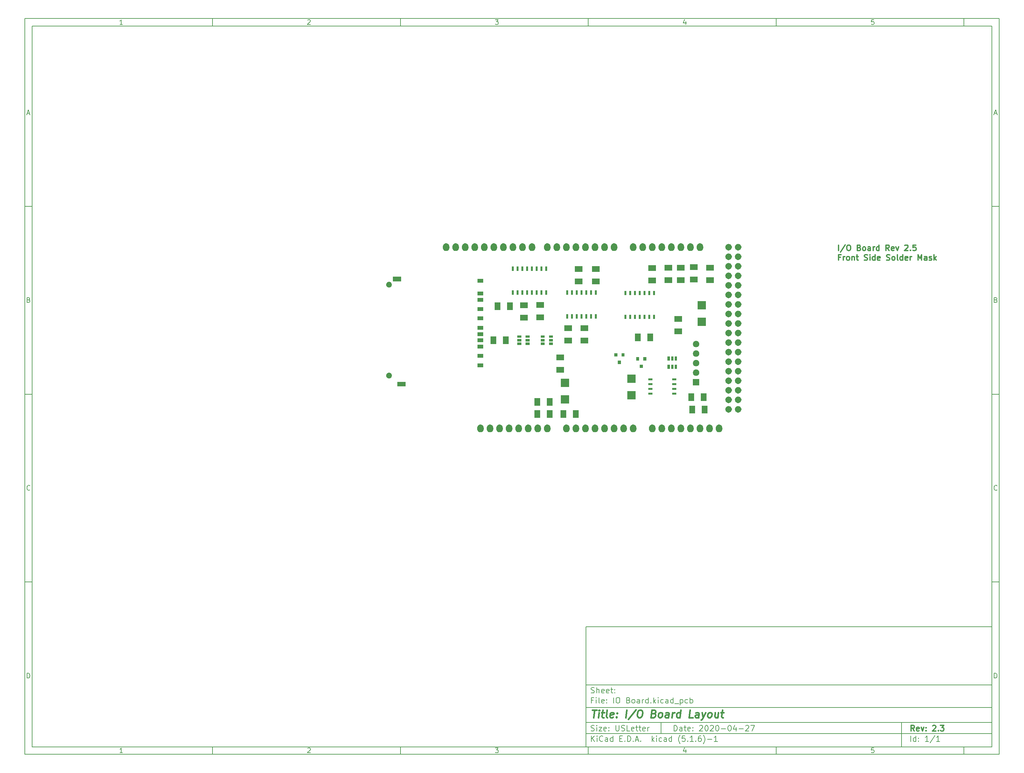
<source format=gbr>
G04 #@! TF.GenerationSoftware,KiCad,Pcbnew,(5.1.6)-1*
G04 #@! TF.CreationDate,2021-01-18T17:04:58-05:00*
G04 #@! TF.ProjectId,IO Board,494f2042-6f61-4726-942e-6b696361645f,2.3*
G04 #@! TF.SameCoordinates,Original*
G04 #@! TF.FileFunction,Soldermask,Top*
G04 #@! TF.FilePolarity,Negative*
%FSLAX46Y46*%
G04 Gerber Fmt 4.6, Leading zero omitted, Abs format (unit mm)*
G04 Created by KiCad (PCBNEW (5.1.6)-1) date 2021-01-18 17:04:58*
%MOMM*%
%LPD*%
G01*
G04 APERTURE LIST*
%ADD10C,0.100000*%
%ADD11C,0.150000*%
%ADD12C,0.300000*%
%ADD13C,0.400000*%
G04 APERTURE END LIST*
D10*
D11*
X159400000Y-171900000D02*
X159400000Y-203900000D01*
X267400000Y-203900000D01*
X267400000Y-171900000D01*
X159400000Y-171900000D01*
D10*
D11*
X10000000Y-10000000D02*
X10000000Y-205900000D01*
X269400000Y-205900000D01*
X269400000Y-10000000D01*
X10000000Y-10000000D01*
D10*
D11*
X12000000Y-12000000D02*
X12000000Y-203900000D01*
X267400000Y-203900000D01*
X267400000Y-12000000D01*
X12000000Y-12000000D01*
D10*
D11*
X60000000Y-12000000D02*
X60000000Y-10000000D01*
D10*
D11*
X110000000Y-12000000D02*
X110000000Y-10000000D01*
D10*
D11*
X160000000Y-12000000D02*
X160000000Y-10000000D01*
D10*
D11*
X210000000Y-12000000D02*
X210000000Y-10000000D01*
D10*
D11*
X260000000Y-12000000D02*
X260000000Y-10000000D01*
D10*
D11*
X36065476Y-11588095D02*
X35322619Y-11588095D01*
X35694047Y-11588095D02*
X35694047Y-10288095D01*
X35570238Y-10473809D01*
X35446428Y-10597619D01*
X35322619Y-10659523D01*
D10*
D11*
X85322619Y-10411904D02*
X85384523Y-10350000D01*
X85508333Y-10288095D01*
X85817857Y-10288095D01*
X85941666Y-10350000D01*
X86003571Y-10411904D01*
X86065476Y-10535714D01*
X86065476Y-10659523D01*
X86003571Y-10845238D01*
X85260714Y-11588095D01*
X86065476Y-11588095D01*
D10*
D11*
X135260714Y-10288095D02*
X136065476Y-10288095D01*
X135632142Y-10783333D01*
X135817857Y-10783333D01*
X135941666Y-10845238D01*
X136003571Y-10907142D01*
X136065476Y-11030952D01*
X136065476Y-11340476D01*
X136003571Y-11464285D01*
X135941666Y-11526190D01*
X135817857Y-11588095D01*
X135446428Y-11588095D01*
X135322619Y-11526190D01*
X135260714Y-11464285D01*
D10*
D11*
X185941666Y-10721428D02*
X185941666Y-11588095D01*
X185632142Y-10226190D02*
X185322619Y-11154761D01*
X186127380Y-11154761D01*
D10*
D11*
X236003571Y-10288095D02*
X235384523Y-10288095D01*
X235322619Y-10907142D01*
X235384523Y-10845238D01*
X235508333Y-10783333D01*
X235817857Y-10783333D01*
X235941666Y-10845238D01*
X236003571Y-10907142D01*
X236065476Y-11030952D01*
X236065476Y-11340476D01*
X236003571Y-11464285D01*
X235941666Y-11526190D01*
X235817857Y-11588095D01*
X235508333Y-11588095D01*
X235384523Y-11526190D01*
X235322619Y-11464285D01*
D10*
D11*
X60000000Y-203900000D02*
X60000000Y-205900000D01*
D10*
D11*
X110000000Y-203900000D02*
X110000000Y-205900000D01*
D10*
D11*
X160000000Y-203900000D02*
X160000000Y-205900000D01*
D10*
D11*
X210000000Y-203900000D02*
X210000000Y-205900000D01*
D10*
D11*
X260000000Y-203900000D02*
X260000000Y-205900000D01*
D10*
D11*
X36065476Y-205488095D02*
X35322619Y-205488095D01*
X35694047Y-205488095D02*
X35694047Y-204188095D01*
X35570238Y-204373809D01*
X35446428Y-204497619D01*
X35322619Y-204559523D01*
D10*
D11*
X85322619Y-204311904D02*
X85384523Y-204250000D01*
X85508333Y-204188095D01*
X85817857Y-204188095D01*
X85941666Y-204250000D01*
X86003571Y-204311904D01*
X86065476Y-204435714D01*
X86065476Y-204559523D01*
X86003571Y-204745238D01*
X85260714Y-205488095D01*
X86065476Y-205488095D01*
D10*
D11*
X135260714Y-204188095D02*
X136065476Y-204188095D01*
X135632142Y-204683333D01*
X135817857Y-204683333D01*
X135941666Y-204745238D01*
X136003571Y-204807142D01*
X136065476Y-204930952D01*
X136065476Y-205240476D01*
X136003571Y-205364285D01*
X135941666Y-205426190D01*
X135817857Y-205488095D01*
X135446428Y-205488095D01*
X135322619Y-205426190D01*
X135260714Y-205364285D01*
D10*
D11*
X185941666Y-204621428D02*
X185941666Y-205488095D01*
X185632142Y-204126190D02*
X185322619Y-205054761D01*
X186127380Y-205054761D01*
D10*
D11*
X236003571Y-204188095D02*
X235384523Y-204188095D01*
X235322619Y-204807142D01*
X235384523Y-204745238D01*
X235508333Y-204683333D01*
X235817857Y-204683333D01*
X235941666Y-204745238D01*
X236003571Y-204807142D01*
X236065476Y-204930952D01*
X236065476Y-205240476D01*
X236003571Y-205364285D01*
X235941666Y-205426190D01*
X235817857Y-205488095D01*
X235508333Y-205488095D01*
X235384523Y-205426190D01*
X235322619Y-205364285D01*
D10*
D11*
X10000000Y-60000000D02*
X12000000Y-60000000D01*
D10*
D11*
X10000000Y-110000000D02*
X12000000Y-110000000D01*
D10*
D11*
X10000000Y-160000000D02*
X12000000Y-160000000D01*
D10*
D11*
X10690476Y-35216666D02*
X11309523Y-35216666D01*
X10566666Y-35588095D02*
X11000000Y-34288095D01*
X11433333Y-35588095D01*
D10*
D11*
X11092857Y-84907142D02*
X11278571Y-84969047D01*
X11340476Y-85030952D01*
X11402380Y-85154761D01*
X11402380Y-85340476D01*
X11340476Y-85464285D01*
X11278571Y-85526190D01*
X11154761Y-85588095D01*
X10659523Y-85588095D01*
X10659523Y-84288095D01*
X11092857Y-84288095D01*
X11216666Y-84350000D01*
X11278571Y-84411904D01*
X11340476Y-84535714D01*
X11340476Y-84659523D01*
X11278571Y-84783333D01*
X11216666Y-84845238D01*
X11092857Y-84907142D01*
X10659523Y-84907142D01*
D10*
D11*
X11402380Y-135464285D02*
X11340476Y-135526190D01*
X11154761Y-135588095D01*
X11030952Y-135588095D01*
X10845238Y-135526190D01*
X10721428Y-135402380D01*
X10659523Y-135278571D01*
X10597619Y-135030952D01*
X10597619Y-134845238D01*
X10659523Y-134597619D01*
X10721428Y-134473809D01*
X10845238Y-134350000D01*
X11030952Y-134288095D01*
X11154761Y-134288095D01*
X11340476Y-134350000D01*
X11402380Y-134411904D01*
D10*
D11*
X10659523Y-185588095D02*
X10659523Y-184288095D01*
X10969047Y-184288095D01*
X11154761Y-184350000D01*
X11278571Y-184473809D01*
X11340476Y-184597619D01*
X11402380Y-184845238D01*
X11402380Y-185030952D01*
X11340476Y-185278571D01*
X11278571Y-185402380D01*
X11154761Y-185526190D01*
X10969047Y-185588095D01*
X10659523Y-185588095D01*
D10*
D11*
X269400000Y-60000000D02*
X267400000Y-60000000D01*
D10*
D11*
X269400000Y-110000000D02*
X267400000Y-110000000D01*
D10*
D11*
X269400000Y-160000000D02*
X267400000Y-160000000D01*
D10*
D11*
X268090476Y-35216666D02*
X268709523Y-35216666D01*
X267966666Y-35588095D02*
X268400000Y-34288095D01*
X268833333Y-35588095D01*
D10*
D11*
X268492857Y-84907142D02*
X268678571Y-84969047D01*
X268740476Y-85030952D01*
X268802380Y-85154761D01*
X268802380Y-85340476D01*
X268740476Y-85464285D01*
X268678571Y-85526190D01*
X268554761Y-85588095D01*
X268059523Y-85588095D01*
X268059523Y-84288095D01*
X268492857Y-84288095D01*
X268616666Y-84350000D01*
X268678571Y-84411904D01*
X268740476Y-84535714D01*
X268740476Y-84659523D01*
X268678571Y-84783333D01*
X268616666Y-84845238D01*
X268492857Y-84907142D01*
X268059523Y-84907142D01*
D10*
D11*
X268802380Y-135464285D02*
X268740476Y-135526190D01*
X268554761Y-135588095D01*
X268430952Y-135588095D01*
X268245238Y-135526190D01*
X268121428Y-135402380D01*
X268059523Y-135278571D01*
X267997619Y-135030952D01*
X267997619Y-134845238D01*
X268059523Y-134597619D01*
X268121428Y-134473809D01*
X268245238Y-134350000D01*
X268430952Y-134288095D01*
X268554761Y-134288095D01*
X268740476Y-134350000D01*
X268802380Y-134411904D01*
D10*
D11*
X268059523Y-185588095D02*
X268059523Y-184288095D01*
X268369047Y-184288095D01*
X268554761Y-184350000D01*
X268678571Y-184473809D01*
X268740476Y-184597619D01*
X268802380Y-184845238D01*
X268802380Y-185030952D01*
X268740476Y-185278571D01*
X268678571Y-185402380D01*
X268554761Y-185526190D01*
X268369047Y-185588095D01*
X268059523Y-185588095D01*
D10*
D11*
X182832142Y-199678571D02*
X182832142Y-198178571D01*
X183189285Y-198178571D01*
X183403571Y-198250000D01*
X183546428Y-198392857D01*
X183617857Y-198535714D01*
X183689285Y-198821428D01*
X183689285Y-199035714D01*
X183617857Y-199321428D01*
X183546428Y-199464285D01*
X183403571Y-199607142D01*
X183189285Y-199678571D01*
X182832142Y-199678571D01*
X184975000Y-199678571D02*
X184975000Y-198892857D01*
X184903571Y-198750000D01*
X184760714Y-198678571D01*
X184475000Y-198678571D01*
X184332142Y-198750000D01*
X184975000Y-199607142D02*
X184832142Y-199678571D01*
X184475000Y-199678571D01*
X184332142Y-199607142D01*
X184260714Y-199464285D01*
X184260714Y-199321428D01*
X184332142Y-199178571D01*
X184475000Y-199107142D01*
X184832142Y-199107142D01*
X184975000Y-199035714D01*
X185475000Y-198678571D02*
X186046428Y-198678571D01*
X185689285Y-198178571D02*
X185689285Y-199464285D01*
X185760714Y-199607142D01*
X185903571Y-199678571D01*
X186046428Y-199678571D01*
X187117857Y-199607142D02*
X186975000Y-199678571D01*
X186689285Y-199678571D01*
X186546428Y-199607142D01*
X186475000Y-199464285D01*
X186475000Y-198892857D01*
X186546428Y-198750000D01*
X186689285Y-198678571D01*
X186975000Y-198678571D01*
X187117857Y-198750000D01*
X187189285Y-198892857D01*
X187189285Y-199035714D01*
X186475000Y-199178571D01*
X187832142Y-199535714D02*
X187903571Y-199607142D01*
X187832142Y-199678571D01*
X187760714Y-199607142D01*
X187832142Y-199535714D01*
X187832142Y-199678571D01*
X187832142Y-198750000D02*
X187903571Y-198821428D01*
X187832142Y-198892857D01*
X187760714Y-198821428D01*
X187832142Y-198750000D01*
X187832142Y-198892857D01*
X189617857Y-198321428D02*
X189689285Y-198250000D01*
X189832142Y-198178571D01*
X190189285Y-198178571D01*
X190332142Y-198250000D01*
X190403571Y-198321428D01*
X190475000Y-198464285D01*
X190475000Y-198607142D01*
X190403571Y-198821428D01*
X189546428Y-199678571D01*
X190475000Y-199678571D01*
X191403571Y-198178571D02*
X191546428Y-198178571D01*
X191689285Y-198250000D01*
X191760714Y-198321428D01*
X191832142Y-198464285D01*
X191903571Y-198750000D01*
X191903571Y-199107142D01*
X191832142Y-199392857D01*
X191760714Y-199535714D01*
X191689285Y-199607142D01*
X191546428Y-199678571D01*
X191403571Y-199678571D01*
X191260714Y-199607142D01*
X191189285Y-199535714D01*
X191117857Y-199392857D01*
X191046428Y-199107142D01*
X191046428Y-198750000D01*
X191117857Y-198464285D01*
X191189285Y-198321428D01*
X191260714Y-198250000D01*
X191403571Y-198178571D01*
X192475000Y-198321428D02*
X192546428Y-198250000D01*
X192689285Y-198178571D01*
X193046428Y-198178571D01*
X193189285Y-198250000D01*
X193260714Y-198321428D01*
X193332142Y-198464285D01*
X193332142Y-198607142D01*
X193260714Y-198821428D01*
X192403571Y-199678571D01*
X193332142Y-199678571D01*
X194260714Y-198178571D02*
X194403571Y-198178571D01*
X194546428Y-198250000D01*
X194617857Y-198321428D01*
X194689285Y-198464285D01*
X194760714Y-198750000D01*
X194760714Y-199107142D01*
X194689285Y-199392857D01*
X194617857Y-199535714D01*
X194546428Y-199607142D01*
X194403571Y-199678571D01*
X194260714Y-199678571D01*
X194117857Y-199607142D01*
X194046428Y-199535714D01*
X193975000Y-199392857D01*
X193903571Y-199107142D01*
X193903571Y-198750000D01*
X193975000Y-198464285D01*
X194046428Y-198321428D01*
X194117857Y-198250000D01*
X194260714Y-198178571D01*
X195403571Y-199107142D02*
X196546428Y-199107142D01*
X197546428Y-198178571D02*
X197689285Y-198178571D01*
X197832142Y-198250000D01*
X197903571Y-198321428D01*
X197975000Y-198464285D01*
X198046428Y-198750000D01*
X198046428Y-199107142D01*
X197975000Y-199392857D01*
X197903571Y-199535714D01*
X197832142Y-199607142D01*
X197689285Y-199678571D01*
X197546428Y-199678571D01*
X197403571Y-199607142D01*
X197332142Y-199535714D01*
X197260714Y-199392857D01*
X197189285Y-199107142D01*
X197189285Y-198750000D01*
X197260714Y-198464285D01*
X197332142Y-198321428D01*
X197403571Y-198250000D01*
X197546428Y-198178571D01*
X199332142Y-198678571D02*
X199332142Y-199678571D01*
X198975000Y-198107142D02*
X198617857Y-199178571D01*
X199546428Y-199178571D01*
X200117857Y-199107142D02*
X201260714Y-199107142D01*
X201903571Y-198321428D02*
X201975000Y-198250000D01*
X202117857Y-198178571D01*
X202475000Y-198178571D01*
X202617857Y-198250000D01*
X202689285Y-198321428D01*
X202760714Y-198464285D01*
X202760714Y-198607142D01*
X202689285Y-198821428D01*
X201832142Y-199678571D01*
X202760714Y-199678571D01*
X203260714Y-198178571D02*
X204260714Y-198178571D01*
X203617857Y-199678571D01*
D10*
D11*
X159400000Y-200400000D02*
X267400000Y-200400000D01*
D10*
D11*
X160832142Y-202478571D02*
X160832142Y-200978571D01*
X161689285Y-202478571D02*
X161046428Y-201621428D01*
X161689285Y-200978571D02*
X160832142Y-201835714D01*
X162332142Y-202478571D02*
X162332142Y-201478571D01*
X162332142Y-200978571D02*
X162260714Y-201050000D01*
X162332142Y-201121428D01*
X162403571Y-201050000D01*
X162332142Y-200978571D01*
X162332142Y-201121428D01*
X163903571Y-202335714D02*
X163832142Y-202407142D01*
X163617857Y-202478571D01*
X163475000Y-202478571D01*
X163260714Y-202407142D01*
X163117857Y-202264285D01*
X163046428Y-202121428D01*
X162975000Y-201835714D01*
X162975000Y-201621428D01*
X163046428Y-201335714D01*
X163117857Y-201192857D01*
X163260714Y-201050000D01*
X163475000Y-200978571D01*
X163617857Y-200978571D01*
X163832142Y-201050000D01*
X163903571Y-201121428D01*
X165189285Y-202478571D02*
X165189285Y-201692857D01*
X165117857Y-201550000D01*
X164975000Y-201478571D01*
X164689285Y-201478571D01*
X164546428Y-201550000D01*
X165189285Y-202407142D02*
X165046428Y-202478571D01*
X164689285Y-202478571D01*
X164546428Y-202407142D01*
X164475000Y-202264285D01*
X164475000Y-202121428D01*
X164546428Y-201978571D01*
X164689285Y-201907142D01*
X165046428Y-201907142D01*
X165189285Y-201835714D01*
X166546428Y-202478571D02*
X166546428Y-200978571D01*
X166546428Y-202407142D02*
X166403571Y-202478571D01*
X166117857Y-202478571D01*
X165975000Y-202407142D01*
X165903571Y-202335714D01*
X165832142Y-202192857D01*
X165832142Y-201764285D01*
X165903571Y-201621428D01*
X165975000Y-201550000D01*
X166117857Y-201478571D01*
X166403571Y-201478571D01*
X166546428Y-201550000D01*
X168403571Y-201692857D02*
X168903571Y-201692857D01*
X169117857Y-202478571D02*
X168403571Y-202478571D01*
X168403571Y-200978571D01*
X169117857Y-200978571D01*
X169760714Y-202335714D02*
X169832142Y-202407142D01*
X169760714Y-202478571D01*
X169689285Y-202407142D01*
X169760714Y-202335714D01*
X169760714Y-202478571D01*
X170475000Y-202478571D02*
X170475000Y-200978571D01*
X170832142Y-200978571D01*
X171046428Y-201050000D01*
X171189285Y-201192857D01*
X171260714Y-201335714D01*
X171332142Y-201621428D01*
X171332142Y-201835714D01*
X171260714Y-202121428D01*
X171189285Y-202264285D01*
X171046428Y-202407142D01*
X170832142Y-202478571D01*
X170475000Y-202478571D01*
X171975000Y-202335714D02*
X172046428Y-202407142D01*
X171975000Y-202478571D01*
X171903571Y-202407142D01*
X171975000Y-202335714D01*
X171975000Y-202478571D01*
X172617857Y-202050000D02*
X173332142Y-202050000D01*
X172475000Y-202478571D02*
X172975000Y-200978571D01*
X173475000Y-202478571D01*
X173975000Y-202335714D02*
X174046428Y-202407142D01*
X173975000Y-202478571D01*
X173903571Y-202407142D01*
X173975000Y-202335714D01*
X173975000Y-202478571D01*
X176975000Y-202478571D02*
X176975000Y-200978571D01*
X177117857Y-201907142D02*
X177546428Y-202478571D01*
X177546428Y-201478571D02*
X176975000Y-202050000D01*
X178189285Y-202478571D02*
X178189285Y-201478571D01*
X178189285Y-200978571D02*
X178117857Y-201050000D01*
X178189285Y-201121428D01*
X178260714Y-201050000D01*
X178189285Y-200978571D01*
X178189285Y-201121428D01*
X179546428Y-202407142D02*
X179403571Y-202478571D01*
X179117857Y-202478571D01*
X178975000Y-202407142D01*
X178903571Y-202335714D01*
X178832142Y-202192857D01*
X178832142Y-201764285D01*
X178903571Y-201621428D01*
X178975000Y-201550000D01*
X179117857Y-201478571D01*
X179403571Y-201478571D01*
X179546428Y-201550000D01*
X180832142Y-202478571D02*
X180832142Y-201692857D01*
X180760714Y-201550000D01*
X180617857Y-201478571D01*
X180332142Y-201478571D01*
X180189285Y-201550000D01*
X180832142Y-202407142D02*
X180689285Y-202478571D01*
X180332142Y-202478571D01*
X180189285Y-202407142D01*
X180117857Y-202264285D01*
X180117857Y-202121428D01*
X180189285Y-201978571D01*
X180332142Y-201907142D01*
X180689285Y-201907142D01*
X180832142Y-201835714D01*
X182189285Y-202478571D02*
X182189285Y-200978571D01*
X182189285Y-202407142D02*
X182046428Y-202478571D01*
X181760714Y-202478571D01*
X181617857Y-202407142D01*
X181546428Y-202335714D01*
X181475000Y-202192857D01*
X181475000Y-201764285D01*
X181546428Y-201621428D01*
X181617857Y-201550000D01*
X181760714Y-201478571D01*
X182046428Y-201478571D01*
X182189285Y-201550000D01*
X184475000Y-203050000D02*
X184403571Y-202978571D01*
X184260714Y-202764285D01*
X184189285Y-202621428D01*
X184117857Y-202407142D01*
X184046428Y-202050000D01*
X184046428Y-201764285D01*
X184117857Y-201407142D01*
X184189285Y-201192857D01*
X184260714Y-201050000D01*
X184403571Y-200835714D01*
X184475000Y-200764285D01*
X185760714Y-200978571D02*
X185046428Y-200978571D01*
X184975000Y-201692857D01*
X185046428Y-201621428D01*
X185189285Y-201550000D01*
X185546428Y-201550000D01*
X185689285Y-201621428D01*
X185760714Y-201692857D01*
X185832142Y-201835714D01*
X185832142Y-202192857D01*
X185760714Y-202335714D01*
X185689285Y-202407142D01*
X185546428Y-202478571D01*
X185189285Y-202478571D01*
X185046428Y-202407142D01*
X184975000Y-202335714D01*
X186475000Y-202335714D02*
X186546428Y-202407142D01*
X186475000Y-202478571D01*
X186403571Y-202407142D01*
X186475000Y-202335714D01*
X186475000Y-202478571D01*
X187975000Y-202478571D02*
X187117857Y-202478571D01*
X187546428Y-202478571D02*
X187546428Y-200978571D01*
X187403571Y-201192857D01*
X187260714Y-201335714D01*
X187117857Y-201407142D01*
X188617857Y-202335714D02*
X188689285Y-202407142D01*
X188617857Y-202478571D01*
X188546428Y-202407142D01*
X188617857Y-202335714D01*
X188617857Y-202478571D01*
X189975000Y-200978571D02*
X189689285Y-200978571D01*
X189546428Y-201050000D01*
X189475000Y-201121428D01*
X189332142Y-201335714D01*
X189260714Y-201621428D01*
X189260714Y-202192857D01*
X189332142Y-202335714D01*
X189403571Y-202407142D01*
X189546428Y-202478571D01*
X189832142Y-202478571D01*
X189975000Y-202407142D01*
X190046428Y-202335714D01*
X190117857Y-202192857D01*
X190117857Y-201835714D01*
X190046428Y-201692857D01*
X189975000Y-201621428D01*
X189832142Y-201550000D01*
X189546428Y-201550000D01*
X189403571Y-201621428D01*
X189332142Y-201692857D01*
X189260714Y-201835714D01*
X190617857Y-203050000D02*
X190689285Y-202978571D01*
X190832142Y-202764285D01*
X190903571Y-202621428D01*
X190975000Y-202407142D01*
X191046428Y-202050000D01*
X191046428Y-201764285D01*
X190975000Y-201407142D01*
X190903571Y-201192857D01*
X190832142Y-201050000D01*
X190689285Y-200835714D01*
X190617857Y-200764285D01*
X191760714Y-201907142D02*
X192903571Y-201907142D01*
X194403571Y-202478571D02*
X193546428Y-202478571D01*
X193975000Y-202478571D02*
X193975000Y-200978571D01*
X193832142Y-201192857D01*
X193689285Y-201335714D01*
X193546428Y-201407142D01*
D10*
D11*
X159400000Y-197400000D02*
X267400000Y-197400000D01*
D10*
D12*
X246809285Y-199678571D02*
X246309285Y-198964285D01*
X245952142Y-199678571D02*
X245952142Y-198178571D01*
X246523571Y-198178571D01*
X246666428Y-198250000D01*
X246737857Y-198321428D01*
X246809285Y-198464285D01*
X246809285Y-198678571D01*
X246737857Y-198821428D01*
X246666428Y-198892857D01*
X246523571Y-198964285D01*
X245952142Y-198964285D01*
X248023571Y-199607142D02*
X247880714Y-199678571D01*
X247595000Y-199678571D01*
X247452142Y-199607142D01*
X247380714Y-199464285D01*
X247380714Y-198892857D01*
X247452142Y-198750000D01*
X247595000Y-198678571D01*
X247880714Y-198678571D01*
X248023571Y-198750000D01*
X248095000Y-198892857D01*
X248095000Y-199035714D01*
X247380714Y-199178571D01*
X248595000Y-198678571D02*
X248952142Y-199678571D01*
X249309285Y-198678571D01*
X249880714Y-199535714D02*
X249952142Y-199607142D01*
X249880714Y-199678571D01*
X249809285Y-199607142D01*
X249880714Y-199535714D01*
X249880714Y-199678571D01*
X249880714Y-198750000D02*
X249952142Y-198821428D01*
X249880714Y-198892857D01*
X249809285Y-198821428D01*
X249880714Y-198750000D01*
X249880714Y-198892857D01*
X251666428Y-198321428D02*
X251737857Y-198250000D01*
X251880714Y-198178571D01*
X252237857Y-198178571D01*
X252380714Y-198250000D01*
X252452142Y-198321428D01*
X252523571Y-198464285D01*
X252523571Y-198607142D01*
X252452142Y-198821428D01*
X251595000Y-199678571D01*
X252523571Y-199678571D01*
X253166428Y-199535714D02*
X253237857Y-199607142D01*
X253166428Y-199678571D01*
X253095000Y-199607142D01*
X253166428Y-199535714D01*
X253166428Y-199678571D01*
X253737857Y-198178571D02*
X254666428Y-198178571D01*
X254166428Y-198750000D01*
X254380714Y-198750000D01*
X254523571Y-198821428D01*
X254595000Y-198892857D01*
X254666428Y-199035714D01*
X254666428Y-199392857D01*
X254595000Y-199535714D01*
X254523571Y-199607142D01*
X254380714Y-199678571D01*
X253952142Y-199678571D01*
X253809285Y-199607142D01*
X253737857Y-199535714D01*
D10*
D11*
X160760714Y-199607142D02*
X160975000Y-199678571D01*
X161332142Y-199678571D01*
X161475000Y-199607142D01*
X161546428Y-199535714D01*
X161617857Y-199392857D01*
X161617857Y-199250000D01*
X161546428Y-199107142D01*
X161475000Y-199035714D01*
X161332142Y-198964285D01*
X161046428Y-198892857D01*
X160903571Y-198821428D01*
X160832142Y-198750000D01*
X160760714Y-198607142D01*
X160760714Y-198464285D01*
X160832142Y-198321428D01*
X160903571Y-198250000D01*
X161046428Y-198178571D01*
X161403571Y-198178571D01*
X161617857Y-198250000D01*
X162260714Y-199678571D02*
X162260714Y-198678571D01*
X162260714Y-198178571D02*
X162189285Y-198250000D01*
X162260714Y-198321428D01*
X162332142Y-198250000D01*
X162260714Y-198178571D01*
X162260714Y-198321428D01*
X162832142Y-198678571D02*
X163617857Y-198678571D01*
X162832142Y-199678571D01*
X163617857Y-199678571D01*
X164760714Y-199607142D02*
X164617857Y-199678571D01*
X164332142Y-199678571D01*
X164189285Y-199607142D01*
X164117857Y-199464285D01*
X164117857Y-198892857D01*
X164189285Y-198750000D01*
X164332142Y-198678571D01*
X164617857Y-198678571D01*
X164760714Y-198750000D01*
X164832142Y-198892857D01*
X164832142Y-199035714D01*
X164117857Y-199178571D01*
X165475000Y-199535714D02*
X165546428Y-199607142D01*
X165475000Y-199678571D01*
X165403571Y-199607142D01*
X165475000Y-199535714D01*
X165475000Y-199678571D01*
X165475000Y-198750000D02*
X165546428Y-198821428D01*
X165475000Y-198892857D01*
X165403571Y-198821428D01*
X165475000Y-198750000D01*
X165475000Y-198892857D01*
X167332142Y-198178571D02*
X167332142Y-199392857D01*
X167403571Y-199535714D01*
X167475000Y-199607142D01*
X167617857Y-199678571D01*
X167903571Y-199678571D01*
X168046428Y-199607142D01*
X168117857Y-199535714D01*
X168189285Y-199392857D01*
X168189285Y-198178571D01*
X168832142Y-199607142D02*
X169046428Y-199678571D01*
X169403571Y-199678571D01*
X169546428Y-199607142D01*
X169617857Y-199535714D01*
X169689285Y-199392857D01*
X169689285Y-199250000D01*
X169617857Y-199107142D01*
X169546428Y-199035714D01*
X169403571Y-198964285D01*
X169117857Y-198892857D01*
X168975000Y-198821428D01*
X168903571Y-198750000D01*
X168832142Y-198607142D01*
X168832142Y-198464285D01*
X168903571Y-198321428D01*
X168975000Y-198250000D01*
X169117857Y-198178571D01*
X169475000Y-198178571D01*
X169689285Y-198250000D01*
X171046428Y-199678571D02*
X170332142Y-199678571D01*
X170332142Y-198178571D01*
X172117857Y-199607142D02*
X171975000Y-199678571D01*
X171689285Y-199678571D01*
X171546428Y-199607142D01*
X171475000Y-199464285D01*
X171475000Y-198892857D01*
X171546428Y-198750000D01*
X171689285Y-198678571D01*
X171975000Y-198678571D01*
X172117857Y-198750000D01*
X172189285Y-198892857D01*
X172189285Y-199035714D01*
X171475000Y-199178571D01*
X172617857Y-198678571D02*
X173189285Y-198678571D01*
X172832142Y-198178571D02*
X172832142Y-199464285D01*
X172903571Y-199607142D01*
X173046428Y-199678571D01*
X173189285Y-199678571D01*
X173475000Y-198678571D02*
X174046428Y-198678571D01*
X173689285Y-198178571D02*
X173689285Y-199464285D01*
X173760714Y-199607142D01*
X173903571Y-199678571D01*
X174046428Y-199678571D01*
X175117857Y-199607142D02*
X174975000Y-199678571D01*
X174689285Y-199678571D01*
X174546428Y-199607142D01*
X174475000Y-199464285D01*
X174475000Y-198892857D01*
X174546428Y-198750000D01*
X174689285Y-198678571D01*
X174975000Y-198678571D01*
X175117857Y-198750000D01*
X175189285Y-198892857D01*
X175189285Y-199035714D01*
X174475000Y-199178571D01*
X175832142Y-199678571D02*
X175832142Y-198678571D01*
X175832142Y-198964285D02*
X175903571Y-198821428D01*
X175975000Y-198750000D01*
X176117857Y-198678571D01*
X176260714Y-198678571D01*
D10*
D11*
X245832142Y-202478571D02*
X245832142Y-200978571D01*
X247189285Y-202478571D02*
X247189285Y-200978571D01*
X247189285Y-202407142D02*
X247046428Y-202478571D01*
X246760714Y-202478571D01*
X246617857Y-202407142D01*
X246546428Y-202335714D01*
X246475000Y-202192857D01*
X246475000Y-201764285D01*
X246546428Y-201621428D01*
X246617857Y-201550000D01*
X246760714Y-201478571D01*
X247046428Y-201478571D01*
X247189285Y-201550000D01*
X247903571Y-202335714D02*
X247975000Y-202407142D01*
X247903571Y-202478571D01*
X247832142Y-202407142D01*
X247903571Y-202335714D01*
X247903571Y-202478571D01*
X247903571Y-201550000D02*
X247975000Y-201621428D01*
X247903571Y-201692857D01*
X247832142Y-201621428D01*
X247903571Y-201550000D01*
X247903571Y-201692857D01*
X250546428Y-202478571D02*
X249689285Y-202478571D01*
X250117857Y-202478571D02*
X250117857Y-200978571D01*
X249975000Y-201192857D01*
X249832142Y-201335714D01*
X249689285Y-201407142D01*
X252260714Y-200907142D02*
X250975000Y-202835714D01*
X253546428Y-202478571D02*
X252689285Y-202478571D01*
X253117857Y-202478571D02*
X253117857Y-200978571D01*
X252975000Y-201192857D01*
X252832142Y-201335714D01*
X252689285Y-201407142D01*
D10*
D11*
X159400000Y-193400000D02*
X267400000Y-193400000D01*
D10*
D13*
X161112380Y-194104761D02*
X162255238Y-194104761D01*
X161433809Y-196104761D02*
X161683809Y-194104761D01*
X162671904Y-196104761D02*
X162838571Y-194771428D01*
X162921904Y-194104761D02*
X162814761Y-194200000D01*
X162898095Y-194295238D01*
X163005238Y-194200000D01*
X162921904Y-194104761D01*
X162898095Y-194295238D01*
X163505238Y-194771428D02*
X164267142Y-194771428D01*
X163874285Y-194104761D02*
X163660000Y-195819047D01*
X163731428Y-196009523D01*
X163910000Y-196104761D01*
X164100476Y-196104761D01*
X165052857Y-196104761D02*
X164874285Y-196009523D01*
X164802857Y-195819047D01*
X165017142Y-194104761D01*
X166588571Y-196009523D02*
X166386190Y-196104761D01*
X166005238Y-196104761D01*
X165826666Y-196009523D01*
X165755238Y-195819047D01*
X165850476Y-195057142D01*
X165969523Y-194866666D01*
X166171904Y-194771428D01*
X166552857Y-194771428D01*
X166731428Y-194866666D01*
X166802857Y-195057142D01*
X166779047Y-195247619D01*
X165802857Y-195438095D01*
X167552857Y-195914285D02*
X167636190Y-196009523D01*
X167529047Y-196104761D01*
X167445714Y-196009523D01*
X167552857Y-195914285D01*
X167529047Y-196104761D01*
X167683809Y-194866666D02*
X167767142Y-194961904D01*
X167660000Y-195057142D01*
X167576666Y-194961904D01*
X167683809Y-194866666D01*
X167660000Y-195057142D01*
X170005238Y-196104761D02*
X170255238Y-194104761D01*
X172648095Y-194009523D02*
X170612380Y-196580952D01*
X173683809Y-194104761D02*
X174064761Y-194104761D01*
X174243333Y-194200000D01*
X174410000Y-194390476D01*
X174457619Y-194771428D01*
X174374285Y-195438095D01*
X174231428Y-195819047D01*
X174017142Y-196009523D01*
X173814761Y-196104761D01*
X173433809Y-196104761D01*
X173255238Y-196009523D01*
X173088571Y-195819047D01*
X173040952Y-195438095D01*
X173124285Y-194771428D01*
X173267142Y-194390476D01*
X173481428Y-194200000D01*
X173683809Y-194104761D01*
X177469523Y-195057142D02*
X177743333Y-195152380D01*
X177826666Y-195247619D01*
X177898095Y-195438095D01*
X177862380Y-195723809D01*
X177743333Y-195914285D01*
X177636190Y-196009523D01*
X177433809Y-196104761D01*
X176671904Y-196104761D01*
X176921904Y-194104761D01*
X177588571Y-194104761D01*
X177767142Y-194200000D01*
X177850476Y-194295238D01*
X177921904Y-194485714D01*
X177898095Y-194676190D01*
X177779047Y-194866666D01*
X177671904Y-194961904D01*
X177469523Y-195057142D01*
X176802857Y-195057142D01*
X178957619Y-196104761D02*
X178779047Y-196009523D01*
X178695714Y-195914285D01*
X178624285Y-195723809D01*
X178695714Y-195152380D01*
X178814761Y-194961904D01*
X178921904Y-194866666D01*
X179124285Y-194771428D01*
X179410000Y-194771428D01*
X179588571Y-194866666D01*
X179671904Y-194961904D01*
X179743333Y-195152380D01*
X179671904Y-195723809D01*
X179552857Y-195914285D01*
X179445714Y-196009523D01*
X179243333Y-196104761D01*
X178957619Y-196104761D01*
X181338571Y-196104761D02*
X181469523Y-195057142D01*
X181398095Y-194866666D01*
X181219523Y-194771428D01*
X180838571Y-194771428D01*
X180636190Y-194866666D01*
X181350476Y-196009523D02*
X181148095Y-196104761D01*
X180671904Y-196104761D01*
X180493333Y-196009523D01*
X180421904Y-195819047D01*
X180445714Y-195628571D01*
X180564761Y-195438095D01*
X180767142Y-195342857D01*
X181243333Y-195342857D01*
X181445714Y-195247619D01*
X182290952Y-196104761D02*
X182457619Y-194771428D01*
X182410000Y-195152380D02*
X182529047Y-194961904D01*
X182636190Y-194866666D01*
X182838571Y-194771428D01*
X183029047Y-194771428D01*
X184386190Y-196104761D02*
X184636190Y-194104761D01*
X184398095Y-196009523D02*
X184195714Y-196104761D01*
X183814761Y-196104761D01*
X183636190Y-196009523D01*
X183552857Y-195914285D01*
X183481428Y-195723809D01*
X183552857Y-195152380D01*
X183671904Y-194961904D01*
X183779047Y-194866666D01*
X183981428Y-194771428D01*
X184362380Y-194771428D01*
X184540952Y-194866666D01*
X187814761Y-196104761D02*
X186862380Y-196104761D01*
X187112380Y-194104761D01*
X189338571Y-196104761D02*
X189469523Y-195057142D01*
X189398095Y-194866666D01*
X189219523Y-194771428D01*
X188838571Y-194771428D01*
X188636190Y-194866666D01*
X189350476Y-196009523D02*
X189148095Y-196104761D01*
X188671904Y-196104761D01*
X188493333Y-196009523D01*
X188421904Y-195819047D01*
X188445714Y-195628571D01*
X188564761Y-195438095D01*
X188767142Y-195342857D01*
X189243333Y-195342857D01*
X189445714Y-195247619D01*
X190267142Y-194771428D02*
X190576666Y-196104761D01*
X191219523Y-194771428D02*
X190576666Y-196104761D01*
X190326666Y-196580952D01*
X190219523Y-196676190D01*
X190017142Y-196771428D01*
X192100476Y-196104761D02*
X191921904Y-196009523D01*
X191838571Y-195914285D01*
X191767142Y-195723809D01*
X191838571Y-195152380D01*
X191957619Y-194961904D01*
X192064761Y-194866666D01*
X192267142Y-194771428D01*
X192552857Y-194771428D01*
X192731428Y-194866666D01*
X192814761Y-194961904D01*
X192886190Y-195152380D01*
X192814761Y-195723809D01*
X192695714Y-195914285D01*
X192588571Y-196009523D01*
X192386190Y-196104761D01*
X192100476Y-196104761D01*
X194648095Y-194771428D02*
X194481428Y-196104761D01*
X193790952Y-194771428D02*
X193660000Y-195819047D01*
X193731428Y-196009523D01*
X193910000Y-196104761D01*
X194195714Y-196104761D01*
X194398095Y-196009523D01*
X194505238Y-195914285D01*
X195314761Y-194771428D02*
X196076666Y-194771428D01*
X195683809Y-194104761D02*
X195469523Y-195819047D01*
X195540952Y-196009523D01*
X195719523Y-196104761D01*
X195910000Y-196104761D01*
D10*
D11*
X161332142Y-191492857D02*
X160832142Y-191492857D01*
X160832142Y-192278571D02*
X160832142Y-190778571D01*
X161546428Y-190778571D01*
X162117857Y-192278571D02*
X162117857Y-191278571D01*
X162117857Y-190778571D02*
X162046428Y-190850000D01*
X162117857Y-190921428D01*
X162189285Y-190850000D01*
X162117857Y-190778571D01*
X162117857Y-190921428D01*
X163046428Y-192278571D02*
X162903571Y-192207142D01*
X162832142Y-192064285D01*
X162832142Y-190778571D01*
X164189285Y-192207142D02*
X164046428Y-192278571D01*
X163760714Y-192278571D01*
X163617857Y-192207142D01*
X163546428Y-192064285D01*
X163546428Y-191492857D01*
X163617857Y-191350000D01*
X163760714Y-191278571D01*
X164046428Y-191278571D01*
X164189285Y-191350000D01*
X164260714Y-191492857D01*
X164260714Y-191635714D01*
X163546428Y-191778571D01*
X164903571Y-192135714D02*
X164975000Y-192207142D01*
X164903571Y-192278571D01*
X164832142Y-192207142D01*
X164903571Y-192135714D01*
X164903571Y-192278571D01*
X164903571Y-191350000D02*
X164975000Y-191421428D01*
X164903571Y-191492857D01*
X164832142Y-191421428D01*
X164903571Y-191350000D01*
X164903571Y-191492857D01*
X166760714Y-192278571D02*
X166760714Y-190778571D01*
X167760714Y-190778571D02*
X168046428Y-190778571D01*
X168189285Y-190850000D01*
X168332142Y-190992857D01*
X168403571Y-191278571D01*
X168403571Y-191778571D01*
X168332142Y-192064285D01*
X168189285Y-192207142D01*
X168046428Y-192278571D01*
X167760714Y-192278571D01*
X167617857Y-192207142D01*
X167475000Y-192064285D01*
X167403571Y-191778571D01*
X167403571Y-191278571D01*
X167475000Y-190992857D01*
X167617857Y-190850000D01*
X167760714Y-190778571D01*
X170689285Y-191492857D02*
X170903571Y-191564285D01*
X170975000Y-191635714D01*
X171046428Y-191778571D01*
X171046428Y-191992857D01*
X170975000Y-192135714D01*
X170903571Y-192207142D01*
X170760714Y-192278571D01*
X170189285Y-192278571D01*
X170189285Y-190778571D01*
X170689285Y-190778571D01*
X170832142Y-190850000D01*
X170903571Y-190921428D01*
X170975000Y-191064285D01*
X170975000Y-191207142D01*
X170903571Y-191350000D01*
X170832142Y-191421428D01*
X170689285Y-191492857D01*
X170189285Y-191492857D01*
X171903571Y-192278571D02*
X171760714Y-192207142D01*
X171689285Y-192135714D01*
X171617857Y-191992857D01*
X171617857Y-191564285D01*
X171689285Y-191421428D01*
X171760714Y-191350000D01*
X171903571Y-191278571D01*
X172117857Y-191278571D01*
X172260714Y-191350000D01*
X172332142Y-191421428D01*
X172403571Y-191564285D01*
X172403571Y-191992857D01*
X172332142Y-192135714D01*
X172260714Y-192207142D01*
X172117857Y-192278571D01*
X171903571Y-192278571D01*
X173689285Y-192278571D02*
X173689285Y-191492857D01*
X173617857Y-191350000D01*
X173475000Y-191278571D01*
X173189285Y-191278571D01*
X173046428Y-191350000D01*
X173689285Y-192207142D02*
X173546428Y-192278571D01*
X173189285Y-192278571D01*
X173046428Y-192207142D01*
X172975000Y-192064285D01*
X172975000Y-191921428D01*
X173046428Y-191778571D01*
X173189285Y-191707142D01*
X173546428Y-191707142D01*
X173689285Y-191635714D01*
X174403571Y-192278571D02*
X174403571Y-191278571D01*
X174403571Y-191564285D02*
X174475000Y-191421428D01*
X174546428Y-191350000D01*
X174689285Y-191278571D01*
X174832142Y-191278571D01*
X175975000Y-192278571D02*
X175975000Y-190778571D01*
X175975000Y-192207142D02*
X175832142Y-192278571D01*
X175546428Y-192278571D01*
X175403571Y-192207142D01*
X175332142Y-192135714D01*
X175260714Y-191992857D01*
X175260714Y-191564285D01*
X175332142Y-191421428D01*
X175403571Y-191350000D01*
X175546428Y-191278571D01*
X175832142Y-191278571D01*
X175975000Y-191350000D01*
X176689285Y-192135714D02*
X176760714Y-192207142D01*
X176689285Y-192278571D01*
X176617857Y-192207142D01*
X176689285Y-192135714D01*
X176689285Y-192278571D01*
X177403571Y-192278571D02*
X177403571Y-190778571D01*
X177546428Y-191707142D02*
X177975000Y-192278571D01*
X177975000Y-191278571D02*
X177403571Y-191850000D01*
X178617857Y-192278571D02*
X178617857Y-191278571D01*
X178617857Y-190778571D02*
X178546428Y-190850000D01*
X178617857Y-190921428D01*
X178689285Y-190850000D01*
X178617857Y-190778571D01*
X178617857Y-190921428D01*
X179975000Y-192207142D02*
X179832142Y-192278571D01*
X179546428Y-192278571D01*
X179403571Y-192207142D01*
X179332142Y-192135714D01*
X179260714Y-191992857D01*
X179260714Y-191564285D01*
X179332142Y-191421428D01*
X179403571Y-191350000D01*
X179546428Y-191278571D01*
X179832142Y-191278571D01*
X179975000Y-191350000D01*
X181260714Y-192278571D02*
X181260714Y-191492857D01*
X181189285Y-191350000D01*
X181046428Y-191278571D01*
X180760714Y-191278571D01*
X180617857Y-191350000D01*
X181260714Y-192207142D02*
X181117857Y-192278571D01*
X180760714Y-192278571D01*
X180617857Y-192207142D01*
X180546428Y-192064285D01*
X180546428Y-191921428D01*
X180617857Y-191778571D01*
X180760714Y-191707142D01*
X181117857Y-191707142D01*
X181260714Y-191635714D01*
X182617857Y-192278571D02*
X182617857Y-190778571D01*
X182617857Y-192207142D02*
X182475000Y-192278571D01*
X182189285Y-192278571D01*
X182046428Y-192207142D01*
X181975000Y-192135714D01*
X181903571Y-191992857D01*
X181903571Y-191564285D01*
X181975000Y-191421428D01*
X182046428Y-191350000D01*
X182189285Y-191278571D01*
X182475000Y-191278571D01*
X182617857Y-191350000D01*
X182975000Y-192421428D02*
X184117857Y-192421428D01*
X184475000Y-191278571D02*
X184475000Y-192778571D01*
X184475000Y-191350000D02*
X184617857Y-191278571D01*
X184903571Y-191278571D01*
X185046428Y-191350000D01*
X185117857Y-191421428D01*
X185189285Y-191564285D01*
X185189285Y-191992857D01*
X185117857Y-192135714D01*
X185046428Y-192207142D01*
X184903571Y-192278571D01*
X184617857Y-192278571D01*
X184475000Y-192207142D01*
X186475000Y-192207142D02*
X186332142Y-192278571D01*
X186046428Y-192278571D01*
X185903571Y-192207142D01*
X185832142Y-192135714D01*
X185760714Y-191992857D01*
X185760714Y-191564285D01*
X185832142Y-191421428D01*
X185903571Y-191350000D01*
X186046428Y-191278571D01*
X186332142Y-191278571D01*
X186475000Y-191350000D01*
X187117857Y-192278571D02*
X187117857Y-190778571D01*
X187117857Y-191350000D02*
X187260714Y-191278571D01*
X187546428Y-191278571D01*
X187689285Y-191350000D01*
X187760714Y-191421428D01*
X187832142Y-191564285D01*
X187832142Y-191992857D01*
X187760714Y-192135714D01*
X187689285Y-192207142D01*
X187546428Y-192278571D01*
X187260714Y-192278571D01*
X187117857Y-192207142D01*
D10*
D11*
X159400000Y-187400000D02*
X267400000Y-187400000D01*
D10*
D11*
X160760714Y-189507142D02*
X160975000Y-189578571D01*
X161332142Y-189578571D01*
X161475000Y-189507142D01*
X161546428Y-189435714D01*
X161617857Y-189292857D01*
X161617857Y-189150000D01*
X161546428Y-189007142D01*
X161475000Y-188935714D01*
X161332142Y-188864285D01*
X161046428Y-188792857D01*
X160903571Y-188721428D01*
X160832142Y-188650000D01*
X160760714Y-188507142D01*
X160760714Y-188364285D01*
X160832142Y-188221428D01*
X160903571Y-188150000D01*
X161046428Y-188078571D01*
X161403571Y-188078571D01*
X161617857Y-188150000D01*
X162260714Y-189578571D02*
X162260714Y-188078571D01*
X162903571Y-189578571D02*
X162903571Y-188792857D01*
X162832142Y-188650000D01*
X162689285Y-188578571D01*
X162475000Y-188578571D01*
X162332142Y-188650000D01*
X162260714Y-188721428D01*
X164189285Y-189507142D02*
X164046428Y-189578571D01*
X163760714Y-189578571D01*
X163617857Y-189507142D01*
X163546428Y-189364285D01*
X163546428Y-188792857D01*
X163617857Y-188650000D01*
X163760714Y-188578571D01*
X164046428Y-188578571D01*
X164189285Y-188650000D01*
X164260714Y-188792857D01*
X164260714Y-188935714D01*
X163546428Y-189078571D01*
X165475000Y-189507142D02*
X165332142Y-189578571D01*
X165046428Y-189578571D01*
X164903571Y-189507142D01*
X164832142Y-189364285D01*
X164832142Y-188792857D01*
X164903571Y-188650000D01*
X165046428Y-188578571D01*
X165332142Y-188578571D01*
X165475000Y-188650000D01*
X165546428Y-188792857D01*
X165546428Y-188935714D01*
X164832142Y-189078571D01*
X165975000Y-188578571D02*
X166546428Y-188578571D01*
X166189285Y-188078571D02*
X166189285Y-189364285D01*
X166260714Y-189507142D01*
X166403571Y-189578571D01*
X166546428Y-189578571D01*
X167046428Y-189435714D02*
X167117857Y-189507142D01*
X167046428Y-189578571D01*
X166975000Y-189507142D01*
X167046428Y-189435714D01*
X167046428Y-189578571D01*
X167046428Y-188650000D02*
X167117857Y-188721428D01*
X167046428Y-188792857D01*
X166975000Y-188721428D01*
X167046428Y-188650000D01*
X167046428Y-188792857D01*
D10*
D11*
X179400000Y-197400000D02*
X179400000Y-200400000D01*
D10*
D11*
X243400000Y-197400000D02*
X243400000Y-203900000D01*
D12*
X226612142Y-71793571D02*
X226612142Y-70293571D01*
X228397857Y-70222142D02*
X227112142Y-72150714D01*
X229183571Y-70293571D02*
X229469285Y-70293571D01*
X229612142Y-70365000D01*
X229755000Y-70507857D01*
X229826428Y-70793571D01*
X229826428Y-71293571D01*
X229755000Y-71579285D01*
X229612142Y-71722142D01*
X229469285Y-71793571D01*
X229183571Y-71793571D01*
X229040714Y-71722142D01*
X228897857Y-71579285D01*
X228826428Y-71293571D01*
X228826428Y-70793571D01*
X228897857Y-70507857D01*
X229040714Y-70365000D01*
X229183571Y-70293571D01*
X232112142Y-71007857D02*
X232326428Y-71079285D01*
X232397857Y-71150714D01*
X232469285Y-71293571D01*
X232469285Y-71507857D01*
X232397857Y-71650714D01*
X232326428Y-71722142D01*
X232183571Y-71793571D01*
X231612142Y-71793571D01*
X231612142Y-70293571D01*
X232112142Y-70293571D01*
X232255000Y-70365000D01*
X232326428Y-70436428D01*
X232397857Y-70579285D01*
X232397857Y-70722142D01*
X232326428Y-70865000D01*
X232255000Y-70936428D01*
X232112142Y-71007857D01*
X231612142Y-71007857D01*
X233326428Y-71793571D02*
X233183571Y-71722142D01*
X233112142Y-71650714D01*
X233040714Y-71507857D01*
X233040714Y-71079285D01*
X233112142Y-70936428D01*
X233183571Y-70865000D01*
X233326428Y-70793571D01*
X233540714Y-70793571D01*
X233683571Y-70865000D01*
X233755000Y-70936428D01*
X233826428Y-71079285D01*
X233826428Y-71507857D01*
X233755000Y-71650714D01*
X233683571Y-71722142D01*
X233540714Y-71793571D01*
X233326428Y-71793571D01*
X235112142Y-71793571D02*
X235112142Y-71007857D01*
X235040714Y-70865000D01*
X234897857Y-70793571D01*
X234612142Y-70793571D01*
X234469285Y-70865000D01*
X235112142Y-71722142D02*
X234969285Y-71793571D01*
X234612142Y-71793571D01*
X234469285Y-71722142D01*
X234397857Y-71579285D01*
X234397857Y-71436428D01*
X234469285Y-71293571D01*
X234612142Y-71222142D01*
X234969285Y-71222142D01*
X235112142Y-71150714D01*
X235826428Y-71793571D02*
X235826428Y-70793571D01*
X235826428Y-71079285D02*
X235897857Y-70936428D01*
X235969285Y-70865000D01*
X236112142Y-70793571D01*
X236255000Y-70793571D01*
X237397857Y-71793571D02*
X237397857Y-70293571D01*
X237397857Y-71722142D02*
X237255000Y-71793571D01*
X236969285Y-71793571D01*
X236826428Y-71722142D01*
X236755000Y-71650714D01*
X236683571Y-71507857D01*
X236683571Y-71079285D01*
X236755000Y-70936428D01*
X236826428Y-70865000D01*
X236969285Y-70793571D01*
X237255000Y-70793571D01*
X237397857Y-70865000D01*
X240112142Y-71793571D02*
X239612142Y-71079285D01*
X239255000Y-71793571D02*
X239255000Y-70293571D01*
X239826428Y-70293571D01*
X239969285Y-70365000D01*
X240040714Y-70436428D01*
X240112142Y-70579285D01*
X240112142Y-70793571D01*
X240040714Y-70936428D01*
X239969285Y-71007857D01*
X239826428Y-71079285D01*
X239255000Y-71079285D01*
X241326428Y-71722142D02*
X241183571Y-71793571D01*
X240897857Y-71793571D01*
X240755000Y-71722142D01*
X240683571Y-71579285D01*
X240683571Y-71007857D01*
X240755000Y-70865000D01*
X240897857Y-70793571D01*
X241183571Y-70793571D01*
X241326428Y-70865000D01*
X241397857Y-71007857D01*
X241397857Y-71150714D01*
X240683571Y-71293571D01*
X241897857Y-70793571D02*
X242255000Y-71793571D01*
X242612142Y-70793571D01*
X244255000Y-70436428D02*
X244326428Y-70365000D01*
X244469285Y-70293571D01*
X244826428Y-70293571D01*
X244969285Y-70365000D01*
X245040714Y-70436428D01*
X245112142Y-70579285D01*
X245112142Y-70722142D01*
X245040714Y-70936428D01*
X244183571Y-71793571D01*
X245112142Y-71793571D01*
X245755000Y-71650714D02*
X245826428Y-71722142D01*
X245755000Y-71793571D01*
X245683571Y-71722142D01*
X245755000Y-71650714D01*
X245755000Y-71793571D01*
X247183571Y-70293571D02*
X246469285Y-70293571D01*
X246397857Y-71007857D01*
X246469285Y-70936428D01*
X246612142Y-70865000D01*
X246969285Y-70865000D01*
X247112142Y-70936428D01*
X247183571Y-71007857D01*
X247255000Y-71150714D01*
X247255000Y-71507857D01*
X247183571Y-71650714D01*
X247112142Y-71722142D01*
X246969285Y-71793571D01*
X246612142Y-71793571D01*
X246469285Y-71722142D01*
X246397857Y-71650714D01*
X227112142Y-73557857D02*
X226612142Y-73557857D01*
X226612142Y-74343571D02*
X226612142Y-72843571D01*
X227326428Y-72843571D01*
X227897857Y-74343571D02*
X227897857Y-73343571D01*
X227897857Y-73629285D02*
X227969285Y-73486428D01*
X228040714Y-73415000D01*
X228183571Y-73343571D01*
X228326428Y-73343571D01*
X229040714Y-74343571D02*
X228897857Y-74272142D01*
X228826428Y-74200714D01*
X228755000Y-74057857D01*
X228755000Y-73629285D01*
X228826428Y-73486428D01*
X228897857Y-73415000D01*
X229040714Y-73343571D01*
X229255000Y-73343571D01*
X229397857Y-73415000D01*
X229469285Y-73486428D01*
X229540714Y-73629285D01*
X229540714Y-74057857D01*
X229469285Y-74200714D01*
X229397857Y-74272142D01*
X229255000Y-74343571D01*
X229040714Y-74343571D01*
X230183571Y-73343571D02*
X230183571Y-74343571D01*
X230183571Y-73486428D02*
X230255000Y-73415000D01*
X230397857Y-73343571D01*
X230612142Y-73343571D01*
X230755000Y-73415000D01*
X230826428Y-73557857D01*
X230826428Y-74343571D01*
X231326428Y-73343571D02*
X231897857Y-73343571D01*
X231540714Y-72843571D02*
X231540714Y-74129285D01*
X231612142Y-74272142D01*
X231755000Y-74343571D01*
X231897857Y-74343571D01*
X233469285Y-74272142D02*
X233683571Y-74343571D01*
X234040714Y-74343571D01*
X234183571Y-74272142D01*
X234255000Y-74200714D01*
X234326428Y-74057857D01*
X234326428Y-73915000D01*
X234255000Y-73772142D01*
X234183571Y-73700714D01*
X234040714Y-73629285D01*
X233755000Y-73557857D01*
X233612142Y-73486428D01*
X233540714Y-73415000D01*
X233469285Y-73272142D01*
X233469285Y-73129285D01*
X233540714Y-72986428D01*
X233612142Y-72915000D01*
X233755000Y-72843571D01*
X234112142Y-72843571D01*
X234326428Y-72915000D01*
X234969285Y-74343571D02*
X234969285Y-73343571D01*
X234969285Y-72843571D02*
X234897857Y-72915000D01*
X234969285Y-72986428D01*
X235040714Y-72915000D01*
X234969285Y-72843571D01*
X234969285Y-72986428D01*
X236326428Y-74343571D02*
X236326428Y-72843571D01*
X236326428Y-74272142D02*
X236183571Y-74343571D01*
X235897857Y-74343571D01*
X235755000Y-74272142D01*
X235683571Y-74200714D01*
X235612142Y-74057857D01*
X235612142Y-73629285D01*
X235683571Y-73486428D01*
X235755000Y-73415000D01*
X235897857Y-73343571D01*
X236183571Y-73343571D01*
X236326428Y-73415000D01*
X237612142Y-74272142D02*
X237469285Y-74343571D01*
X237183571Y-74343571D01*
X237040714Y-74272142D01*
X236969285Y-74129285D01*
X236969285Y-73557857D01*
X237040714Y-73415000D01*
X237183571Y-73343571D01*
X237469285Y-73343571D01*
X237612142Y-73415000D01*
X237683571Y-73557857D01*
X237683571Y-73700714D01*
X236969285Y-73843571D01*
X239397857Y-74272142D02*
X239612142Y-74343571D01*
X239969285Y-74343571D01*
X240112142Y-74272142D01*
X240183571Y-74200714D01*
X240255000Y-74057857D01*
X240255000Y-73915000D01*
X240183571Y-73772142D01*
X240112142Y-73700714D01*
X239969285Y-73629285D01*
X239683571Y-73557857D01*
X239540714Y-73486428D01*
X239469285Y-73415000D01*
X239397857Y-73272142D01*
X239397857Y-73129285D01*
X239469285Y-72986428D01*
X239540714Y-72915000D01*
X239683571Y-72843571D01*
X240040714Y-72843571D01*
X240255000Y-72915000D01*
X241112142Y-74343571D02*
X240969285Y-74272142D01*
X240897857Y-74200714D01*
X240826428Y-74057857D01*
X240826428Y-73629285D01*
X240897857Y-73486428D01*
X240969285Y-73415000D01*
X241112142Y-73343571D01*
X241326428Y-73343571D01*
X241469285Y-73415000D01*
X241540714Y-73486428D01*
X241612142Y-73629285D01*
X241612142Y-74057857D01*
X241540714Y-74200714D01*
X241469285Y-74272142D01*
X241326428Y-74343571D01*
X241112142Y-74343571D01*
X242469285Y-74343571D02*
X242326428Y-74272142D01*
X242255000Y-74129285D01*
X242255000Y-72843571D01*
X243683571Y-74343571D02*
X243683571Y-72843571D01*
X243683571Y-74272142D02*
X243540714Y-74343571D01*
X243255000Y-74343571D01*
X243112142Y-74272142D01*
X243040714Y-74200714D01*
X242969285Y-74057857D01*
X242969285Y-73629285D01*
X243040714Y-73486428D01*
X243112142Y-73415000D01*
X243255000Y-73343571D01*
X243540714Y-73343571D01*
X243683571Y-73415000D01*
X244969285Y-74272142D02*
X244826428Y-74343571D01*
X244540714Y-74343571D01*
X244397857Y-74272142D01*
X244326428Y-74129285D01*
X244326428Y-73557857D01*
X244397857Y-73415000D01*
X244540714Y-73343571D01*
X244826428Y-73343571D01*
X244969285Y-73415000D01*
X245040714Y-73557857D01*
X245040714Y-73700714D01*
X244326428Y-73843571D01*
X245683571Y-74343571D02*
X245683571Y-73343571D01*
X245683571Y-73629285D02*
X245755000Y-73486428D01*
X245826428Y-73415000D01*
X245969285Y-73343571D01*
X246112142Y-73343571D01*
X247755000Y-74343571D02*
X247755000Y-72843571D01*
X248255000Y-73915000D01*
X248755000Y-72843571D01*
X248755000Y-74343571D01*
X250112142Y-74343571D02*
X250112142Y-73557857D01*
X250040714Y-73415000D01*
X249897857Y-73343571D01*
X249612142Y-73343571D01*
X249469285Y-73415000D01*
X250112142Y-74272142D02*
X249969285Y-74343571D01*
X249612142Y-74343571D01*
X249469285Y-74272142D01*
X249397857Y-74129285D01*
X249397857Y-73986428D01*
X249469285Y-73843571D01*
X249612142Y-73772142D01*
X249969285Y-73772142D01*
X250112142Y-73700714D01*
X250755000Y-74272142D02*
X250897857Y-74343571D01*
X251183571Y-74343571D01*
X251326428Y-74272142D01*
X251397857Y-74129285D01*
X251397857Y-74057857D01*
X251326428Y-73915000D01*
X251183571Y-73843571D01*
X250969285Y-73843571D01*
X250826428Y-73772142D01*
X250755000Y-73629285D01*
X250755000Y-73557857D01*
X250826428Y-73415000D01*
X250969285Y-73343571D01*
X251183571Y-73343571D01*
X251326428Y-73415000D01*
X252040714Y-74343571D02*
X252040714Y-72843571D01*
X252183571Y-73772142D02*
X252612142Y-74343571D01*
X252612142Y-73343571D02*
X252040714Y-73915000D01*
D10*
G36*
X194987294Y-118122496D02*
G01*
X195107726Y-118159029D01*
X195150087Y-118171879D01*
X195300107Y-118252066D01*
X195300110Y-118252068D01*
X195300111Y-118252069D01*
X195431612Y-118359988D01*
X195539531Y-118491488D01*
X195539533Y-118491492D01*
X195539534Y-118491493D01*
X195619721Y-118641513D01*
X195619722Y-118641516D01*
X195669104Y-118804305D01*
X195681600Y-118931180D01*
X195681600Y-119320819D01*
X195669104Y-119447694D01*
X195632571Y-119568128D01*
X195619721Y-119610488D01*
X195539534Y-119760507D01*
X195539531Y-119760512D01*
X195431612Y-119892012D01*
X195300112Y-119999931D01*
X195300108Y-119999933D01*
X195300107Y-119999934D01*
X195150087Y-120080121D01*
X195150084Y-120080122D01*
X194987295Y-120129504D01*
X194818000Y-120146178D01*
X194648706Y-120129504D01*
X194485917Y-120080122D01*
X194485914Y-120080121D01*
X194335894Y-119999934D01*
X194335893Y-119999933D01*
X194335889Y-119999931D01*
X194204388Y-119892012D01*
X194096469Y-119760512D01*
X194016280Y-119610488D01*
X194016279Y-119610487D01*
X194016278Y-119610484D01*
X193966896Y-119447695D01*
X193954400Y-119320820D01*
X193954400Y-118931181D01*
X193966896Y-118804306D01*
X194016278Y-118641517D01*
X194016279Y-118641513D01*
X194096466Y-118491493D01*
X194096470Y-118491488D01*
X194204388Y-118359988D01*
X194335888Y-118252069D01*
X194335892Y-118252067D01*
X194335893Y-118252066D01*
X194485913Y-118171879D01*
X194485916Y-118171878D01*
X194648705Y-118122496D01*
X194818000Y-118105822D01*
X194987294Y-118122496D01*
G37*
G36*
X164507294Y-118122496D02*
G01*
X164627726Y-118159029D01*
X164670087Y-118171879D01*
X164820107Y-118252066D01*
X164820110Y-118252068D01*
X164820111Y-118252069D01*
X164951612Y-118359988D01*
X165059531Y-118491488D01*
X165059533Y-118491492D01*
X165059534Y-118491493D01*
X165139721Y-118641513D01*
X165139722Y-118641516D01*
X165189104Y-118804305D01*
X165201600Y-118931180D01*
X165201600Y-119320819D01*
X165189104Y-119447694D01*
X165152571Y-119568128D01*
X165139721Y-119610488D01*
X165059534Y-119760507D01*
X165059531Y-119760512D01*
X164951612Y-119892012D01*
X164820112Y-119999931D01*
X164820108Y-119999933D01*
X164820107Y-119999934D01*
X164670087Y-120080121D01*
X164670084Y-120080122D01*
X164507295Y-120129504D01*
X164338000Y-120146178D01*
X164168706Y-120129504D01*
X164005917Y-120080122D01*
X164005914Y-120080121D01*
X163855894Y-119999934D01*
X163855893Y-119999933D01*
X163855889Y-119999931D01*
X163724388Y-119892012D01*
X163616469Y-119760512D01*
X163536280Y-119610488D01*
X163536279Y-119610487D01*
X163536278Y-119610484D01*
X163486896Y-119447695D01*
X163474400Y-119320820D01*
X163474400Y-118931181D01*
X163486896Y-118804306D01*
X163536278Y-118641517D01*
X163536279Y-118641513D01*
X163616466Y-118491493D01*
X163616470Y-118491488D01*
X163724388Y-118359988D01*
X163855888Y-118252069D01*
X163855892Y-118252067D01*
X163855893Y-118252066D01*
X164005913Y-118171879D01*
X164005916Y-118171878D01*
X164168705Y-118122496D01*
X164338000Y-118105822D01*
X164507294Y-118122496D01*
G37*
G36*
X131487294Y-118122496D02*
G01*
X131607726Y-118159029D01*
X131650087Y-118171879D01*
X131800107Y-118252066D01*
X131800110Y-118252068D01*
X131800111Y-118252069D01*
X131931612Y-118359988D01*
X132039531Y-118491488D01*
X132039533Y-118491492D01*
X132039534Y-118491493D01*
X132119721Y-118641513D01*
X132119722Y-118641516D01*
X132169104Y-118804305D01*
X132181600Y-118931180D01*
X132181600Y-119320819D01*
X132169104Y-119447694D01*
X132132571Y-119568128D01*
X132119721Y-119610488D01*
X132039534Y-119760507D01*
X132039531Y-119760512D01*
X131931612Y-119892012D01*
X131800112Y-119999931D01*
X131800108Y-119999933D01*
X131800107Y-119999934D01*
X131650087Y-120080121D01*
X131650084Y-120080122D01*
X131487295Y-120129504D01*
X131318000Y-120146178D01*
X131148706Y-120129504D01*
X130985917Y-120080122D01*
X130985914Y-120080121D01*
X130835894Y-119999934D01*
X130835893Y-119999933D01*
X130835889Y-119999931D01*
X130704388Y-119892012D01*
X130596469Y-119760512D01*
X130516280Y-119610488D01*
X130516279Y-119610487D01*
X130516278Y-119610484D01*
X130466896Y-119447695D01*
X130454400Y-119320820D01*
X130454400Y-118931181D01*
X130466896Y-118804306D01*
X130516278Y-118641517D01*
X130516279Y-118641513D01*
X130596466Y-118491493D01*
X130596470Y-118491488D01*
X130704388Y-118359988D01*
X130835888Y-118252069D01*
X130835892Y-118252067D01*
X130835893Y-118252066D01*
X130985913Y-118171879D01*
X130985916Y-118171878D01*
X131148705Y-118122496D01*
X131318000Y-118105822D01*
X131487294Y-118122496D01*
G37*
G36*
X134027294Y-118122496D02*
G01*
X134147726Y-118159029D01*
X134190087Y-118171879D01*
X134340107Y-118252066D01*
X134340110Y-118252068D01*
X134340111Y-118252069D01*
X134471612Y-118359988D01*
X134579531Y-118491488D01*
X134579533Y-118491492D01*
X134579534Y-118491493D01*
X134659721Y-118641513D01*
X134659722Y-118641516D01*
X134709104Y-118804305D01*
X134721600Y-118931180D01*
X134721600Y-119320819D01*
X134709104Y-119447694D01*
X134672571Y-119568128D01*
X134659721Y-119610488D01*
X134579534Y-119760507D01*
X134579531Y-119760512D01*
X134471612Y-119892012D01*
X134340112Y-119999931D01*
X134340108Y-119999933D01*
X134340107Y-119999934D01*
X134190087Y-120080121D01*
X134190084Y-120080122D01*
X134027295Y-120129504D01*
X133858000Y-120146178D01*
X133688706Y-120129504D01*
X133525917Y-120080122D01*
X133525914Y-120080121D01*
X133375894Y-119999934D01*
X133375893Y-119999933D01*
X133375889Y-119999931D01*
X133244388Y-119892012D01*
X133136469Y-119760512D01*
X133056280Y-119610488D01*
X133056279Y-119610487D01*
X133056278Y-119610484D01*
X133006896Y-119447695D01*
X132994400Y-119320820D01*
X132994400Y-118931181D01*
X133006896Y-118804306D01*
X133056278Y-118641517D01*
X133056279Y-118641513D01*
X133136466Y-118491493D01*
X133136470Y-118491488D01*
X133244388Y-118359988D01*
X133375888Y-118252069D01*
X133375892Y-118252067D01*
X133375893Y-118252066D01*
X133525913Y-118171879D01*
X133525916Y-118171878D01*
X133688705Y-118122496D01*
X133858000Y-118105822D01*
X134027294Y-118122496D01*
G37*
G36*
X136567294Y-118122496D02*
G01*
X136687726Y-118159029D01*
X136730087Y-118171879D01*
X136880107Y-118252066D01*
X136880110Y-118252068D01*
X136880111Y-118252069D01*
X137011612Y-118359988D01*
X137119531Y-118491488D01*
X137119533Y-118491492D01*
X137119534Y-118491493D01*
X137199721Y-118641513D01*
X137199722Y-118641516D01*
X137249104Y-118804305D01*
X137261600Y-118931180D01*
X137261600Y-119320819D01*
X137249104Y-119447694D01*
X137212571Y-119568128D01*
X137199721Y-119610488D01*
X137119534Y-119760507D01*
X137119531Y-119760512D01*
X137011612Y-119892012D01*
X136880112Y-119999931D01*
X136880108Y-119999933D01*
X136880107Y-119999934D01*
X136730087Y-120080121D01*
X136730084Y-120080122D01*
X136567295Y-120129504D01*
X136398000Y-120146178D01*
X136228706Y-120129504D01*
X136065917Y-120080122D01*
X136065914Y-120080121D01*
X135915894Y-119999934D01*
X135915893Y-119999933D01*
X135915889Y-119999931D01*
X135784388Y-119892012D01*
X135676469Y-119760512D01*
X135596280Y-119610488D01*
X135596279Y-119610487D01*
X135596278Y-119610484D01*
X135546896Y-119447695D01*
X135534400Y-119320820D01*
X135534400Y-118931181D01*
X135546896Y-118804306D01*
X135596278Y-118641517D01*
X135596279Y-118641513D01*
X135676466Y-118491493D01*
X135676470Y-118491488D01*
X135784388Y-118359988D01*
X135915888Y-118252069D01*
X135915892Y-118252067D01*
X135915893Y-118252066D01*
X136065913Y-118171879D01*
X136065916Y-118171878D01*
X136228705Y-118122496D01*
X136398000Y-118105822D01*
X136567294Y-118122496D01*
G37*
G36*
X139107294Y-118122496D02*
G01*
X139227726Y-118159029D01*
X139270087Y-118171879D01*
X139420107Y-118252066D01*
X139420110Y-118252068D01*
X139420111Y-118252069D01*
X139551612Y-118359988D01*
X139659531Y-118491488D01*
X139659533Y-118491492D01*
X139659534Y-118491493D01*
X139739721Y-118641513D01*
X139739722Y-118641516D01*
X139789104Y-118804305D01*
X139801600Y-118931180D01*
X139801600Y-119320819D01*
X139789104Y-119447694D01*
X139752571Y-119568128D01*
X139739721Y-119610488D01*
X139659534Y-119760507D01*
X139659531Y-119760512D01*
X139551612Y-119892012D01*
X139420112Y-119999931D01*
X139420108Y-119999933D01*
X139420107Y-119999934D01*
X139270087Y-120080121D01*
X139270084Y-120080122D01*
X139107295Y-120129504D01*
X138938000Y-120146178D01*
X138768706Y-120129504D01*
X138605917Y-120080122D01*
X138605914Y-120080121D01*
X138455894Y-119999934D01*
X138455893Y-119999933D01*
X138455889Y-119999931D01*
X138324388Y-119892012D01*
X138216469Y-119760512D01*
X138136280Y-119610488D01*
X138136279Y-119610487D01*
X138136278Y-119610484D01*
X138086896Y-119447695D01*
X138074400Y-119320820D01*
X138074400Y-118931181D01*
X138086896Y-118804306D01*
X138136278Y-118641517D01*
X138136279Y-118641513D01*
X138216466Y-118491493D01*
X138216470Y-118491488D01*
X138324388Y-118359988D01*
X138455888Y-118252069D01*
X138455892Y-118252067D01*
X138455893Y-118252066D01*
X138605913Y-118171879D01*
X138605916Y-118171878D01*
X138768705Y-118122496D01*
X138938000Y-118105822D01*
X139107294Y-118122496D01*
G37*
G36*
X141647294Y-118122496D02*
G01*
X141767726Y-118159029D01*
X141810087Y-118171879D01*
X141960107Y-118252066D01*
X141960110Y-118252068D01*
X141960111Y-118252069D01*
X142091612Y-118359988D01*
X142199531Y-118491488D01*
X142199533Y-118491492D01*
X142199534Y-118491493D01*
X142279721Y-118641513D01*
X142279722Y-118641516D01*
X142329104Y-118804305D01*
X142341600Y-118931180D01*
X142341600Y-119320819D01*
X142329104Y-119447694D01*
X142292571Y-119568128D01*
X142279721Y-119610488D01*
X142199534Y-119760507D01*
X142199531Y-119760512D01*
X142091612Y-119892012D01*
X141960112Y-119999931D01*
X141960108Y-119999933D01*
X141960107Y-119999934D01*
X141810087Y-120080121D01*
X141810084Y-120080122D01*
X141647295Y-120129504D01*
X141478000Y-120146178D01*
X141308706Y-120129504D01*
X141145917Y-120080122D01*
X141145914Y-120080121D01*
X140995894Y-119999934D01*
X140995893Y-119999933D01*
X140995889Y-119999931D01*
X140864388Y-119892012D01*
X140756469Y-119760512D01*
X140676280Y-119610488D01*
X140676279Y-119610487D01*
X140676278Y-119610484D01*
X140626896Y-119447695D01*
X140614400Y-119320820D01*
X140614400Y-118931181D01*
X140626896Y-118804306D01*
X140676278Y-118641517D01*
X140676279Y-118641513D01*
X140756466Y-118491493D01*
X140756470Y-118491488D01*
X140864388Y-118359988D01*
X140995888Y-118252069D01*
X140995892Y-118252067D01*
X140995893Y-118252066D01*
X141145913Y-118171879D01*
X141145916Y-118171878D01*
X141308705Y-118122496D01*
X141478000Y-118105822D01*
X141647294Y-118122496D01*
G37*
G36*
X144187294Y-118122496D02*
G01*
X144307726Y-118159029D01*
X144350087Y-118171879D01*
X144500107Y-118252066D01*
X144500110Y-118252068D01*
X144500111Y-118252069D01*
X144631612Y-118359988D01*
X144739531Y-118491488D01*
X144739533Y-118491492D01*
X144739534Y-118491493D01*
X144819721Y-118641513D01*
X144819722Y-118641516D01*
X144869104Y-118804305D01*
X144881600Y-118931180D01*
X144881600Y-119320819D01*
X144869104Y-119447694D01*
X144832571Y-119568128D01*
X144819721Y-119610488D01*
X144739534Y-119760507D01*
X144739531Y-119760512D01*
X144631612Y-119892012D01*
X144500112Y-119999931D01*
X144500108Y-119999933D01*
X144500107Y-119999934D01*
X144350087Y-120080121D01*
X144350084Y-120080122D01*
X144187295Y-120129504D01*
X144018000Y-120146178D01*
X143848706Y-120129504D01*
X143685917Y-120080122D01*
X143685914Y-120080121D01*
X143535894Y-119999934D01*
X143535893Y-119999933D01*
X143535889Y-119999931D01*
X143404388Y-119892012D01*
X143296469Y-119760512D01*
X143216280Y-119610488D01*
X143216279Y-119610487D01*
X143216278Y-119610484D01*
X143166896Y-119447695D01*
X143154400Y-119320820D01*
X143154400Y-118931181D01*
X143166896Y-118804306D01*
X143216278Y-118641517D01*
X143216279Y-118641513D01*
X143296466Y-118491493D01*
X143296470Y-118491488D01*
X143404388Y-118359988D01*
X143535888Y-118252069D01*
X143535892Y-118252067D01*
X143535893Y-118252066D01*
X143685913Y-118171879D01*
X143685916Y-118171878D01*
X143848705Y-118122496D01*
X144018000Y-118105822D01*
X144187294Y-118122496D01*
G37*
G36*
X146727294Y-118122496D02*
G01*
X146847726Y-118159029D01*
X146890087Y-118171879D01*
X147040107Y-118252066D01*
X147040110Y-118252068D01*
X147040111Y-118252069D01*
X147171612Y-118359988D01*
X147279531Y-118491488D01*
X147279533Y-118491492D01*
X147279534Y-118491493D01*
X147359721Y-118641513D01*
X147359722Y-118641516D01*
X147409104Y-118804305D01*
X147421600Y-118931180D01*
X147421600Y-119320819D01*
X147409104Y-119447694D01*
X147372571Y-119568128D01*
X147359721Y-119610488D01*
X147279534Y-119760507D01*
X147279531Y-119760512D01*
X147171612Y-119892012D01*
X147040112Y-119999931D01*
X147040108Y-119999933D01*
X147040107Y-119999934D01*
X146890087Y-120080121D01*
X146890084Y-120080122D01*
X146727295Y-120129504D01*
X146558000Y-120146178D01*
X146388706Y-120129504D01*
X146225917Y-120080122D01*
X146225914Y-120080121D01*
X146075894Y-119999934D01*
X146075893Y-119999933D01*
X146075889Y-119999931D01*
X145944388Y-119892012D01*
X145836469Y-119760512D01*
X145756280Y-119610488D01*
X145756279Y-119610487D01*
X145756278Y-119610484D01*
X145706896Y-119447695D01*
X145694400Y-119320820D01*
X145694400Y-118931181D01*
X145706896Y-118804306D01*
X145756278Y-118641517D01*
X145756279Y-118641513D01*
X145836466Y-118491493D01*
X145836470Y-118491488D01*
X145944388Y-118359988D01*
X146075888Y-118252069D01*
X146075892Y-118252067D01*
X146075893Y-118252066D01*
X146225913Y-118171879D01*
X146225916Y-118171878D01*
X146388705Y-118122496D01*
X146558000Y-118105822D01*
X146727294Y-118122496D01*
G37*
G36*
X149267294Y-118122496D02*
G01*
X149387726Y-118159029D01*
X149430087Y-118171879D01*
X149580107Y-118252066D01*
X149580110Y-118252068D01*
X149580111Y-118252069D01*
X149711612Y-118359988D01*
X149819531Y-118491488D01*
X149819533Y-118491492D01*
X149819534Y-118491493D01*
X149899721Y-118641513D01*
X149899722Y-118641516D01*
X149949104Y-118804305D01*
X149961600Y-118931180D01*
X149961600Y-119320819D01*
X149949104Y-119447694D01*
X149912571Y-119568128D01*
X149899721Y-119610488D01*
X149819534Y-119760507D01*
X149819531Y-119760512D01*
X149711612Y-119892012D01*
X149580112Y-119999931D01*
X149580108Y-119999933D01*
X149580107Y-119999934D01*
X149430087Y-120080121D01*
X149430084Y-120080122D01*
X149267295Y-120129504D01*
X149098000Y-120146178D01*
X148928706Y-120129504D01*
X148765917Y-120080122D01*
X148765914Y-120080121D01*
X148615894Y-119999934D01*
X148615893Y-119999933D01*
X148615889Y-119999931D01*
X148484388Y-119892012D01*
X148376469Y-119760512D01*
X148296280Y-119610488D01*
X148296279Y-119610487D01*
X148296278Y-119610484D01*
X148246896Y-119447695D01*
X148234400Y-119320820D01*
X148234400Y-118931181D01*
X148246896Y-118804306D01*
X148296278Y-118641517D01*
X148296279Y-118641513D01*
X148376466Y-118491493D01*
X148376470Y-118491488D01*
X148484388Y-118359988D01*
X148615888Y-118252069D01*
X148615892Y-118252067D01*
X148615893Y-118252066D01*
X148765913Y-118171879D01*
X148765916Y-118171878D01*
X148928705Y-118122496D01*
X149098000Y-118105822D01*
X149267294Y-118122496D01*
G37*
G36*
X154347294Y-118122496D02*
G01*
X154467726Y-118159029D01*
X154510087Y-118171879D01*
X154660107Y-118252066D01*
X154660110Y-118252068D01*
X154660111Y-118252069D01*
X154791612Y-118359988D01*
X154899531Y-118491488D01*
X154899533Y-118491492D01*
X154899534Y-118491493D01*
X154979721Y-118641513D01*
X154979722Y-118641516D01*
X155029104Y-118804305D01*
X155041600Y-118931180D01*
X155041600Y-119320819D01*
X155029104Y-119447694D01*
X154992571Y-119568128D01*
X154979721Y-119610488D01*
X154899534Y-119760507D01*
X154899531Y-119760512D01*
X154791612Y-119892012D01*
X154660112Y-119999931D01*
X154660108Y-119999933D01*
X154660107Y-119999934D01*
X154510087Y-120080121D01*
X154510084Y-120080122D01*
X154347295Y-120129504D01*
X154178000Y-120146178D01*
X154008706Y-120129504D01*
X153845917Y-120080122D01*
X153845914Y-120080121D01*
X153695894Y-119999934D01*
X153695893Y-119999933D01*
X153695889Y-119999931D01*
X153564388Y-119892012D01*
X153456469Y-119760512D01*
X153376280Y-119610488D01*
X153376279Y-119610487D01*
X153376278Y-119610484D01*
X153326896Y-119447695D01*
X153314400Y-119320820D01*
X153314400Y-118931181D01*
X153326896Y-118804306D01*
X153376278Y-118641517D01*
X153376279Y-118641513D01*
X153456466Y-118491493D01*
X153456470Y-118491488D01*
X153564388Y-118359988D01*
X153695888Y-118252069D01*
X153695892Y-118252067D01*
X153695893Y-118252066D01*
X153845913Y-118171879D01*
X153845916Y-118171878D01*
X154008705Y-118122496D01*
X154178000Y-118105822D01*
X154347294Y-118122496D01*
G37*
G36*
X156887294Y-118122496D02*
G01*
X157007726Y-118159029D01*
X157050087Y-118171879D01*
X157200107Y-118252066D01*
X157200110Y-118252068D01*
X157200111Y-118252069D01*
X157331612Y-118359988D01*
X157439531Y-118491488D01*
X157439533Y-118491492D01*
X157439534Y-118491493D01*
X157519721Y-118641513D01*
X157519722Y-118641516D01*
X157569104Y-118804305D01*
X157581600Y-118931180D01*
X157581600Y-119320819D01*
X157569104Y-119447694D01*
X157532571Y-119568128D01*
X157519721Y-119610488D01*
X157439534Y-119760507D01*
X157439531Y-119760512D01*
X157331612Y-119892012D01*
X157200112Y-119999931D01*
X157200108Y-119999933D01*
X157200107Y-119999934D01*
X157050087Y-120080121D01*
X157050084Y-120080122D01*
X156887295Y-120129504D01*
X156718000Y-120146178D01*
X156548706Y-120129504D01*
X156385917Y-120080122D01*
X156385914Y-120080121D01*
X156235894Y-119999934D01*
X156235893Y-119999933D01*
X156235889Y-119999931D01*
X156104388Y-119892012D01*
X155996469Y-119760512D01*
X155916280Y-119610488D01*
X155916279Y-119610487D01*
X155916278Y-119610484D01*
X155866896Y-119447695D01*
X155854400Y-119320820D01*
X155854400Y-118931181D01*
X155866896Y-118804306D01*
X155916278Y-118641517D01*
X155916279Y-118641513D01*
X155996466Y-118491493D01*
X155996470Y-118491488D01*
X156104388Y-118359988D01*
X156235888Y-118252069D01*
X156235892Y-118252067D01*
X156235893Y-118252066D01*
X156385913Y-118171879D01*
X156385916Y-118171878D01*
X156548705Y-118122496D01*
X156718000Y-118105822D01*
X156887294Y-118122496D01*
G37*
G36*
X159427294Y-118122496D02*
G01*
X159547726Y-118159029D01*
X159590087Y-118171879D01*
X159740107Y-118252066D01*
X159740110Y-118252068D01*
X159740111Y-118252069D01*
X159871612Y-118359988D01*
X159979531Y-118491488D01*
X159979533Y-118491492D01*
X159979534Y-118491493D01*
X160059721Y-118641513D01*
X160059722Y-118641516D01*
X160109104Y-118804305D01*
X160121600Y-118931180D01*
X160121600Y-119320819D01*
X160109104Y-119447694D01*
X160072571Y-119568128D01*
X160059721Y-119610488D01*
X159979534Y-119760507D01*
X159979531Y-119760512D01*
X159871612Y-119892012D01*
X159740112Y-119999931D01*
X159740108Y-119999933D01*
X159740107Y-119999934D01*
X159590087Y-120080121D01*
X159590084Y-120080122D01*
X159427295Y-120129504D01*
X159258000Y-120146178D01*
X159088706Y-120129504D01*
X158925917Y-120080122D01*
X158925914Y-120080121D01*
X158775894Y-119999934D01*
X158775893Y-119999933D01*
X158775889Y-119999931D01*
X158644388Y-119892012D01*
X158536469Y-119760512D01*
X158456280Y-119610488D01*
X158456279Y-119610487D01*
X158456278Y-119610484D01*
X158406896Y-119447695D01*
X158394400Y-119320820D01*
X158394400Y-118931181D01*
X158406896Y-118804306D01*
X158456278Y-118641517D01*
X158456279Y-118641513D01*
X158536466Y-118491493D01*
X158536470Y-118491488D01*
X158644388Y-118359988D01*
X158775888Y-118252069D01*
X158775892Y-118252067D01*
X158775893Y-118252066D01*
X158925913Y-118171879D01*
X158925916Y-118171878D01*
X159088705Y-118122496D01*
X159258000Y-118105822D01*
X159427294Y-118122496D01*
G37*
G36*
X167047294Y-118122496D02*
G01*
X167167726Y-118159029D01*
X167210087Y-118171879D01*
X167360107Y-118252066D01*
X167360110Y-118252068D01*
X167360111Y-118252069D01*
X167491612Y-118359988D01*
X167599531Y-118491488D01*
X167599533Y-118491492D01*
X167599534Y-118491493D01*
X167679721Y-118641513D01*
X167679722Y-118641516D01*
X167729104Y-118804305D01*
X167741600Y-118931180D01*
X167741600Y-119320819D01*
X167729104Y-119447694D01*
X167692571Y-119568128D01*
X167679721Y-119610488D01*
X167599534Y-119760507D01*
X167599531Y-119760512D01*
X167491612Y-119892012D01*
X167360112Y-119999931D01*
X167360108Y-119999933D01*
X167360107Y-119999934D01*
X167210087Y-120080121D01*
X167210084Y-120080122D01*
X167047295Y-120129504D01*
X166878000Y-120146178D01*
X166708706Y-120129504D01*
X166545917Y-120080122D01*
X166545914Y-120080121D01*
X166395894Y-119999934D01*
X166395893Y-119999933D01*
X166395889Y-119999931D01*
X166264388Y-119892012D01*
X166156469Y-119760512D01*
X166076280Y-119610488D01*
X166076279Y-119610487D01*
X166076278Y-119610484D01*
X166026896Y-119447695D01*
X166014400Y-119320820D01*
X166014400Y-118931181D01*
X166026896Y-118804306D01*
X166076278Y-118641517D01*
X166076279Y-118641513D01*
X166156466Y-118491493D01*
X166156470Y-118491488D01*
X166264388Y-118359988D01*
X166395888Y-118252069D01*
X166395892Y-118252067D01*
X166395893Y-118252066D01*
X166545913Y-118171879D01*
X166545916Y-118171878D01*
X166708705Y-118122496D01*
X166878000Y-118105822D01*
X167047294Y-118122496D01*
G37*
G36*
X161967294Y-118122496D02*
G01*
X162087726Y-118159029D01*
X162130087Y-118171879D01*
X162280107Y-118252066D01*
X162280110Y-118252068D01*
X162280111Y-118252069D01*
X162411612Y-118359988D01*
X162519531Y-118491488D01*
X162519533Y-118491492D01*
X162519534Y-118491493D01*
X162599721Y-118641513D01*
X162599722Y-118641516D01*
X162649104Y-118804305D01*
X162661600Y-118931180D01*
X162661600Y-119320819D01*
X162649104Y-119447694D01*
X162612571Y-119568128D01*
X162599721Y-119610488D01*
X162519534Y-119760507D01*
X162519531Y-119760512D01*
X162411612Y-119892012D01*
X162280112Y-119999931D01*
X162280108Y-119999933D01*
X162280107Y-119999934D01*
X162130087Y-120080121D01*
X162130084Y-120080122D01*
X161967295Y-120129504D01*
X161798000Y-120146178D01*
X161628706Y-120129504D01*
X161465917Y-120080122D01*
X161465914Y-120080121D01*
X161315894Y-119999934D01*
X161315893Y-119999933D01*
X161315889Y-119999931D01*
X161184388Y-119892012D01*
X161076469Y-119760512D01*
X160996280Y-119610488D01*
X160996279Y-119610487D01*
X160996278Y-119610484D01*
X160946896Y-119447695D01*
X160934400Y-119320820D01*
X160934400Y-118931181D01*
X160946896Y-118804306D01*
X160996278Y-118641517D01*
X160996279Y-118641513D01*
X161076466Y-118491493D01*
X161076470Y-118491488D01*
X161184388Y-118359988D01*
X161315888Y-118252069D01*
X161315892Y-118252067D01*
X161315893Y-118252066D01*
X161465913Y-118171879D01*
X161465916Y-118171878D01*
X161628705Y-118122496D01*
X161798000Y-118105822D01*
X161967294Y-118122496D01*
G37*
G36*
X192447294Y-118122496D02*
G01*
X192567726Y-118159029D01*
X192610087Y-118171879D01*
X192760107Y-118252066D01*
X192760110Y-118252068D01*
X192760111Y-118252069D01*
X192891612Y-118359988D01*
X192999531Y-118491488D01*
X192999533Y-118491492D01*
X192999534Y-118491493D01*
X193079721Y-118641513D01*
X193079722Y-118641516D01*
X193129104Y-118804305D01*
X193141600Y-118931180D01*
X193141600Y-119320819D01*
X193129104Y-119447694D01*
X193092571Y-119568128D01*
X193079721Y-119610488D01*
X192999534Y-119760507D01*
X192999531Y-119760512D01*
X192891612Y-119892012D01*
X192760112Y-119999931D01*
X192760108Y-119999933D01*
X192760107Y-119999934D01*
X192610087Y-120080121D01*
X192610084Y-120080122D01*
X192447295Y-120129504D01*
X192278000Y-120146178D01*
X192108706Y-120129504D01*
X191945917Y-120080122D01*
X191945914Y-120080121D01*
X191795894Y-119999934D01*
X191795893Y-119999933D01*
X191795889Y-119999931D01*
X191664388Y-119892012D01*
X191556469Y-119760512D01*
X191476280Y-119610488D01*
X191476279Y-119610487D01*
X191476278Y-119610484D01*
X191426896Y-119447695D01*
X191414400Y-119320820D01*
X191414400Y-118931181D01*
X191426896Y-118804306D01*
X191476278Y-118641517D01*
X191476279Y-118641513D01*
X191556466Y-118491493D01*
X191556470Y-118491488D01*
X191664388Y-118359988D01*
X191795888Y-118252069D01*
X191795892Y-118252067D01*
X191795893Y-118252066D01*
X191945913Y-118171879D01*
X191945916Y-118171878D01*
X192108705Y-118122496D01*
X192278000Y-118105822D01*
X192447294Y-118122496D01*
G37*
G36*
X189907294Y-118122496D02*
G01*
X190027726Y-118159029D01*
X190070087Y-118171879D01*
X190220107Y-118252066D01*
X190220110Y-118252068D01*
X190220111Y-118252069D01*
X190351612Y-118359988D01*
X190459531Y-118491488D01*
X190459533Y-118491492D01*
X190459534Y-118491493D01*
X190539721Y-118641513D01*
X190539722Y-118641516D01*
X190589104Y-118804305D01*
X190601600Y-118931180D01*
X190601600Y-119320819D01*
X190589104Y-119447694D01*
X190552571Y-119568128D01*
X190539721Y-119610488D01*
X190459534Y-119760507D01*
X190459531Y-119760512D01*
X190351612Y-119892012D01*
X190220112Y-119999931D01*
X190220108Y-119999933D01*
X190220107Y-119999934D01*
X190070087Y-120080121D01*
X190070084Y-120080122D01*
X189907295Y-120129504D01*
X189738000Y-120146178D01*
X189568706Y-120129504D01*
X189405917Y-120080122D01*
X189405914Y-120080121D01*
X189255894Y-119999934D01*
X189255893Y-119999933D01*
X189255889Y-119999931D01*
X189124388Y-119892012D01*
X189016469Y-119760512D01*
X188936280Y-119610488D01*
X188936279Y-119610487D01*
X188936278Y-119610484D01*
X188886896Y-119447695D01*
X188874400Y-119320820D01*
X188874400Y-118931181D01*
X188886896Y-118804306D01*
X188936278Y-118641517D01*
X188936279Y-118641513D01*
X189016466Y-118491493D01*
X189016470Y-118491488D01*
X189124388Y-118359988D01*
X189255888Y-118252069D01*
X189255892Y-118252067D01*
X189255893Y-118252066D01*
X189405913Y-118171879D01*
X189405916Y-118171878D01*
X189568705Y-118122496D01*
X189738000Y-118105822D01*
X189907294Y-118122496D01*
G37*
G36*
X187367294Y-118122496D02*
G01*
X187487726Y-118159029D01*
X187530087Y-118171879D01*
X187680107Y-118252066D01*
X187680110Y-118252068D01*
X187680111Y-118252069D01*
X187811612Y-118359988D01*
X187919531Y-118491488D01*
X187919533Y-118491492D01*
X187919534Y-118491493D01*
X187999721Y-118641513D01*
X187999722Y-118641516D01*
X188049104Y-118804305D01*
X188061600Y-118931180D01*
X188061600Y-119320819D01*
X188049104Y-119447694D01*
X188012571Y-119568128D01*
X187999721Y-119610488D01*
X187919534Y-119760507D01*
X187919531Y-119760512D01*
X187811612Y-119892012D01*
X187680112Y-119999931D01*
X187680108Y-119999933D01*
X187680107Y-119999934D01*
X187530087Y-120080121D01*
X187530084Y-120080122D01*
X187367295Y-120129504D01*
X187198000Y-120146178D01*
X187028706Y-120129504D01*
X186865917Y-120080122D01*
X186865914Y-120080121D01*
X186715894Y-119999934D01*
X186715893Y-119999933D01*
X186715889Y-119999931D01*
X186584388Y-119892012D01*
X186476469Y-119760512D01*
X186396280Y-119610488D01*
X186396279Y-119610487D01*
X186396278Y-119610484D01*
X186346896Y-119447695D01*
X186334400Y-119320820D01*
X186334400Y-118931181D01*
X186346896Y-118804306D01*
X186396278Y-118641517D01*
X186396279Y-118641513D01*
X186476466Y-118491493D01*
X186476470Y-118491488D01*
X186584388Y-118359988D01*
X186715888Y-118252069D01*
X186715892Y-118252067D01*
X186715893Y-118252066D01*
X186865913Y-118171879D01*
X186865916Y-118171878D01*
X187028705Y-118122496D01*
X187198000Y-118105822D01*
X187367294Y-118122496D01*
G37*
G36*
X184827294Y-118122496D02*
G01*
X184947726Y-118159029D01*
X184990087Y-118171879D01*
X185140107Y-118252066D01*
X185140110Y-118252068D01*
X185140111Y-118252069D01*
X185271612Y-118359988D01*
X185379531Y-118491488D01*
X185379533Y-118491492D01*
X185379534Y-118491493D01*
X185459721Y-118641513D01*
X185459722Y-118641516D01*
X185509104Y-118804305D01*
X185521600Y-118931180D01*
X185521600Y-119320819D01*
X185509104Y-119447694D01*
X185472571Y-119568128D01*
X185459721Y-119610488D01*
X185379534Y-119760507D01*
X185379531Y-119760512D01*
X185271612Y-119892012D01*
X185140112Y-119999931D01*
X185140108Y-119999933D01*
X185140107Y-119999934D01*
X184990087Y-120080121D01*
X184990084Y-120080122D01*
X184827295Y-120129504D01*
X184658000Y-120146178D01*
X184488706Y-120129504D01*
X184325917Y-120080122D01*
X184325914Y-120080121D01*
X184175894Y-119999934D01*
X184175893Y-119999933D01*
X184175889Y-119999931D01*
X184044388Y-119892012D01*
X183936469Y-119760512D01*
X183856280Y-119610488D01*
X183856279Y-119610487D01*
X183856278Y-119610484D01*
X183806896Y-119447695D01*
X183794400Y-119320820D01*
X183794400Y-118931181D01*
X183806896Y-118804306D01*
X183856278Y-118641517D01*
X183856279Y-118641513D01*
X183936466Y-118491493D01*
X183936470Y-118491488D01*
X184044388Y-118359988D01*
X184175888Y-118252069D01*
X184175892Y-118252067D01*
X184175893Y-118252066D01*
X184325913Y-118171879D01*
X184325916Y-118171878D01*
X184488705Y-118122496D01*
X184658000Y-118105822D01*
X184827294Y-118122496D01*
G37*
G36*
X179747294Y-118122496D02*
G01*
X179867726Y-118159029D01*
X179910087Y-118171879D01*
X180060107Y-118252066D01*
X180060110Y-118252068D01*
X180060111Y-118252069D01*
X180191612Y-118359988D01*
X180299531Y-118491488D01*
X180299533Y-118491492D01*
X180299534Y-118491493D01*
X180379721Y-118641513D01*
X180379722Y-118641516D01*
X180429104Y-118804305D01*
X180441600Y-118931180D01*
X180441600Y-119320819D01*
X180429104Y-119447694D01*
X180392571Y-119568128D01*
X180379721Y-119610488D01*
X180299534Y-119760507D01*
X180299531Y-119760512D01*
X180191612Y-119892012D01*
X180060112Y-119999931D01*
X180060108Y-119999933D01*
X180060107Y-119999934D01*
X179910087Y-120080121D01*
X179910084Y-120080122D01*
X179747295Y-120129504D01*
X179578000Y-120146178D01*
X179408706Y-120129504D01*
X179245917Y-120080122D01*
X179245914Y-120080121D01*
X179095894Y-119999934D01*
X179095893Y-119999933D01*
X179095889Y-119999931D01*
X178964388Y-119892012D01*
X178856469Y-119760512D01*
X178776280Y-119610488D01*
X178776279Y-119610487D01*
X178776278Y-119610484D01*
X178726896Y-119447695D01*
X178714400Y-119320820D01*
X178714400Y-118931181D01*
X178726896Y-118804306D01*
X178776278Y-118641517D01*
X178776279Y-118641513D01*
X178856466Y-118491493D01*
X178856470Y-118491488D01*
X178964388Y-118359988D01*
X179095888Y-118252069D01*
X179095892Y-118252067D01*
X179095893Y-118252066D01*
X179245913Y-118171879D01*
X179245916Y-118171878D01*
X179408705Y-118122496D01*
X179578000Y-118105822D01*
X179747294Y-118122496D01*
G37*
G36*
X182287294Y-118122496D02*
G01*
X182407726Y-118159029D01*
X182450087Y-118171879D01*
X182600107Y-118252066D01*
X182600110Y-118252068D01*
X182600111Y-118252069D01*
X182731612Y-118359988D01*
X182839531Y-118491488D01*
X182839533Y-118491492D01*
X182839534Y-118491493D01*
X182919721Y-118641513D01*
X182919722Y-118641516D01*
X182969104Y-118804305D01*
X182981600Y-118931180D01*
X182981600Y-119320819D01*
X182969104Y-119447694D01*
X182932571Y-119568128D01*
X182919721Y-119610488D01*
X182839534Y-119760507D01*
X182839531Y-119760512D01*
X182731612Y-119892012D01*
X182600112Y-119999931D01*
X182600108Y-119999933D01*
X182600107Y-119999934D01*
X182450087Y-120080121D01*
X182450084Y-120080122D01*
X182287295Y-120129504D01*
X182118000Y-120146178D01*
X181948706Y-120129504D01*
X181785917Y-120080122D01*
X181785914Y-120080121D01*
X181635894Y-119999934D01*
X181635893Y-119999933D01*
X181635889Y-119999931D01*
X181504388Y-119892012D01*
X181396469Y-119760512D01*
X181316280Y-119610488D01*
X181316279Y-119610487D01*
X181316278Y-119610484D01*
X181266896Y-119447695D01*
X181254400Y-119320820D01*
X181254400Y-118931181D01*
X181266896Y-118804306D01*
X181316278Y-118641517D01*
X181316279Y-118641513D01*
X181396466Y-118491493D01*
X181396470Y-118491488D01*
X181504388Y-118359988D01*
X181635888Y-118252069D01*
X181635892Y-118252067D01*
X181635893Y-118252066D01*
X181785913Y-118171879D01*
X181785916Y-118171878D01*
X181948705Y-118122496D01*
X182118000Y-118105822D01*
X182287294Y-118122496D01*
G37*
G36*
X169587294Y-118122496D02*
G01*
X169707726Y-118159029D01*
X169750087Y-118171879D01*
X169900107Y-118252066D01*
X169900110Y-118252068D01*
X169900111Y-118252069D01*
X170031612Y-118359988D01*
X170139531Y-118491488D01*
X170139533Y-118491492D01*
X170139534Y-118491493D01*
X170219721Y-118641513D01*
X170219722Y-118641516D01*
X170269104Y-118804305D01*
X170281600Y-118931180D01*
X170281600Y-119320819D01*
X170269104Y-119447694D01*
X170232571Y-119568128D01*
X170219721Y-119610488D01*
X170139534Y-119760507D01*
X170139531Y-119760512D01*
X170031612Y-119892012D01*
X169900112Y-119999931D01*
X169900108Y-119999933D01*
X169900107Y-119999934D01*
X169750087Y-120080121D01*
X169750084Y-120080122D01*
X169587295Y-120129504D01*
X169418000Y-120146178D01*
X169248706Y-120129504D01*
X169085917Y-120080122D01*
X169085914Y-120080121D01*
X168935894Y-119999934D01*
X168935893Y-119999933D01*
X168935889Y-119999931D01*
X168804388Y-119892012D01*
X168696469Y-119760512D01*
X168616280Y-119610488D01*
X168616279Y-119610487D01*
X168616278Y-119610484D01*
X168566896Y-119447695D01*
X168554400Y-119320820D01*
X168554400Y-118931181D01*
X168566896Y-118804306D01*
X168616278Y-118641517D01*
X168616279Y-118641513D01*
X168696466Y-118491493D01*
X168696470Y-118491488D01*
X168804388Y-118359988D01*
X168935888Y-118252069D01*
X168935892Y-118252067D01*
X168935893Y-118252066D01*
X169085913Y-118171879D01*
X169085916Y-118171878D01*
X169248705Y-118122496D01*
X169418000Y-118105822D01*
X169587294Y-118122496D01*
G37*
G36*
X177207294Y-118122496D02*
G01*
X177327726Y-118159029D01*
X177370087Y-118171879D01*
X177520107Y-118252066D01*
X177520110Y-118252068D01*
X177520111Y-118252069D01*
X177651612Y-118359988D01*
X177759531Y-118491488D01*
X177759533Y-118491492D01*
X177759534Y-118491493D01*
X177839721Y-118641513D01*
X177839722Y-118641516D01*
X177889104Y-118804305D01*
X177901600Y-118931180D01*
X177901600Y-119320819D01*
X177889104Y-119447694D01*
X177852571Y-119568128D01*
X177839721Y-119610488D01*
X177759534Y-119760507D01*
X177759531Y-119760512D01*
X177651612Y-119892012D01*
X177520112Y-119999931D01*
X177520108Y-119999933D01*
X177520107Y-119999934D01*
X177370087Y-120080121D01*
X177370084Y-120080122D01*
X177207295Y-120129504D01*
X177038000Y-120146178D01*
X176868706Y-120129504D01*
X176705917Y-120080122D01*
X176705914Y-120080121D01*
X176555894Y-119999934D01*
X176555893Y-119999933D01*
X176555889Y-119999931D01*
X176424388Y-119892012D01*
X176316469Y-119760512D01*
X176236280Y-119610488D01*
X176236279Y-119610487D01*
X176236278Y-119610484D01*
X176186896Y-119447695D01*
X176174400Y-119320820D01*
X176174400Y-118931181D01*
X176186896Y-118804306D01*
X176236278Y-118641517D01*
X176236279Y-118641513D01*
X176316466Y-118491493D01*
X176316470Y-118491488D01*
X176424388Y-118359988D01*
X176555888Y-118252069D01*
X176555892Y-118252067D01*
X176555893Y-118252066D01*
X176705913Y-118171879D01*
X176705916Y-118171878D01*
X176868705Y-118122496D01*
X177038000Y-118105822D01*
X177207294Y-118122496D01*
G37*
G36*
X172127294Y-118122496D02*
G01*
X172247726Y-118159029D01*
X172290087Y-118171879D01*
X172440107Y-118252066D01*
X172440110Y-118252068D01*
X172440111Y-118252069D01*
X172571612Y-118359988D01*
X172679531Y-118491488D01*
X172679533Y-118491492D01*
X172679534Y-118491493D01*
X172759721Y-118641513D01*
X172759722Y-118641516D01*
X172809104Y-118804305D01*
X172821600Y-118931180D01*
X172821600Y-119320819D01*
X172809104Y-119447694D01*
X172772571Y-119568128D01*
X172759721Y-119610488D01*
X172679534Y-119760507D01*
X172679531Y-119760512D01*
X172571612Y-119892012D01*
X172440112Y-119999931D01*
X172440108Y-119999933D01*
X172440107Y-119999934D01*
X172290087Y-120080121D01*
X172290084Y-120080122D01*
X172127295Y-120129504D01*
X171958000Y-120146178D01*
X171788706Y-120129504D01*
X171625917Y-120080122D01*
X171625914Y-120080121D01*
X171475894Y-119999934D01*
X171475893Y-119999933D01*
X171475889Y-119999931D01*
X171344388Y-119892012D01*
X171236469Y-119760512D01*
X171156280Y-119610488D01*
X171156279Y-119610487D01*
X171156278Y-119610484D01*
X171106896Y-119447695D01*
X171094400Y-119320820D01*
X171094400Y-118931181D01*
X171106896Y-118804306D01*
X171156278Y-118641517D01*
X171156279Y-118641513D01*
X171236466Y-118491493D01*
X171236470Y-118491488D01*
X171344388Y-118359988D01*
X171475888Y-118252069D01*
X171475892Y-118252067D01*
X171475893Y-118252066D01*
X171625913Y-118171879D01*
X171625916Y-118171878D01*
X171788705Y-118122496D01*
X171958000Y-118105822D01*
X172127294Y-118122496D01*
G37*
G36*
X147218400Y-116281200D02*
G01*
X145694400Y-116281200D01*
X145694400Y-114249200D01*
X147218400Y-114249200D01*
X147218400Y-116281200D01*
G37*
G36*
X157403800Y-116281200D02*
G01*
X155879800Y-116281200D01*
X155879800Y-114249200D01*
X157403800Y-114249200D01*
X157403800Y-116281200D01*
G37*
G36*
X150520400Y-116281200D02*
G01*
X148996400Y-116281200D01*
X148996400Y-114249200D01*
X150520400Y-114249200D01*
X150520400Y-116281200D01*
G37*
G36*
X154101800Y-116281200D02*
G01*
X152577800Y-116281200D01*
X152577800Y-114249200D01*
X154101800Y-114249200D01*
X154101800Y-116281200D01*
G37*
G36*
X191713000Y-115116000D02*
G01*
X190189000Y-115116000D01*
X190189000Y-113084000D01*
X191713000Y-113084000D01*
X191713000Y-115116000D01*
G37*
G36*
X188411000Y-115116000D02*
G01*
X186887000Y-115116000D01*
X186887000Y-113084000D01*
X188411000Y-113084000D01*
X188411000Y-115116000D01*
G37*
G36*
X197609903Y-113215587D02*
G01*
X197767068Y-113280687D01*
X197908513Y-113375198D01*
X198028802Y-113495487D01*
X198123313Y-113636932D01*
X198188413Y-113794097D01*
X198221600Y-113960943D01*
X198221600Y-114131057D01*
X198188413Y-114297903D01*
X198123313Y-114455068D01*
X198028802Y-114596513D01*
X197908513Y-114716802D01*
X197767068Y-114811313D01*
X197609903Y-114876413D01*
X197443057Y-114909600D01*
X197272943Y-114909600D01*
X197106097Y-114876413D01*
X196948932Y-114811313D01*
X196807487Y-114716802D01*
X196687198Y-114596513D01*
X196592687Y-114455068D01*
X196527587Y-114297903D01*
X196494400Y-114131057D01*
X196494400Y-113960943D01*
X196527587Y-113794097D01*
X196592687Y-113636932D01*
X196687198Y-113495487D01*
X196807487Y-113375198D01*
X196948932Y-113280687D01*
X197106097Y-113215587D01*
X197272943Y-113182400D01*
X197443057Y-113182400D01*
X197609903Y-113215587D01*
G37*
G36*
X200149903Y-113215587D02*
G01*
X200307068Y-113280687D01*
X200448513Y-113375198D01*
X200568802Y-113495487D01*
X200663313Y-113636932D01*
X200728413Y-113794097D01*
X200761600Y-113960943D01*
X200761600Y-114131057D01*
X200728413Y-114297903D01*
X200663313Y-114455068D01*
X200568802Y-114596513D01*
X200448513Y-114716802D01*
X200307068Y-114811313D01*
X200149903Y-114876413D01*
X199983057Y-114909600D01*
X199812943Y-114909600D01*
X199646097Y-114876413D01*
X199488932Y-114811313D01*
X199347487Y-114716802D01*
X199227198Y-114596513D01*
X199132687Y-114455068D01*
X199067587Y-114297903D01*
X199034400Y-114131057D01*
X199034400Y-113960943D01*
X199067587Y-113794097D01*
X199132687Y-113636932D01*
X199227198Y-113495487D01*
X199347487Y-113375198D01*
X199488932Y-113280687D01*
X199646097Y-113215587D01*
X199812943Y-113182400D01*
X199983057Y-113182400D01*
X200149903Y-113215587D01*
G37*
G36*
X147218400Y-113106200D02*
G01*
X145694400Y-113106200D01*
X145694400Y-111074200D01*
X147218400Y-111074200D01*
X147218400Y-113106200D01*
G37*
G36*
X150520400Y-113106200D02*
G01*
X148996400Y-113106200D01*
X148996400Y-111074200D01*
X150520400Y-111074200D01*
X150520400Y-113106200D01*
G37*
G36*
X154875000Y-112500000D02*
G01*
X152725000Y-112500000D01*
X152725000Y-110300000D01*
X154875000Y-110300000D01*
X154875000Y-112500000D01*
G37*
G36*
X197609903Y-110675587D02*
G01*
X197767068Y-110740687D01*
X197908513Y-110835198D01*
X198028802Y-110955487D01*
X198123313Y-111096932D01*
X198188413Y-111254097D01*
X198221600Y-111420943D01*
X198221600Y-111591057D01*
X198188413Y-111757903D01*
X198123313Y-111915068D01*
X198028802Y-112056513D01*
X197908513Y-112176802D01*
X197767068Y-112271313D01*
X197609903Y-112336413D01*
X197443057Y-112369600D01*
X197272943Y-112369600D01*
X197106097Y-112336413D01*
X196948932Y-112271313D01*
X196807487Y-112176802D01*
X196687198Y-112056513D01*
X196592687Y-111915068D01*
X196527587Y-111757903D01*
X196494400Y-111591057D01*
X196494400Y-111420943D01*
X196527587Y-111254097D01*
X196592687Y-111096932D01*
X196687198Y-110955487D01*
X196807487Y-110835198D01*
X196948932Y-110740687D01*
X197106097Y-110675587D01*
X197272943Y-110642400D01*
X197443057Y-110642400D01*
X197609903Y-110675587D01*
G37*
G36*
X200149903Y-110675587D02*
G01*
X200307068Y-110740687D01*
X200448513Y-110835198D01*
X200568802Y-110955487D01*
X200663313Y-111096932D01*
X200728413Y-111254097D01*
X200761600Y-111420943D01*
X200761600Y-111591057D01*
X200728413Y-111757903D01*
X200663313Y-111915068D01*
X200568802Y-112056513D01*
X200448513Y-112176802D01*
X200307068Y-112271313D01*
X200149903Y-112336413D01*
X199983057Y-112369600D01*
X199812943Y-112369600D01*
X199646097Y-112336413D01*
X199488932Y-112271313D01*
X199347487Y-112176802D01*
X199227198Y-112056513D01*
X199132687Y-111915068D01*
X199067587Y-111757903D01*
X199034400Y-111591057D01*
X199034400Y-111420943D01*
X199067587Y-111254097D01*
X199132687Y-111096932D01*
X199227198Y-110955487D01*
X199347487Y-110835198D01*
X199488932Y-110740687D01*
X199646097Y-110675587D01*
X199812943Y-110642400D01*
X199983057Y-110642400D01*
X200149903Y-110675587D01*
G37*
G36*
X188211000Y-111816000D02*
G01*
X186687000Y-111816000D01*
X186687000Y-109784000D01*
X188211000Y-109784000D01*
X188211000Y-111816000D01*
G37*
G36*
X191513000Y-111816000D02*
G01*
X189989000Y-111816000D01*
X189989000Y-109784000D01*
X191513000Y-109784000D01*
X191513000Y-111816000D01*
G37*
G36*
X172575000Y-111400000D02*
G01*
X170425000Y-111400000D01*
X170425000Y-109200000D01*
X172575000Y-109200000D01*
X172575000Y-111400000D01*
G37*
G36*
X177101500Y-110109000D02*
G01*
X175958500Y-110109000D01*
X175958500Y-109601000D01*
X177101500Y-109601000D01*
X177101500Y-110109000D01*
G37*
G36*
X183451500Y-110109000D02*
G01*
X182308500Y-110109000D01*
X182308500Y-109601000D01*
X183451500Y-109601000D01*
X183451500Y-110109000D01*
G37*
G36*
X200149903Y-108135587D02*
G01*
X200307068Y-108200687D01*
X200448513Y-108295198D01*
X200568802Y-108415487D01*
X200663313Y-108556932D01*
X200728413Y-108714097D01*
X200761600Y-108880943D01*
X200761600Y-109051057D01*
X200728413Y-109217903D01*
X200663313Y-109375068D01*
X200568802Y-109516513D01*
X200448513Y-109636802D01*
X200307068Y-109731313D01*
X200149903Y-109796413D01*
X199983057Y-109829600D01*
X199812943Y-109829600D01*
X199646097Y-109796413D01*
X199488932Y-109731313D01*
X199347487Y-109636802D01*
X199227198Y-109516513D01*
X199132687Y-109375068D01*
X199067587Y-109217903D01*
X199034400Y-109051057D01*
X199034400Y-108880943D01*
X199067587Y-108714097D01*
X199132687Y-108556932D01*
X199227198Y-108415487D01*
X199347487Y-108295198D01*
X199488932Y-108200687D01*
X199646097Y-108135587D01*
X199812943Y-108102400D01*
X199983057Y-108102400D01*
X200149903Y-108135587D01*
G37*
G36*
X197609903Y-108135587D02*
G01*
X197767068Y-108200687D01*
X197908513Y-108295198D01*
X198028802Y-108415487D01*
X198123313Y-108556932D01*
X198188413Y-108714097D01*
X198221600Y-108880943D01*
X198221600Y-109051057D01*
X198188413Y-109217903D01*
X198123313Y-109375068D01*
X198028802Y-109516513D01*
X197908513Y-109636802D01*
X197767068Y-109731313D01*
X197609903Y-109796413D01*
X197443057Y-109829600D01*
X197272943Y-109829600D01*
X197106097Y-109796413D01*
X196948932Y-109731313D01*
X196807487Y-109636802D01*
X196687198Y-109516513D01*
X196592687Y-109375068D01*
X196527587Y-109217903D01*
X196494400Y-109051057D01*
X196494400Y-108880943D01*
X196527587Y-108714097D01*
X196592687Y-108556932D01*
X196687198Y-108415487D01*
X196807487Y-108295198D01*
X196948932Y-108200687D01*
X197106097Y-108135587D01*
X197272943Y-108102400D01*
X197443057Y-108102400D01*
X197609903Y-108135587D01*
G37*
G36*
X183451500Y-108839000D02*
G01*
X182308500Y-108839000D01*
X182308500Y-108331000D01*
X183451500Y-108331000D01*
X183451500Y-108839000D01*
G37*
G36*
X177101500Y-108839000D02*
G01*
X175958500Y-108839000D01*
X175958500Y-108331000D01*
X177101500Y-108331000D01*
X177101500Y-108839000D01*
G37*
G36*
X154875000Y-108100000D02*
G01*
X152725000Y-108100000D01*
X152725000Y-105900000D01*
X154875000Y-105900000D01*
X154875000Y-108100000D01*
G37*
G36*
X111376000Y-107945000D02*
G01*
X109176000Y-107945000D01*
X109176000Y-106745000D01*
X111376000Y-106745000D01*
X111376000Y-107945000D01*
G37*
G36*
X189550000Y-107650000D02*
G01*
X187850000Y-107650000D01*
X187850000Y-105950000D01*
X189550000Y-105950000D01*
X189550000Y-107650000D01*
G37*
G36*
X183451500Y-107569000D02*
G01*
X182308500Y-107569000D01*
X182308500Y-107061000D01*
X183451500Y-107061000D01*
X183451500Y-107569000D01*
G37*
G36*
X177101500Y-107569000D02*
G01*
X175958500Y-107569000D01*
X175958500Y-107061000D01*
X177101500Y-107061000D01*
X177101500Y-107569000D01*
G37*
G36*
X200149903Y-105595587D02*
G01*
X200307068Y-105660687D01*
X200448513Y-105755198D01*
X200568802Y-105875487D01*
X200663313Y-106016932D01*
X200728413Y-106174097D01*
X200761600Y-106340943D01*
X200761600Y-106511057D01*
X200728413Y-106677903D01*
X200663313Y-106835068D01*
X200568802Y-106976513D01*
X200448513Y-107096802D01*
X200307068Y-107191313D01*
X200149903Y-107256413D01*
X199983057Y-107289600D01*
X199812943Y-107289600D01*
X199646097Y-107256413D01*
X199488932Y-107191313D01*
X199347487Y-107096802D01*
X199227198Y-106976513D01*
X199132687Y-106835068D01*
X199067587Y-106677903D01*
X199034400Y-106511057D01*
X199034400Y-106340943D01*
X199067587Y-106174097D01*
X199132687Y-106016932D01*
X199227198Y-105875487D01*
X199347487Y-105755198D01*
X199488932Y-105660687D01*
X199646097Y-105595587D01*
X199812943Y-105562400D01*
X199983057Y-105562400D01*
X200149903Y-105595587D01*
G37*
G36*
X197609903Y-105595587D02*
G01*
X197767068Y-105660687D01*
X197908513Y-105755198D01*
X198028802Y-105875487D01*
X198123313Y-106016932D01*
X198188413Y-106174097D01*
X198221600Y-106340943D01*
X198221600Y-106511057D01*
X198188413Y-106677903D01*
X198123313Y-106835068D01*
X198028802Y-106976513D01*
X197908513Y-107096802D01*
X197767068Y-107191313D01*
X197609903Y-107256413D01*
X197443057Y-107289600D01*
X197272943Y-107289600D01*
X197106097Y-107256413D01*
X196948932Y-107191313D01*
X196807487Y-107096802D01*
X196687198Y-106976513D01*
X196592687Y-106835068D01*
X196527587Y-106677903D01*
X196494400Y-106511057D01*
X196494400Y-106340943D01*
X196527587Y-106174097D01*
X196592687Y-106016932D01*
X196687198Y-105875487D01*
X196807487Y-105755198D01*
X196948932Y-105660687D01*
X197106097Y-105595587D01*
X197272943Y-105562400D01*
X197443057Y-105562400D01*
X197609903Y-105595587D01*
G37*
G36*
X172575000Y-107000000D02*
G01*
X170425000Y-107000000D01*
X170425000Y-104800000D01*
X172575000Y-104800000D01*
X172575000Y-107000000D01*
G37*
G36*
X177101500Y-106299000D02*
G01*
X175958500Y-106299000D01*
X175958500Y-105791000D01*
X177101500Y-105791000D01*
X177101500Y-106299000D01*
G37*
G36*
X183451500Y-106299000D02*
G01*
X182308500Y-106299000D01*
X182308500Y-105791000D01*
X183451500Y-105791000D01*
X183451500Y-106299000D01*
G37*
G36*
X107194766Y-104323821D02*
G01*
X107331257Y-104380358D01*
X107454097Y-104462437D01*
X107558563Y-104566903D01*
X107640642Y-104689743D01*
X107697179Y-104826234D01*
X107726000Y-104971130D01*
X107726000Y-105118870D01*
X107697179Y-105263766D01*
X107640642Y-105400257D01*
X107558563Y-105523097D01*
X107454097Y-105627563D01*
X107331257Y-105709642D01*
X107194766Y-105766179D01*
X107049870Y-105795000D01*
X106902130Y-105795000D01*
X106757234Y-105766179D01*
X106620743Y-105709642D01*
X106497903Y-105627563D01*
X106393437Y-105523097D01*
X106311358Y-105400257D01*
X106254821Y-105263766D01*
X106226000Y-105118870D01*
X106226000Y-104971130D01*
X106254821Y-104826234D01*
X106311358Y-104689743D01*
X106393437Y-104566903D01*
X106497903Y-104462437D01*
X106620743Y-104380358D01*
X106757234Y-104323821D01*
X106902130Y-104295000D01*
X107049870Y-104295000D01*
X107194766Y-104323821D01*
G37*
G36*
X188947935Y-103442664D02*
G01*
X189102624Y-103506739D01*
X189102626Y-103506740D01*
X189241844Y-103599762D01*
X189360238Y-103718156D01*
X189415554Y-103800943D01*
X189453261Y-103857376D01*
X189517336Y-104012065D01*
X189550000Y-104176281D01*
X189550000Y-104343719D01*
X189517336Y-104507935D01*
X189497094Y-104556802D01*
X189453260Y-104662626D01*
X189360238Y-104801844D01*
X189241844Y-104920238D01*
X189102626Y-105013260D01*
X189102625Y-105013261D01*
X189102624Y-105013261D01*
X188947935Y-105077336D01*
X188783719Y-105110000D01*
X188616281Y-105110000D01*
X188452065Y-105077336D01*
X188297376Y-105013261D01*
X188297375Y-105013261D01*
X188297374Y-105013260D01*
X188158156Y-104920238D01*
X188039762Y-104801844D01*
X187946740Y-104662626D01*
X187902906Y-104556802D01*
X187882664Y-104507935D01*
X187850000Y-104343719D01*
X187850000Y-104176281D01*
X187882664Y-104012065D01*
X187946739Y-103857376D01*
X187984446Y-103800943D01*
X188039762Y-103718156D01*
X188158156Y-103599762D01*
X188297374Y-103506740D01*
X188297376Y-103506739D01*
X188452065Y-103442664D01*
X188616281Y-103410000D01*
X188783719Y-103410000D01*
X188947935Y-103442664D01*
G37*
G36*
X197609903Y-103055587D02*
G01*
X197767068Y-103120687D01*
X197908513Y-103215198D01*
X198028802Y-103335487D01*
X198123313Y-103476932D01*
X198188413Y-103634097D01*
X198221600Y-103800943D01*
X198221600Y-103971057D01*
X198188413Y-104137903D01*
X198123313Y-104295068D01*
X198028802Y-104436513D01*
X197908513Y-104556802D01*
X197767068Y-104651313D01*
X197609903Y-104716413D01*
X197443057Y-104749600D01*
X197272943Y-104749600D01*
X197106097Y-104716413D01*
X196948932Y-104651313D01*
X196807487Y-104556802D01*
X196687198Y-104436513D01*
X196592687Y-104295068D01*
X196527587Y-104137903D01*
X196494400Y-103971057D01*
X196494400Y-103800943D01*
X196527587Y-103634097D01*
X196592687Y-103476932D01*
X196687198Y-103335487D01*
X196807487Y-103215198D01*
X196948932Y-103120687D01*
X197106097Y-103055587D01*
X197272943Y-103022400D01*
X197443057Y-103022400D01*
X197609903Y-103055587D01*
G37*
G36*
X200149903Y-103055587D02*
G01*
X200307068Y-103120687D01*
X200448513Y-103215198D01*
X200568802Y-103335487D01*
X200663313Y-103476932D01*
X200728413Y-103634097D01*
X200761600Y-103800943D01*
X200761600Y-103971057D01*
X200728413Y-104137903D01*
X200663313Y-104295068D01*
X200568802Y-104436513D01*
X200448513Y-104556802D01*
X200307068Y-104651313D01*
X200149903Y-104716413D01*
X199983057Y-104749600D01*
X199812943Y-104749600D01*
X199646097Y-104716413D01*
X199488932Y-104651313D01*
X199347487Y-104556802D01*
X199227198Y-104436513D01*
X199132687Y-104295068D01*
X199067587Y-104137903D01*
X199034400Y-103971057D01*
X199034400Y-103800943D01*
X199067587Y-103634097D01*
X199132687Y-103476932D01*
X199227198Y-103335487D01*
X199347487Y-103215198D01*
X199488932Y-103120687D01*
X199646097Y-103055587D01*
X199812943Y-103022400D01*
X199983057Y-103022400D01*
X200149903Y-103055587D01*
G37*
G36*
X153543000Y-104267000D02*
G01*
X151511000Y-104267000D01*
X151511000Y-102743000D01*
X153543000Y-102743000D01*
X153543000Y-104267000D01*
G37*
G36*
X183647000Y-103230000D02*
G01*
X182997000Y-103230000D01*
X182997000Y-102170000D01*
X183647000Y-102170000D01*
X183647000Y-103230000D01*
G37*
G36*
X182697000Y-103230000D02*
G01*
X182047000Y-103230000D01*
X182047000Y-102170000D01*
X182697000Y-102170000D01*
X182697000Y-103230000D01*
G37*
G36*
X181747000Y-103230000D02*
G01*
X181097000Y-103230000D01*
X181097000Y-102170000D01*
X181747000Y-102170000D01*
X181747000Y-103230000D01*
G37*
G36*
X174517000Y-103040600D02*
G01*
X173717000Y-103040600D01*
X173717000Y-102140600D01*
X174517000Y-102140600D01*
X174517000Y-103040600D01*
G37*
G36*
X132026000Y-102815000D02*
G01*
X130526000Y-102815000D01*
X130526000Y-101815000D01*
X132026000Y-101815000D01*
X132026000Y-102815000D01*
G37*
G36*
X188947935Y-100902664D02*
G01*
X189102624Y-100966739D01*
X189102626Y-100966740D01*
X189241844Y-101059762D01*
X189360238Y-101178156D01*
X189415554Y-101260943D01*
X189453261Y-101317376D01*
X189517336Y-101472065D01*
X189550000Y-101636281D01*
X189550000Y-101803719D01*
X189517336Y-101967935D01*
X189507119Y-101992600D01*
X189453260Y-102122626D01*
X189360238Y-102261844D01*
X189241844Y-102380238D01*
X189102626Y-102473260D01*
X189102625Y-102473261D01*
X189102624Y-102473261D01*
X188947935Y-102537336D01*
X188783719Y-102570000D01*
X188616281Y-102570000D01*
X188452065Y-102537336D01*
X188297376Y-102473261D01*
X188297375Y-102473261D01*
X188297374Y-102473260D01*
X188158156Y-102380238D01*
X188039762Y-102261844D01*
X187946740Y-102122626D01*
X187892881Y-101992600D01*
X187882664Y-101967935D01*
X187850000Y-101803719D01*
X187850000Y-101636281D01*
X187882664Y-101472065D01*
X187946739Y-101317376D01*
X187984446Y-101260943D01*
X188039762Y-101178156D01*
X188158156Y-101059762D01*
X188297374Y-100966740D01*
X188297376Y-100966739D01*
X188452065Y-100902664D01*
X188616281Y-100870000D01*
X188783719Y-100870000D01*
X188947935Y-100902664D01*
G37*
G36*
X197609903Y-100515587D02*
G01*
X197767068Y-100580687D01*
X197908513Y-100675198D01*
X198028802Y-100795487D01*
X198123313Y-100936932D01*
X198188413Y-101094097D01*
X198221600Y-101260943D01*
X198221600Y-101431057D01*
X198188413Y-101597903D01*
X198123313Y-101755068D01*
X198028802Y-101896513D01*
X197908513Y-102016802D01*
X197767068Y-102111313D01*
X197609903Y-102176413D01*
X197443057Y-102209600D01*
X197272943Y-102209600D01*
X197106097Y-102176413D01*
X196948932Y-102111313D01*
X196807487Y-102016802D01*
X196687198Y-101896513D01*
X196592687Y-101755068D01*
X196527587Y-101597903D01*
X196494400Y-101431057D01*
X196494400Y-101260943D01*
X196527587Y-101094097D01*
X196592687Y-100936932D01*
X196687198Y-100795487D01*
X196807487Y-100675198D01*
X196948932Y-100580687D01*
X197106097Y-100515587D01*
X197272943Y-100482400D01*
X197443057Y-100482400D01*
X197609903Y-100515587D01*
G37*
G36*
X200149903Y-100515587D02*
G01*
X200307068Y-100580687D01*
X200448513Y-100675198D01*
X200568802Y-100795487D01*
X200663313Y-100936932D01*
X200728413Y-101094097D01*
X200761600Y-101260943D01*
X200761600Y-101431057D01*
X200728413Y-101597903D01*
X200663313Y-101755068D01*
X200568802Y-101896513D01*
X200448513Y-102016802D01*
X200307068Y-102111313D01*
X200149903Y-102176413D01*
X199983057Y-102209600D01*
X199812943Y-102209600D01*
X199646097Y-102176413D01*
X199488932Y-102111313D01*
X199347487Y-102016802D01*
X199227198Y-101896513D01*
X199132687Y-101755068D01*
X199067587Y-101597903D01*
X199034400Y-101431057D01*
X199034400Y-101260943D01*
X199067587Y-101094097D01*
X199132687Y-100936932D01*
X199227198Y-100795487D01*
X199347487Y-100675198D01*
X199488932Y-100580687D01*
X199646097Y-100515587D01*
X199812943Y-100482400D01*
X199983057Y-100482400D01*
X200149903Y-100515587D01*
G37*
G36*
X168685200Y-101992600D02*
G01*
X167885200Y-101992600D01*
X167885200Y-101092600D01*
X168685200Y-101092600D01*
X168685200Y-101992600D01*
G37*
G36*
X173567000Y-101040600D02*
G01*
X172767000Y-101040600D01*
X172767000Y-100140600D01*
X173567000Y-100140600D01*
X173567000Y-101040600D01*
G37*
G36*
X175467000Y-101040600D02*
G01*
X174667000Y-101040600D01*
X174667000Y-100140600D01*
X175467000Y-100140600D01*
X175467000Y-101040600D01*
G37*
G36*
X182697000Y-101030000D02*
G01*
X182047000Y-101030000D01*
X182047000Y-99970000D01*
X182697000Y-99970000D01*
X182697000Y-101030000D01*
G37*
G36*
X181747000Y-101030000D02*
G01*
X181097000Y-101030000D01*
X181097000Y-99970000D01*
X181747000Y-99970000D01*
X181747000Y-101030000D01*
G37*
G36*
X183647000Y-101030000D02*
G01*
X182997000Y-101030000D01*
X182997000Y-99970000D01*
X183647000Y-99970000D01*
X183647000Y-101030000D01*
G37*
G36*
X153543000Y-100965000D02*
G01*
X151511000Y-100965000D01*
X151511000Y-99441000D01*
X153543000Y-99441000D01*
X153543000Y-100965000D01*
G37*
G36*
X132026000Y-100315000D02*
G01*
X130526000Y-100315000D01*
X130526000Y-99315000D01*
X132026000Y-99315000D01*
X132026000Y-100315000D01*
G37*
G36*
X188947935Y-98362664D02*
G01*
X189102624Y-98426739D01*
X189102626Y-98426740D01*
X189241844Y-98519762D01*
X189360238Y-98638156D01*
X189415554Y-98720943D01*
X189453261Y-98777376D01*
X189517336Y-98932065D01*
X189550000Y-99096281D01*
X189550000Y-99263719D01*
X189517336Y-99427935D01*
X189511924Y-99441000D01*
X189453260Y-99582626D01*
X189360238Y-99721844D01*
X189241844Y-99840238D01*
X189102626Y-99933260D01*
X189102625Y-99933261D01*
X189102624Y-99933261D01*
X188947935Y-99997336D01*
X188783719Y-100030000D01*
X188616281Y-100030000D01*
X188452065Y-99997336D01*
X188297376Y-99933261D01*
X188297375Y-99933261D01*
X188297374Y-99933260D01*
X188158156Y-99840238D01*
X188039762Y-99721844D01*
X187946740Y-99582626D01*
X187888076Y-99441000D01*
X187882664Y-99427935D01*
X187850000Y-99263719D01*
X187850000Y-99096281D01*
X187882664Y-98932065D01*
X187946739Y-98777376D01*
X187984446Y-98720943D01*
X188039762Y-98638156D01*
X188158156Y-98519762D01*
X188297374Y-98426740D01*
X188297376Y-98426739D01*
X188452065Y-98362664D01*
X188616281Y-98330000D01*
X188783719Y-98330000D01*
X188947935Y-98362664D01*
G37*
G36*
X169635200Y-99992600D02*
G01*
X168835200Y-99992600D01*
X168835200Y-99092600D01*
X169635200Y-99092600D01*
X169635200Y-99992600D01*
G37*
G36*
X167735200Y-99992600D02*
G01*
X166935200Y-99992600D01*
X166935200Y-99092600D01*
X167735200Y-99092600D01*
X167735200Y-99992600D01*
G37*
G36*
X200149903Y-97975587D02*
G01*
X200307068Y-98040687D01*
X200448513Y-98135198D01*
X200568802Y-98255487D01*
X200663313Y-98396932D01*
X200728413Y-98554097D01*
X200761600Y-98720943D01*
X200761600Y-98891057D01*
X200728413Y-99057903D01*
X200663313Y-99215068D01*
X200568802Y-99356513D01*
X200448513Y-99476802D01*
X200307068Y-99571313D01*
X200149903Y-99636413D01*
X199983057Y-99669600D01*
X199812943Y-99669600D01*
X199646097Y-99636413D01*
X199488932Y-99571313D01*
X199347487Y-99476802D01*
X199227198Y-99356513D01*
X199132687Y-99215068D01*
X199067587Y-99057903D01*
X199034400Y-98891057D01*
X199034400Y-98720943D01*
X199067587Y-98554097D01*
X199132687Y-98396932D01*
X199227198Y-98255487D01*
X199347487Y-98135198D01*
X199488932Y-98040687D01*
X199646097Y-97975587D01*
X199812943Y-97942400D01*
X199983057Y-97942400D01*
X200149903Y-97975587D01*
G37*
G36*
X197609903Y-97975587D02*
G01*
X197767068Y-98040687D01*
X197908513Y-98135198D01*
X198028802Y-98255487D01*
X198123313Y-98396932D01*
X198188413Y-98554097D01*
X198221600Y-98720943D01*
X198221600Y-98891057D01*
X198188413Y-99057903D01*
X198123313Y-99215068D01*
X198028802Y-99356513D01*
X197908513Y-99476802D01*
X197767068Y-99571313D01*
X197609903Y-99636413D01*
X197443057Y-99669600D01*
X197272943Y-99669600D01*
X197106097Y-99636413D01*
X196948932Y-99571313D01*
X196807487Y-99476802D01*
X196687198Y-99356513D01*
X196592687Y-99215068D01*
X196527587Y-99057903D01*
X196494400Y-98891057D01*
X196494400Y-98720943D01*
X196527587Y-98554097D01*
X196592687Y-98396932D01*
X196687198Y-98255487D01*
X196807487Y-98135198D01*
X196948932Y-98040687D01*
X197106097Y-97975587D01*
X197272943Y-97942400D01*
X197443057Y-97942400D01*
X197609903Y-97975587D01*
G37*
G36*
X132026000Y-97815000D02*
G01*
X130526000Y-97815000D01*
X130526000Y-96815000D01*
X132026000Y-96815000D01*
X132026000Y-97815000D01*
G37*
G36*
X188947935Y-95822664D02*
G01*
X189037105Y-95859600D01*
X189102626Y-95886740D01*
X189241844Y-95979762D01*
X189360238Y-96098156D01*
X189404901Y-96165000D01*
X189453261Y-96237376D01*
X189517336Y-96392065D01*
X189550000Y-96556281D01*
X189550000Y-96723719D01*
X189517336Y-96887935D01*
X189509853Y-96906000D01*
X189453260Y-97042626D01*
X189360238Y-97181844D01*
X189241844Y-97300238D01*
X189102626Y-97393260D01*
X189102625Y-97393261D01*
X189102624Y-97393261D01*
X188947935Y-97457336D01*
X188783719Y-97490000D01*
X188616281Y-97490000D01*
X188452065Y-97457336D01*
X188297376Y-97393261D01*
X188297375Y-97393261D01*
X188297374Y-97393260D01*
X188158156Y-97300238D01*
X188039762Y-97181844D01*
X187946740Y-97042626D01*
X187890147Y-96906000D01*
X187882664Y-96887935D01*
X187850000Y-96723719D01*
X187850000Y-96556281D01*
X187882664Y-96392065D01*
X187946739Y-96237376D01*
X187995099Y-96165000D01*
X188039762Y-96098156D01*
X188158156Y-95979762D01*
X188297374Y-95886740D01*
X188362895Y-95859600D01*
X188452065Y-95822664D01*
X188616281Y-95790000D01*
X188783719Y-95790000D01*
X188947935Y-95822664D01*
G37*
G36*
X200149903Y-95435587D02*
G01*
X200307068Y-95500687D01*
X200448513Y-95595198D01*
X200568802Y-95715487D01*
X200663313Y-95856932D01*
X200728413Y-96014097D01*
X200761600Y-96180943D01*
X200761600Y-96351057D01*
X200728413Y-96517903D01*
X200663313Y-96675068D01*
X200568802Y-96816513D01*
X200448513Y-96936802D01*
X200307068Y-97031313D01*
X200149903Y-97096413D01*
X199983057Y-97129600D01*
X199812943Y-97129600D01*
X199646097Y-97096413D01*
X199488932Y-97031313D01*
X199347487Y-96936802D01*
X199227198Y-96816513D01*
X199132687Y-96675068D01*
X199067587Y-96517903D01*
X199034400Y-96351057D01*
X199034400Y-96180943D01*
X199067587Y-96014097D01*
X199132687Y-95856932D01*
X199227198Y-95715487D01*
X199347487Y-95595198D01*
X199488932Y-95500687D01*
X199646097Y-95435587D01*
X199812943Y-95402400D01*
X199983057Y-95402400D01*
X200149903Y-95435587D01*
G37*
G36*
X197609903Y-95435587D02*
G01*
X197767068Y-95500687D01*
X197908513Y-95595198D01*
X198028802Y-95715487D01*
X198123313Y-95856932D01*
X198188413Y-96014097D01*
X198221600Y-96180943D01*
X198221600Y-96351057D01*
X198188413Y-96517903D01*
X198123313Y-96675068D01*
X198028802Y-96816513D01*
X197908513Y-96936802D01*
X197767068Y-97031313D01*
X197609903Y-97096413D01*
X197443057Y-97129600D01*
X197272943Y-97129600D01*
X197106097Y-97096413D01*
X196948932Y-97031313D01*
X196807487Y-96936802D01*
X196687198Y-96816513D01*
X196592687Y-96675068D01*
X196527587Y-96517903D01*
X196494400Y-96351057D01*
X196494400Y-96180943D01*
X196527587Y-96014097D01*
X196592687Y-95856932D01*
X196687198Y-95715487D01*
X196807487Y-95595198D01*
X196948932Y-95500687D01*
X197106097Y-95435587D01*
X197272943Y-95402400D01*
X197443057Y-95402400D01*
X197609903Y-95435587D01*
G37*
G36*
X148401000Y-96906000D02*
G01*
X147341000Y-96906000D01*
X147341000Y-96256000D01*
X148401000Y-96256000D01*
X148401000Y-96906000D01*
G37*
G36*
X142178000Y-96906000D02*
G01*
X141118000Y-96906000D01*
X141118000Y-96256000D01*
X142178000Y-96256000D01*
X142178000Y-96906000D01*
G37*
G36*
X144378000Y-96906000D02*
G01*
X143318000Y-96906000D01*
X143318000Y-96256000D01*
X144378000Y-96256000D01*
X144378000Y-96906000D01*
G37*
G36*
X150601000Y-96906000D02*
G01*
X149541000Y-96906000D01*
X149541000Y-96256000D01*
X150601000Y-96256000D01*
X150601000Y-96906000D01*
G37*
G36*
X138811000Y-96647000D02*
G01*
X137287000Y-96647000D01*
X137287000Y-94615000D01*
X138811000Y-94615000D01*
X138811000Y-96647000D01*
G37*
G36*
X135509000Y-96647000D02*
G01*
X133985000Y-96647000D01*
X133985000Y-94615000D01*
X135509000Y-94615000D01*
X135509000Y-96647000D01*
G37*
G36*
X155702000Y-96520000D02*
G01*
X153670000Y-96520000D01*
X153670000Y-94996000D01*
X155702000Y-94996000D01*
X155702000Y-96520000D01*
G37*
G36*
X160020000Y-96520000D02*
G01*
X157988000Y-96520000D01*
X157988000Y-94996000D01*
X160020000Y-94996000D01*
X160020000Y-96520000D01*
G37*
G36*
X132026000Y-96165000D02*
G01*
X130526000Y-96165000D01*
X130526000Y-95165000D01*
X132026000Y-95165000D01*
X132026000Y-96165000D01*
G37*
G36*
X142178000Y-95956000D02*
G01*
X141118000Y-95956000D01*
X141118000Y-95306000D01*
X142178000Y-95306000D01*
X142178000Y-95956000D01*
G37*
G36*
X148401000Y-95956000D02*
G01*
X147341000Y-95956000D01*
X147341000Y-95306000D01*
X148401000Y-95306000D01*
X148401000Y-95956000D01*
G37*
G36*
X150601000Y-95956000D02*
G01*
X149541000Y-95956000D01*
X149541000Y-95306000D01*
X150601000Y-95306000D01*
X150601000Y-95956000D01*
G37*
G36*
X144378000Y-95956000D02*
G01*
X143318000Y-95956000D01*
X143318000Y-95306000D01*
X144378000Y-95306000D01*
X144378000Y-95956000D01*
G37*
G36*
X177266600Y-95859600D02*
G01*
X175742600Y-95859600D01*
X175742600Y-93827600D01*
X177266600Y-93827600D01*
X177266600Y-95859600D01*
G37*
G36*
X173964600Y-95859600D02*
G01*
X172440600Y-95859600D01*
X172440600Y-93827600D01*
X173964600Y-93827600D01*
X173964600Y-95859600D01*
G37*
G36*
X148401000Y-95006000D02*
G01*
X147341000Y-95006000D01*
X147341000Y-94356000D01*
X148401000Y-94356000D01*
X148401000Y-95006000D01*
G37*
G36*
X144378000Y-95006000D02*
G01*
X143318000Y-95006000D01*
X143318000Y-94356000D01*
X144378000Y-94356000D01*
X144378000Y-95006000D01*
G37*
G36*
X142178000Y-95006000D02*
G01*
X141118000Y-95006000D01*
X141118000Y-94356000D01*
X142178000Y-94356000D01*
X142178000Y-95006000D01*
G37*
G36*
X150601000Y-95006000D02*
G01*
X149541000Y-95006000D01*
X149541000Y-94356000D01*
X150601000Y-94356000D01*
X150601000Y-95006000D01*
G37*
G36*
X200149903Y-92895587D02*
G01*
X200307068Y-92960687D01*
X200448513Y-93055198D01*
X200568802Y-93175487D01*
X200663313Y-93316932D01*
X200728413Y-93474097D01*
X200761600Y-93640943D01*
X200761600Y-93811057D01*
X200728413Y-93977903D01*
X200663313Y-94135068D01*
X200568802Y-94276513D01*
X200448513Y-94396802D01*
X200307068Y-94491313D01*
X200149903Y-94556413D01*
X199983057Y-94589600D01*
X199812943Y-94589600D01*
X199646097Y-94556413D01*
X199488932Y-94491313D01*
X199347487Y-94396802D01*
X199227198Y-94276513D01*
X199132687Y-94135068D01*
X199067587Y-93977903D01*
X199034400Y-93811057D01*
X199034400Y-93640943D01*
X199067587Y-93474097D01*
X199132687Y-93316932D01*
X199227198Y-93175487D01*
X199347487Y-93055198D01*
X199488932Y-92960687D01*
X199646097Y-92895587D01*
X199812943Y-92862400D01*
X199983057Y-92862400D01*
X200149903Y-92895587D01*
G37*
G36*
X197609903Y-92895587D02*
G01*
X197767068Y-92960687D01*
X197908513Y-93055198D01*
X198028802Y-93175487D01*
X198123313Y-93316932D01*
X198188413Y-93474097D01*
X198221600Y-93640943D01*
X198221600Y-93811057D01*
X198188413Y-93977903D01*
X198123313Y-94135068D01*
X198028802Y-94276513D01*
X197908513Y-94396802D01*
X197767068Y-94491313D01*
X197609903Y-94556413D01*
X197443057Y-94589600D01*
X197272943Y-94589600D01*
X197106097Y-94556413D01*
X196948932Y-94491313D01*
X196807487Y-94396802D01*
X196687198Y-94276513D01*
X196592687Y-94135068D01*
X196527587Y-93977903D01*
X196494400Y-93811057D01*
X196494400Y-93640943D01*
X196527587Y-93474097D01*
X196592687Y-93316932D01*
X196687198Y-93175487D01*
X196807487Y-93055198D01*
X196948932Y-92960687D01*
X197106097Y-92895587D01*
X197272943Y-92862400D01*
X197443057Y-92862400D01*
X197609903Y-92895587D01*
G37*
G36*
X132026000Y-94515000D02*
G01*
X130526000Y-94515000D01*
X130526000Y-93515000D01*
X132026000Y-93515000D01*
X132026000Y-94515000D01*
G37*
G36*
X184962800Y-94030800D02*
G01*
X182930800Y-94030800D01*
X182930800Y-92506800D01*
X184962800Y-92506800D01*
X184962800Y-94030800D01*
G37*
G36*
X160020000Y-93218000D02*
G01*
X157988000Y-93218000D01*
X157988000Y-91694000D01*
X160020000Y-91694000D01*
X160020000Y-93218000D01*
G37*
G36*
X155702000Y-93218000D02*
G01*
X153670000Y-93218000D01*
X153670000Y-91694000D01*
X155702000Y-91694000D01*
X155702000Y-93218000D01*
G37*
G36*
X132026000Y-92815000D02*
G01*
X130526000Y-92815000D01*
X130526000Y-91815000D01*
X132026000Y-91815000D01*
X132026000Y-92815000D01*
G37*
G36*
X197609903Y-90355587D02*
G01*
X197767068Y-90420687D01*
X197908513Y-90515198D01*
X198028802Y-90635487D01*
X198123313Y-90776932D01*
X198188413Y-90934097D01*
X198221600Y-91100943D01*
X198221600Y-91271057D01*
X198188413Y-91437903D01*
X198123313Y-91595068D01*
X198028802Y-91736513D01*
X197908513Y-91856802D01*
X197767068Y-91951313D01*
X197609903Y-92016413D01*
X197443057Y-92049600D01*
X197272943Y-92049600D01*
X197106097Y-92016413D01*
X196948932Y-91951313D01*
X196807487Y-91856802D01*
X196687198Y-91736513D01*
X196592687Y-91595068D01*
X196527587Y-91437903D01*
X196494400Y-91271057D01*
X196494400Y-91100943D01*
X196527587Y-90934097D01*
X196592687Y-90776932D01*
X196687198Y-90635487D01*
X196807487Y-90515198D01*
X196948932Y-90420687D01*
X197106097Y-90355587D01*
X197272943Y-90322400D01*
X197443057Y-90322400D01*
X197609903Y-90355587D01*
G37*
G36*
X200149903Y-90355587D02*
G01*
X200307068Y-90420687D01*
X200448513Y-90515198D01*
X200568802Y-90635487D01*
X200663313Y-90776932D01*
X200728413Y-90934097D01*
X200761600Y-91100943D01*
X200761600Y-91271057D01*
X200728413Y-91437903D01*
X200663313Y-91595068D01*
X200568802Y-91736513D01*
X200448513Y-91856802D01*
X200307068Y-91951313D01*
X200149903Y-92016413D01*
X199983057Y-92049600D01*
X199812943Y-92049600D01*
X199646097Y-92016413D01*
X199488932Y-91951313D01*
X199347487Y-91856802D01*
X199227198Y-91736513D01*
X199132687Y-91595068D01*
X199067587Y-91437903D01*
X199034400Y-91271057D01*
X199034400Y-91100943D01*
X199067587Y-90934097D01*
X199132687Y-90776932D01*
X199227198Y-90635487D01*
X199347487Y-90515198D01*
X199488932Y-90420687D01*
X199646097Y-90355587D01*
X199812943Y-90322400D01*
X199983057Y-90322400D01*
X200149903Y-90355587D01*
G37*
G36*
X191275000Y-91800000D02*
G01*
X189125000Y-91800000D01*
X189125000Y-89600000D01*
X191275000Y-89600000D01*
X191275000Y-91800000D01*
G37*
G36*
X184962800Y-90728800D02*
G01*
X182930800Y-90728800D01*
X182930800Y-89204800D01*
X184962800Y-89204800D01*
X184962800Y-90728800D01*
G37*
G36*
X143891000Y-90424000D02*
G01*
X141859000Y-90424000D01*
X141859000Y-88900000D01*
X143891000Y-88900000D01*
X143891000Y-90424000D01*
G37*
G36*
X132026000Y-90315000D02*
G01*
X130526000Y-90315000D01*
X130526000Y-89315000D01*
X132026000Y-89315000D01*
X132026000Y-90315000D01*
G37*
G36*
X148209000Y-90297000D02*
G01*
X146177000Y-90297000D01*
X146177000Y-88773000D01*
X148209000Y-88773000D01*
X148209000Y-90297000D01*
G37*
G36*
X171450000Y-89979500D02*
G01*
X170942000Y-89979500D01*
X170942000Y-88836500D01*
X171450000Y-88836500D01*
X171450000Y-89979500D01*
G37*
G36*
X176530000Y-89979500D02*
G01*
X176022000Y-89979500D01*
X176022000Y-88836500D01*
X176530000Y-88836500D01*
X176530000Y-89979500D01*
G37*
G36*
X175260000Y-89979500D02*
G01*
X174752000Y-89979500D01*
X174752000Y-88836500D01*
X175260000Y-88836500D01*
X175260000Y-89979500D01*
G37*
G36*
X173990000Y-89979500D02*
G01*
X173482000Y-89979500D01*
X173482000Y-88836500D01*
X173990000Y-88836500D01*
X173990000Y-89979500D01*
G37*
G36*
X177800000Y-89979500D02*
G01*
X177292000Y-89979500D01*
X177292000Y-88836500D01*
X177800000Y-88836500D01*
X177800000Y-89979500D01*
G37*
G36*
X170180000Y-89979500D02*
G01*
X169672000Y-89979500D01*
X169672000Y-88836500D01*
X170180000Y-88836500D01*
X170180000Y-89979500D01*
G37*
G36*
X172720000Y-89979500D02*
G01*
X172212000Y-89979500D01*
X172212000Y-88836500D01*
X172720000Y-88836500D01*
X172720000Y-89979500D01*
G37*
G36*
X159766000Y-89852500D02*
G01*
X159258000Y-89852500D01*
X159258000Y-88709500D01*
X159766000Y-88709500D01*
X159766000Y-89852500D01*
G37*
G36*
X158496000Y-89852500D02*
G01*
X157988000Y-89852500D01*
X157988000Y-88709500D01*
X158496000Y-88709500D01*
X158496000Y-89852500D01*
G37*
G36*
X157226000Y-89852500D02*
G01*
X156718000Y-89852500D01*
X156718000Y-88709500D01*
X157226000Y-88709500D01*
X157226000Y-89852500D01*
G37*
G36*
X162306000Y-89852500D02*
G01*
X161798000Y-89852500D01*
X161798000Y-88709500D01*
X162306000Y-88709500D01*
X162306000Y-89852500D01*
G37*
G36*
X154686000Y-89852500D02*
G01*
X154178000Y-89852500D01*
X154178000Y-88709500D01*
X154686000Y-88709500D01*
X154686000Y-89852500D01*
G37*
G36*
X161036000Y-89852500D02*
G01*
X160528000Y-89852500D01*
X160528000Y-88709500D01*
X161036000Y-88709500D01*
X161036000Y-89852500D01*
G37*
G36*
X155956000Y-89852500D02*
G01*
X155448000Y-89852500D01*
X155448000Y-88709500D01*
X155956000Y-88709500D01*
X155956000Y-89852500D01*
G37*
G36*
X197609903Y-87815587D02*
G01*
X197767068Y-87880687D01*
X197908513Y-87975198D01*
X198028802Y-88095487D01*
X198123313Y-88236932D01*
X198188413Y-88394097D01*
X198221600Y-88560943D01*
X198221600Y-88731057D01*
X198188413Y-88897903D01*
X198123313Y-89055068D01*
X198028802Y-89196513D01*
X197908513Y-89316802D01*
X197767068Y-89411313D01*
X197609903Y-89476413D01*
X197443057Y-89509600D01*
X197272943Y-89509600D01*
X197106097Y-89476413D01*
X196948932Y-89411313D01*
X196807487Y-89316802D01*
X196687198Y-89196513D01*
X196592687Y-89055068D01*
X196527587Y-88897903D01*
X196494400Y-88731057D01*
X196494400Y-88560943D01*
X196527587Y-88394097D01*
X196592687Y-88236932D01*
X196687198Y-88095487D01*
X196807487Y-87975198D01*
X196948932Y-87880687D01*
X197106097Y-87815587D01*
X197272943Y-87782400D01*
X197443057Y-87782400D01*
X197609903Y-87815587D01*
G37*
G36*
X200149903Y-87815587D02*
G01*
X200307068Y-87880687D01*
X200448513Y-87975198D01*
X200568802Y-88095487D01*
X200663313Y-88236932D01*
X200728413Y-88394097D01*
X200761600Y-88560943D01*
X200761600Y-88731057D01*
X200728413Y-88897903D01*
X200663313Y-89055068D01*
X200568802Y-89196513D01*
X200448513Y-89316802D01*
X200307068Y-89411313D01*
X200149903Y-89476413D01*
X199983057Y-89509600D01*
X199812943Y-89509600D01*
X199646097Y-89476413D01*
X199488932Y-89411313D01*
X199347487Y-89316802D01*
X199227198Y-89196513D01*
X199132687Y-89055068D01*
X199067587Y-88897903D01*
X199034400Y-88731057D01*
X199034400Y-88560943D01*
X199067587Y-88394097D01*
X199132687Y-88236932D01*
X199227198Y-88095487D01*
X199347487Y-87975198D01*
X199488932Y-87880687D01*
X199646097Y-87815587D01*
X199812943Y-87782400D01*
X199983057Y-87782400D01*
X200149903Y-87815587D01*
G37*
G36*
X132026000Y-87815000D02*
G01*
X130526000Y-87815000D01*
X130526000Y-86815000D01*
X132026000Y-86815000D01*
X132026000Y-87815000D01*
G37*
G36*
X136652000Y-87630000D02*
G01*
X135128000Y-87630000D01*
X135128000Y-85598000D01*
X136652000Y-85598000D01*
X136652000Y-87630000D01*
G37*
G36*
X139954000Y-87630000D02*
G01*
X138430000Y-87630000D01*
X138430000Y-85598000D01*
X139954000Y-85598000D01*
X139954000Y-87630000D01*
G37*
G36*
X191275000Y-87400000D02*
G01*
X189125000Y-87400000D01*
X189125000Y-85200000D01*
X191275000Y-85200000D01*
X191275000Y-87400000D01*
G37*
G36*
X143891000Y-87122000D02*
G01*
X141859000Y-87122000D01*
X141859000Y-85598000D01*
X143891000Y-85598000D01*
X143891000Y-87122000D01*
G37*
G36*
X148209000Y-86995000D02*
G01*
X146177000Y-86995000D01*
X146177000Y-85471000D01*
X148209000Y-85471000D01*
X148209000Y-86995000D01*
G37*
G36*
X200149903Y-85275587D02*
G01*
X200307068Y-85340687D01*
X200448513Y-85435198D01*
X200568802Y-85555487D01*
X200663313Y-85696932D01*
X200728413Y-85854097D01*
X200761600Y-86020943D01*
X200761600Y-86191057D01*
X200728413Y-86357903D01*
X200663313Y-86515068D01*
X200568802Y-86656513D01*
X200448513Y-86776802D01*
X200307068Y-86871313D01*
X200149903Y-86936413D01*
X199983057Y-86969600D01*
X199812943Y-86969600D01*
X199646097Y-86936413D01*
X199488932Y-86871313D01*
X199347487Y-86776802D01*
X199227198Y-86656513D01*
X199132687Y-86515068D01*
X199067587Y-86357903D01*
X199034400Y-86191057D01*
X199034400Y-86020943D01*
X199067587Y-85854097D01*
X199132687Y-85696932D01*
X199227198Y-85555487D01*
X199347487Y-85435198D01*
X199488932Y-85340687D01*
X199646097Y-85275587D01*
X199812943Y-85242400D01*
X199983057Y-85242400D01*
X200149903Y-85275587D01*
G37*
G36*
X197609903Y-85275587D02*
G01*
X197767068Y-85340687D01*
X197908513Y-85435198D01*
X198028802Y-85555487D01*
X198123313Y-85696932D01*
X198188413Y-85854097D01*
X198221600Y-86020943D01*
X198221600Y-86191057D01*
X198188413Y-86357903D01*
X198123313Y-86515068D01*
X198028802Y-86656513D01*
X197908513Y-86776802D01*
X197767068Y-86871313D01*
X197609903Y-86936413D01*
X197443057Y-86969600D01*
X197272943Y-86969600D01*
X197106097Y-86936413D01*
X196948932Y-86871313D01*
X196807487Y-86776802D01*
X196687198Y-86656513D01*
X196592687Y-86515068D01*
X196527587Y-86357903D01*
X196494400Y-86191057D01*
X196494400Y-86020943D01*
X196527587Y-85854097D01*
X196592687Y-85696932D01*
X196687198Y-85555487D01*
X196807487Y-85435198D01*
X196948932Y-85340687D01*
X197106097Y-85275587D01*
X197272943Y-85242400D01*
X197443057Y-85242400D01*
X197609903Y-85275587D01*
G37*
G36*
X132026000Y-85395000D02*
G01*
X130526000Y-85395000D01*
X130526000Y-84395000D01*
X132026000Y-84395000D01*
X132026000Y-85395000D01*
G37*
G36*
X197609903Y-82735587D02*
G01*
X197767068Y-82800687D01*
X197908513Y-82895198D01*
X198028802Y-83015487D01*
X198123313Y-83156932D01*
X198188413Y-83314097D01*
X198221600Y-83480943D01*
X198221600Y-83651057D01*
X198188413Y-83817903D01*
X198123313Y-83975068D01*
X198028802Y-84116513D01*
X197908513Y-84236802D01*
X197767068Y-84331313D01*
X197609903Y-84396413D01*
X197443057Y-84429600D01*
X197272943Y-84429600D01*
X197106097Y-84396413D01*
X196948932Y-84331313D01*
X196807487Y-84236802D01*
X196687198Y-84116513D01*
X196592687Y-83975068D01*
X196527587Y-83817903D01*
X196494400Y-83651057D01*
X196494400Y-83480943D01*
X196527587Y-83314097D01*
X196592687Y-83156932D01*
X196687198Y-83015487D01*
X196807487Y-82895198D01*
X196948932Y-82800687D01*
X197106097Y-82735587D01*
X197272943Y-82702400D01*
X197443057Y-82702400D01*
X197609903Y-82735587D01*
G37*
G36*
X200149903Y-82735587D02*
G01*
X200307068Y-82800687D01*
X200448513Y-82895198D01*
X200568802Y-83015487D01*
X200663313Y-83156932D01*
X200728413Y-83314097D01*
X200761600Y-83480943D01*
X200761600Y-83651057D01*
X200728413Y-83817903D01*
X200663313Y-83975068D01*
X200568802Y-84116513D01*
X200448513Y-84236802D01*
X200307068Y-84331313D01*
X200149903Y-84396413D01*
X199983057Y-84429600D01*
X199812943Y-84429600D01*
X199646097Y-84396413D01*
X199488932Y-84331313D01*
X199347487Y-84236802D01*
X199227198Y-84116513D01*
X199132687Y-83975068D01*
X199067587Y-83817903D01*
X199034400Y-83651057D01*
X199034400Y-83480943D01*
X199067587Y-83314097D01*
X199132687Y-83156932D01*
X199227198Y-83015487D01*
X199347487Y-82895198D01*
X199488932Y-82800687D01*
X199646097Y-82735587D01*
X199812943Y-82702400D01*
X199983057Y-82702400D01*
X200149903Y-82735587D01*
G37*
G36*
X132026000Y-83695000D02*
G01*
X130526000Y-83695000D01*
X130526000Y-82695000D01*
X132026000Y-82695000D01*
X132026000Y-83695000D01*
G37*
G36*
X176530000Y-83629500D02*
G01*
X176022000Y-83629500D01*
X176022000Y-82486500D01*
X176530000Y-82486500D01*
X176530000Y-83629500D01*
G37*
G36*
X175260000Y-83629500D02*
G01*
X174752000Y-83629500D01*
X174752000Y-82486500D01*
X175260000Y-82486500D01*
X175260000Y-83629500D01*
G37*
G36*
X172720000Y-83629500D02*
G01*
X172212000Y-83629500D01*
X172212000Y-82486500D01*
X172720000Y-82486500D01*
X172720000Y-83629500D01*
G37*
G36*
X173990000Y-83629500D02*
G01*
X173482000Y-83629500D01*
X173482000Y-82486500D01*
X173990000Y-82486500D01*
X173990000Y-83629500D01*
G37*
G36*
X177800000Y-83629500D02*
G01*
X177292000Y-83629500D01*
X177292000Y-82486500D01*
X177800000Y-82486500D01*
X177800000Y-83629500D01*
G37*
G36*
X171450000Y-83629500D02*
G01*
X170942000Y-83629500D01*
X170942000Y-82486500D01*
X171450000Y-82486500D01*
X171450000Y-83629500D01*
G37*
G36*
X170180000Y-83629500D02*
G01*
X169672000Y-83629500D01*
X169672000Y-82486500D01*
X170180000Y-82486500D01*
X170180000Y-83629500D01*
G37*
G36*
X159766000Y-83502500D02*
G01*
X159258000Y-83502500D01*
X159258000Y-82359500D01*
X159766000Y-82359500D01*
X159766000Y-83502500D01*
G37*
G36*
X147828000Y-83502500D02*
G01*
X147320000Y-83502500D01*
X147320000Y-82359500D01*
X147828000Y-82359500D01*
X147828000Y-83502500D01*
G37*
G36*
X149098000Y-83502500D02*
G01*
X148590000Y-83502500D01*
X148590000Y-82359500D01*
X149098000Y-82359500D01*
X149098000Y-83502500D01*
G37*
G36*
X144018000Y-83502500D02*
G01*
X143510000Y-83502500D01*
X143510000Y-82359500D01*
X144018000Y-82359500D01*
X144018000Y-83502500D01*
G37*
G36*
X142748000Y-83502500D02*
G01*
X142240000Y-83502500D01*
X142240000Y-82359500D01*
X142748000Y-82359500D01*
X142748000Y-83502500D01*
G37*
G36*
X162306000Y-83502500D02*
G01*
X161798000Y-83502500D01*
X161798000Y-82359500D01*
X162306000Y-82359500D01*
X162306000Y-83502500D01*
G37*
G36*
X161036000Y-83502500D02*
G01*
X160528000Y-83502500D01*
X160528000Y-82359500D01*
X161036000Y-82359500D01*
X161036000Y-83502500D01*
G37*
G36*
X145288000Y-83502500D02*
G01*
X144780000Y-83502500D01*
X144780000Y-82359500D01*
X145288000Y-82359500D01*
X145288000Y-83502500D01*
G37*
G36*
X140208000Y-83502500D02*
G01*
X139700000Y-83502500D01*
X139700000Y-82359500D01*
X140208000Y-82359500D01*
X140208000Y-83502500D01*
G37*
G36*
X141478000Y-83502500D02*
G01*
X140970000Y-83502500D01*
X140970000Y-82359500D01*
X141478000Y-82359500D01*
X141478000Y-83502500D01*
G37*
G36*
X154686000Y-83502500D02*
G01*
X154178000Y-83502500D01*
X154178000Y-82359500D01*
X154686000Y-82359500D01*
X154686000Y-83502500D01*
G37*
G36*
X155956000Y-83502500D02*
G01*
X155448000Y-83502500D01*
X155448000Y-82359500D01*
X155956000Y-82359500D01*
X155956000Y-83502500D01*
G37*
G36*
X157226000Y-83502500D02*
G01*
X156718000Y-83502500D01*
X156718000Y-82359500D01*
X157226000Y-82359500D01*
X157226000Y-83502500D01*
G37*
G36*
X146558000Y-83502500D02*
G01*
X146050000Y-83502500D01*
X146050000Y-82359500D01*
X146558000Y-82359500D01*
X146558000Y-83502500D01*
G37*
G36*
X158496000Y-83502500D02*
G01*
X157988000Y-83502500D01*
X157988000Y-82359500D01*
X158496000Y-82359500D01*
X158496000Y-83502500D01*
G37*
G36*
X200149903Y-80195587D02*
G01*
X200307068Y-80260687D01*
X200448513Y-80355198D01*
X200568802Y-80475487D01*
X200663313Y-80616932D01*
X200728413Y-80774097D01*
X200761600Y-80940943D01*
X200761600Y-81111057D01*
X200728413Y-81277903D01*
X200663313Y-81435068D01*
X200568802Y-81576513D01*
X200448513Y-81696802D01*
X200307068Y-81791313D01*
X200149903Y-81856413D01*
X199983057Y-81889600D01*
X199812943Y-81889600D01*
X199646097Y-81856413D01*
X199488932Y-81791313D01*
X199347487Y-81696802D01*
X199227198Y-81576513D01*
X199132687Y-81435068D01*
X199067587Y-81277903D01*
X199034400Y-81111057D01*
X199034400Y-80940943D01*
X199067587Y-80774097D01*
X199132687Y-80616932D01*
X199227198Y-80475487D01*
X199347487Y-80355198D01*
X199488932Y-80260687D01*
X199646097Y-80195587D01*
X199812943Y-80162400D01*
X199983057Y-80162400D01*
X200149903Y-80195587D01*
G37*
G36*
X197609903Y-80195587D02*
G01*
X197767068Y-80260687D01*
X197908513Y-80355198D01*
X198028802Y-80475487D01*
X198123313Y-80616932D01*
X198188413Y-80774097D01*
X198221600Y-80940943D01*
X198221600Y-81111057D01*
X198188413Y-81277903D01*
X198123313Y-81435068D01*
X198028802Y-81576513D01*
X197908513Y-81696802D01*
X197767068Y-81791313D01*
X197609903Y-81856413D01*
X197443057Y-81889600D01*
X197272943Y-81889600D01*
X197106097Y-81856413D01*
X196948932Y-81791313D01*
X196807487Y-81696802D01*
X196687198Y-81576513D01*
X196592687Y-81435068D01*
X196527587Y-81277903D01*
X196494400Y-81111057D01*
X196494400Y-80940943D01*
X196527587Y-80774097D01*
X196592687Y-80616932D01*
X196687198Y-80475487D01*
X196807487Y-80355198D01*
X196948932Y-80260687D01*
X197106097Y-80195587D01*
X197272943Y-80162400D01*
X197443057Y-80162400D01*
X197609903Y-80195587D01*
G37*
G36*
X107194766Y-80123821D02*
G01*
X107331257Y-80180358D01*
X107454097Y-80262437D01*
X107558563Y-80366903D01*
X107640642Y-80489743D01*
X107697179Y-80626234D01*
X107726000Y-80771130D01*
X107726000Y-80918870D01*
X107697179Y-81063766D01*
X107640642Y-81200257D01*
X107558563Y-81323097D01*
X107454097Y-81427563D01*
X107331257Y-81509642D01*
X107194766Y-81566179D01*
X107049870Y-81595000D01*
X106902130Y-81595000D01*
X106757234Y-81566179D01*
X106620743Y-81509642D01*
X106497903Y-81427563D01*
X106393437Y-81323097D01*
X106311358Y-81200257D01*
X106254821Y-81063766D01*
X106226000Y-80918870D01*
X106226000Y-80771130D01*
X106254821Y-80626234D01*
X106311358Y-80489743D01*
X106393437Y-80366903D01*
X106497903Y-80262437D01*
X106620743Y-80180358D01*
X106757234Y-80123821D01*
X106902130Y-80095000D01*
X107049870Y-80095000D01*
X107194766Y-80123821D01*
G37*
G36*
X158496000Y-80772000D02*
G01*
X156464000Y-80772000D01*
X156464000Y-79248000D01*
X158496000Y-79248000D01*
X158496000Y-80772000D01*
G37*
G36*
X163068000Y-80772000D02*
G01*
X161036000Y-80772000D01*
X161036000Y-79248000D01*
X163068000Y-79248000D01*
X163068000Y-80772000D01*
G37*
G36*
X178054000Y-80518000D02*
G01*
X176022000Y-80518000D01*
X176022000Y-78994000D01*
X178054000Y-78994000D01*
X178054000Y-80518000D01*
G37*
G36*
X193395600Y-80416400D02*
G01*
X191363600Y-80416400D01*
X191363600Y-78892400D01*
X193395600Y-78892400D01*
X193395600Y-80416400D01*
G37*
G36*
X182372000Y-80391000D02*
G01*
X180340000Y-80391000D01*
X180340000Y-78867000D01*
X182372000Y-78867000D01*
X182372000Y-80391000D01*
G37*
G36*
X185674000Y-80391000D02*
G01*
X183642000Y-80391000D01*
X183642000Y-78867000D01*
X185674000Y-78867000D01*
X185674000Y-80391000D01*
G37*
G36*
X132026000Y-80345000D02*
G01*
X130526000Y-80345000D01*
X130526000Y-79345000D01*
X132026000Y-79345000D01*
X132026000Y-80345000D01*
G37*
G36*
X189103000Y-80264000D02*
G01*
X187071000Y-80264000D01*
X187071000Y-78740000D01*
X189103000Y-78740000D01*
X189103000Y-80264000D01*
G37*
G36*
X110176000Y-79945000D02*
G01*
X107976000Y-79945000D01*
X107976000Y-78745000D01*
X110176000Y-78745000D01*
X110176000Y-79945000D01*
G37*
G36*
X200149903Y-77655587D02*
G01*
X200307068Y-77720687D01*
X200448513Y-77815198D01*
X200568802Y-77935487D01*
X200663313Y-78076932D01*
X200728413Y-78234097D01*
X200761600Y-78400943D01*
X200761600Y-78571057D01*
X200728413Y-78737903D01*
X200663313Y-78895068D01*
X200568802Y-79036513D01*
X200448513Y-79156802D01*
X200307068Y-79251313D01*
X200149903Y-79316413D01*
X199983057Y-79349600D01*
X199812943Y-79349600D01*
X199646097Y-79316413D01*
X199488932Y-79251313D01*
X199347487Y-79156802D01*
X199227198Y-79036513D01*
X199132687Y-78895068D01*
X199067587Y-78737903D01*
X199034400Y-78571057D01*
X199034400Y-78400943D01*
X199067587Y-78234097D01*
X199132687Y-78076932D01*
X199227198Y-77935487D01*
X199347487Y-77815198D01*
X199488932Y-77720687D01*
X199646097Y-77655587D01*
X199812943Y-77622400D01*
X199983057Y-77622400D01*
X200149903Y-77655587D01*
G37*
G36*
X197609903Y-77655587D02*
G01*
X197767068Y-77720687D01*
X197908513Y-77815198D01*
X198028802Y-77935487D01*
X198123313Y-78076932D01*
X198188413Y-78234097D01*
X198221600Y-78400943D01*
X198221600Y-78571057D01*
X198188413Y-78737903D01*
X198123313Y-78895068D01*
X198028802Y-79036513D01*
X197908513Y-79156802D01*
X197767068Y-79251313D01*
X197609903Y-79316413D01*
X197443057Y-79349600D01*
X197272943Y-79349600D01*
X197106097Y-79316413D01*
X196948932Y-79251313D01*
X196807487Y-79156802D01*
X196687198Y-79036513D01*
X196592687Y-78895068D01*
X196527587Y-78737903D01*
X196494400Y-78571057D01*
X196494400Y-78400943D01*
X196527587Y-78234097D01*
X196592687Y-78076932D01*
X196687198Y-77935487D01*
X196807487Y-77815198D01*
X196948932Y-77720687D01*
X197106097Y-77655587D01*
X197272943Y-77622400D01*
X197443057Y-77622400D01*
X197609903Y-77655587D01*
G37*
G36*
X158496000Y-77470000D02*
G01*
X156464000Y-77470000D01*
X156464000Y-75946000D01*
X158496000Y-75946000D01*
X158496000Y-77470000D01*
G37*
G36*
X163068000Y-77470000D02*
G01*
X161036000Y-77470000D01*
X161036000Y-75946000D01*
X163068000Y-75946000D01*
X163068000Y-77470000D01*
G37*
G36*
X178054000Y-77216000D02*
G01*
X176022000Y-77216000D01*
X176022000Y-75692000D01*
X178054000Y-75692000D01*
X178054000Y-77216000D01*
G37*
G36*
X142748000Y-77152500D02*
G01*
X142240000Y-77152500D01*
X142240000Y-76009500D01*
X142748000Y-76009500D01*
X142748000Y-77152500D01*
G37*
G36*
X146558000Y-77152500D02*
G01*
X146050000Y-77152500D01*
X146050000Y-76009500D01*
X146558000Y-76009500D01*
X146558000Y-77152500D01*
G37*
G36*
X147828000Y-77152500D02*
G01*
X147320000Y-77152500D01*
X147320000Y-76009500D01*
X147828000Y-76009500D01*
X147828000Y-77152500D01*
G37*
G36*
X149098000Y-77152500D02*
G01*
X148590000Y-77152500D01*
X148590000Y-76009500D01*
X149098000Y-76009500D01*
X149098000Y-77152500D01*
G37*
G36*
X141478000Y-77152500D02*
G01*
X140970000Y-77152500D01*
X140970000Y-76009500D01*
X141478000Y-76009500D01*
X141478000Y-77152500D01*
G37*
G36*
X145288000Y-77152500D02*
G01*
X144780000Y-77152500D01*
X144780000Y-76009500D01*
X145288000Y-76009500D01*
X145288000Y-77152500D01*
G37*
G36*
X140208000Y-77152500D02*
G01*
X139700000Y-77152500D01*
X139700000Y-76009500D01*
X140208000Y-76009500D01*
X140208000Y-77152500D01*
G37*
G36*
X144018000Y-77152500D02*
G01*
X143510000Y-77152500D01*
X143510000Y-76009500D01*
X144018000Y-76009500D01*
X144018000Y-77152500D01*
G37*
G36*
X193395600Y-77114400D02*
G01*
X191363600Y-77114400D01*
X191363600Y-75590400D01*
X193395600Y-75590400D01*
X193395600Y-77114400D01*
G37*
G36*
X182372000Y-77089000D02*
G01*
X180340000Y-77089000D01*
X180340000Y-75565000D01*
X182372000Y-75565000D01*
X182372000Y-77089000D01*
G37*
G36*
X185674000Y-77089000D02*
G01*
X183642000Y-77089000D01*
X183642000Y-75565000D01*
X185674000Y-75565000D01*
X185674000Y-77089000D01*
G37*
G36*
X189103000Y-76962000D02*
G01*
X187071000Y-76962000D01*
X187071000Y-75438000D01*
X189103000Y-75438000D01*
X189103000Y-76962000D01*
G37*
G36*
X197609903Y-75115587D02*
G01*
X197767068Y-75180687D01*
X197908513Y-75275198D01*
X198028802Y-75395487D01*
X198123313Y-75536932D01*
X198188413Y-75694097D01*
X198221600Y-75860943D01*
X198221600Y-76031057D01*
X198188413Y-76197903D01*
X198123313Y-76355068D01*
X198028802Y-76496513D01*
X197908513Y-76616802D01*
X197767068Y-76711313D01*
X197609903Y-76776413D01*
X197443057Y-76809600D01*
X197272943Y-76809600D01*
X197106097Y-76776413D01*
X196948932Y-76711313D01*
X196807487Y-76616802D01*
X196687198Y-76496513D01*
X196592687Y-76355068D01*
X196527587Y-76197903D01*
X196494400Y-76031057D01*
X196494400Y-75860943D01*
X196527587Y-75694097D01*
X196592687Y-75536932D01*
X196687198Y-75395487D01*
X196807487Y-75275198D01*
X196948932Y-75180687D01*
X197106097Y-75115587D01*
X197272943Y-75082400D01*
X197443057Y-75082400D01*
X197609903Y-75115587D01*
G37*
G36*
X200149903Y-75115587D02*
G01*
X200307068Y-75180687D01*
X200448513Y-75275198D01*
X200568802Y-75395487D01*
X200663313Y-75536932D01*
X200728413Y-75694097D01*
X200761600Y-75860943D01*
X200761600Y-76031057D01*
X200728413Y-76197903D01*
X200663313Y-76355068D01*
X200568802Y-76496513D01*
X200448513Y-76616802D01*
X200307068Y-76711313D01*
X200149903Y-76776413D01*
X199983057Y-76809600D01*
X199812943Y-76809600D01*
X199646097Y-76776413D01*
X199488932Y-76711313D01*
X199347487Y-76616802D01*
X199227198Y-76496513D01*
X199132687Y-76355068D01*
X199067587Y-76197903D01*
X199034400Y-76031057D01*
X199034400Y-75860943D01*
X199067587Y-75694097D01*
X199132687Y-75536932D01*
X199227198Y-75395487D01*
X199347487Y-75275198D01*
X199488932Y-75180687D01*
X199646097Y-75115587D01*
X199812943Y-75082400D01*
X199983057Y-75082400D01*
X200149903Y-75115587D01*
G37*
G36*
X197609903Y-72575587D02*
G01*
X197767068Y-72640687D01*
X197908513Y-72735198D01*
X198028802Y-72855487D01*
X198123313Y-72996932D01*
X198188413Y-73154097D01*
X198221600Y-73320943D01*
X198221600Y-73491057D01*
X198188413Y-73657903D01*
X198123313Y-73815068D01*
X198028802Y-73956513D01*
X197908513Y-74076802D01*
X197767068Y-74171313D01*
X197609903Y-74236413D01*
X197443057Y-74269600D01*
X197272943Y-74269600D01*
X197106097Y-74236413D01*
X196948932Y-74171313D01*
X196807487Y-74076802D01*
X196687198Y-73956513D01*
X196592687Y-73815068D01*
X196527587Y-73657903D01*
X196494400Y-73491057D01*
X196494400Y-73320943D01*
X196527587Y-73154097D01*
X196592687Y-72996932D01*
X196687198Y-72855487D01*
X196807487Y-72735198D01*
X196948932Y-72640687D01*
X197106097Y-72575587D01*
X197272943Y-72542400D01*
X197443057Y-72542400D01*
X197609903Y-72575587D01*
G37*
G36*
X200149903Y-72575587D02*
G01*
X200307068Y-72640687D01*
X200448513Y-72735198D01*
X200568802Y-72855487D01*
X200663313Y-72996932D01*
X200728413Y-73154097D01*
X200761600Y-73320943D01*
X200761600Y-73491057D01*
X200728413Y-73657903D01*
X200663313Y-73815068D01*
X200568802Y-73956513D01*
X200448513Y-74076802D01*
X200307068Y-74171313D01*
X200149903Y-74236413D01*
X199983057Y-74269600D01*
X199812943Y-74269600D01*
X199646097Y-74236413D01*
X199488932Y-74171313D01*
X199347487Y-74076802D01*
X199227198Y-73956513D01*
X199132687Y-73815068D01*
X199067587Y-73657903D01*
X199034400Y-73491057D01*
X199034400Y-73320943D01*
X199067587Y-73154097D01*
X199132687Y-72996932D01*
X199227198Y-72855487D01*
X199347487Y-72735198D01*
X199488932Y-72640687D01*
X199646097Y-72575587D01*
X199812943Y-72542400D01*
X199983057Y-72542400D01*
X200149903Y-72575587D01*
G37*
G36*
X122343294Y-69862496D02*
G01*
X122463726Y-69899029D01*
X122506087Y-69911879D01*
X122656107Y-69992066D01*
X122656110Y-69992068D01*
X122656111Y-69992069D01*
X122787612Y-70099988D01*
X122895531Y-70231488D01*
X122895533Y-70231492D01*
X122895534Y-70231493D01*
X122975721Y-70381513D01*
X122975722Y-70381516D01*
X123025104Y-70544305D01*
X123037600Y-70671180D01*
X123037600Y-71060819D01*
X123025104Y-71187694D01*
X122998599Y-71275068D01*
X122975721Y-71350488D01*
X122895534Y-71500507D01*
X122895531Y-71500512D01*
X122787612Y-71632012D01*
X122656112Y-71739931D01*
X122656108Y-71739933D01*
X122656107Y-71739934D01*
X122506087Y-71820121D01*
X122506084Y-71820122D01*
X122343295Y-71869504D01*
X122174000Y-71886178D01*
X122004706Y-71869504D01*
X121841917Y-71820122D01*
X121841914Y-71820121D01*
X121691894Y-71739934D01*
X121691893Y-71739933D01*
X121691889Y-71739931D01*
X121560388Y-71632012D01*
X121452469Y-71500512D01*
X121372280Y-71350488D01*
X121372279Y-71350487D01*
X121349401Y-71275068D01*
X121322896Y-71187695D01*
X121310400Y-71060820D01*
X121310400Y-70671181D01*
X121322896Y-70544306D01*
X121372278Y-70381517D01*
X121372279Y-70381513D01*
X121452466Y-70231493D01*
X121452470Y-70231488D01*
X121560388Y-70099988D01*
X121691888Y-69992069D01*
X121691892Y-69992067D01*
X121691893Y-69992066D01*
X121841913Y-69911879D01*
X121841916Y-69911878D01*
X122004705Y-69862496D01*
X122174000Y-69845822D01*
X122343294Y-69862496D01*
G37*
G36*
X124883294Y-69862496D02*
G01*
X125003726Y-69899029D01*
X125046087Y-69911879D01*
X125196107Y-69992066D01*
X125196110Y-69992068D01*
X125196111Y-69992069D01*
X125327612Y-70099988D01*
X125435531Y-70231488D01*
X125435533Y-70231492D01*
X125435534Y-70231493D01*
X125515721Y-70381513D01*
X125515722Y-70381516D01*
X125565104Y-70544305D01*
X125577600Y-70671180D01*
X125577600Y-71060819D01*
X125565104Y-71187694D01*
X125538599Y-71275068D01*
X125515721Y-71350488D01*
X125435534Y-71500507D01*
X125435531Y-71500512D01*
X125327612Y-71632012D01*
X125196112Y-71739931D01*
X125196108Y-71739933D01*
X125196107Y-71739934D01*
X125046087Y-71820121D01*
X125046084Y-71820122D01*
X124883295Y-71869504D01*
X124714000Y-71886178D01*
X124544706Y-71869504D01*
X124381917Y-71820122D01*
X124381914Y-71820121D01*
X124231894Y-71739934D01*
X124231893Y-71739933D01*
X124231889Y-71739931D01*
X124100388Y-71632012D01*
X123992469Y-71500512D01*
X123912280Y-71350488D01*
X123912279Y-71350487D01*
X123889401Y-71275068D01*
X123862896Y-71187695D01*
X123850400Y-71060820D01*
X123850400Y-70671181D01*
X123862896Y-70544306D01*
X123912278Y-70381517D01*
X123912279Y-70381513D01*
X123992466Y-70231493D01*
X123992470Y-70231488D01*
X124100388Y-70099988D01*
X124231888Y-69992069D01*
X124231892Y-69992067D01*
X124231893Y-69992066D01*
X124381913Y-69911879D01*
X124381916Y-69911878D01*
X124544705Y-69862496D01*
X124714000Y-69845822D01*
X124883294Y-69862496D01*
G37*
G36*
X156887294Y-69862496D02*
G01*
X157007726Y-69899029D01*
X157050087Y-69911879D01*
X157200107Y-69992066D01*
X157200110Y-69992068D01*
X157200111Y-69992069D01*
X157331612Y-70099988D01*
X157439531Y-70231488D01*
X157439533Y-70231492D01*
X157439534Y-70231493D01*
X157519721Y-70381513D01*
X157519722Y-70381516D01*
X157569104Y-70544305D01*
X157581600Y-70671180D01*
X157581600Y-71060819D01*
X157569104Y-71187694D01*
X157542599Y-71275068D01*
X157519721Y-71350488D01*
X157439534Y-71500507D01*
X157439531Y-71500512D01*
X157331612Y-71632012D01*
X157200112Y-71739931D01*
X157200108Y-71739933D01*
X157200107Y-71739934D01*
X157050087Y-71820121D01*
X157050084Y-71820122D01*
X156887295Y-71869504D01*
X156718000Y-71886178D01*
X156548706Y-71869504D01*
X156385917Y-71820122D01*
X156385914Y-71820121D01*
X156235894Y-71739934D01*
X156235893Y-71739933D01*
X156235889Y-71739931D01*
X156104388Y-71632012D01*
X155996469Y-71500512D01*
X155916280Y-71350488D01*
X155916279Y-71350487D01*
X155893401Y-71275068D01*
X155866896Y-71187695D01*
X155854400Y-71060820D01*
X155854400Y-70671181D01*
X155866896Y-70544306D01*
X155916278Y-70381517D01*
X155916279Y-70381513D01*
X155996466Y-70231493D01*
X155996470Y-70231488D01*
X156104388Y-70099988D01*
X156235888Y-69992069D01*
X156235892Y-69992067D01*
X156235893Y-69992066D01*
X156385913Y-69911879D01*
X156385916Y-69911878D01*
X156548705Y-69862496D01*
X156718000Y-69845822D01*
X156887294Y-69862496D01*
G37*
G36*
X189907294Y-69862496D02*
G01*
X190027726Y-69899029D01*
X190070087Y-69911879D01*
X190220107Y-69992066D01*
X190220110Y-69992068D01*
X190220111Y-69992069D01*
X190351612Y-70099988D01*
X190459531Y-70231488D01*
X190459533Y-70231492D01*
X190459534Y-70231493D01*
X190539721Y-70381513D01*
X190539722Y-70381516D01*
X190589104Y-70544305D01*
X190601600Y-70671180D01*
X190601600Y-71060819D01*
X190589104Y-71187694D01*
X190562599Y-71275068D01*
X190539721Y-71350488D01*
X190459534Y-71500507D01*
X190459531Y-71500512D01*
X190351612Y-71632012D01*
X190220112Y-71739931D01*
X190220108Y-71739933D01*
X190220107Y-71739934D01*
X190070087Y-71820121D01*
X190070084Y-71820122D01*
X189907295Y-71869504D01*
X189738000Y-71886178D01*
X189568706Y-71869504D01*
X189405917Y-71820122D01*
X189405914Y-71820121D01*
X189255894Y-71739934D01*
X189255893Y-71739933D01*
X189255889Y-71739931D01*
X189124388Y-71632012D01*
X189016469Y-71500512D01*
X188936280Y-71350488D01*
X188936279Y-71350487D01*
X188913401Y-71275068D01*
X188886896Y-71187695D01*
X188874400Y-71060820D01*
X188874400Y-70671181D01*
X188886896Y-70544306D01*
X188936278Y-70381517D01*
X188936279Y-70381513D01*
X189016466Y-70231493D01*
X189016470Y-70231488D01*
X189124388Y-70099988D01*
X189255888Y-69992069D01*
X189255892Y-69992067D01*
X189255893Y-69992066D01*
X189405913Y-69911879D01*
X189405916Y-69911878D01*
X189568705Y-69862496D01*
X189738000Y-69845822D01*
X189907294Y-69862496D01*
G37*
G36*
X187367294Y-69862496D02*
G01*
X187487726Y-69899029D01*
X187530087Y-69911879D01*
X187680107Y-69992066D01*
X187680110Y-69992068D01*
X187680111Y-69992069D01*
X187811612Y-70099988D01*
X187919531Y-70231488D01*
X187919533Y-70231492D01*
X187919534Y-70231493D01*
X187999721Y-70381513D01*
X187999722Y-70381516D01*
X188049104Y-70544305D01*
X188061600Y-70671180D01*
X188061600Y-71060819D01*
X188049104Y-71187694D01*
X188022599Y-71275068D01*
X187999721Y-71350488D01*
X187919534Y-71500507D01*
X187919531Y-71500512D01*
X187811612Y-71632012D01*
X187680112Y-71739931D01*
X187680108Y-71739933D01*
X187680107Y-71739934D01*
X187530087Y-71820121D01*
X187530084Y-71820122D01*
X187367295Y-71869504D01*
X187198000Y-71886178D01*
X187028706Y-71869504D01*
X186865917Y-71820122D01*
X186865914Y-71820121D01*
X186715894Y-71739934D01*
X186715893Y-71739933D01*
X186715889Y-71739931D01*
X186584388Y-71632012D01*
X186476469Y-71500512D01*
X186396280Y-71350488D01*
X186396279Y-71350487D01*
X186373401Y-71275068D01*
X186346896Y-71187695D01*
X186334400Y-71060820D01*
X186334400Y-70671181D01*
X186346896Y-70544306D01*
X186396278Y-70381517D01*
X186396279Y-70381513D01*
X186476466Y-70231493D01*
X186476470Y-70231488D01*
X186584388Y-70099988D01*
X186715888Y-69992069D01*
X186715892Y-69992067D01*
X186715893Y-69992066D01*
X186865913Y-69911879D01*
X186865916Y-69911878D01*
X187028705Y-69862496D01*
X187198000Y-69845822D01*
X187367294Y-69862496D01*
G37*
G36*
X184827294Y-69862496D02*
G01*
X184947726Y-69899029D01*
X184990087Y-69911879D01*
X185140107Y-69992066D01*
X185140110Y-69992068D01*
X185140111Y-69992069D01*
X185271612Y-70099988D01*
X185379531Y-70231488D01*
X185379533Y-70231492D01*
X185379534Y-70231493D01*
X185459721Y-70381513D01*
X185459722Y-70381516D01*
X185509104Y-70544305D01*
X185521600Y-70671180D01*
X185521600Y-71060819D01*
X185509104Y-71187694D01*
X185482599Y-71275068D01*
X185459721Y-71350488D01*
X185379534Y-71500507D01*
X185379531Y-71500512D01*
X185271612Y-71632012D01*
X185140112Y-71739931D01*
X185140108Y-71739933D01*
X185140107Y-71739934D01*
X184990087Y-71820121D01*
X184990084Y-71820122D01*
X184827295Y-71869504D01*
X184658000Y-71886178D01*
X184488706Y-71869504D01*
X184325917Y-71820122D01*
X184325914Y-71820121D01*
X184175894Y-71739934D01*
X184175893Y-71739933D01*
X184175889Y-71739931D01*
X184044388Y-71632012D01*
X183936469Y-71500512D01*
X183856280Y-71350488D01*
X183856279Y-71350487D01*
X183833401Y-71275068D01*
X183806896Y-71187695D01*
X183794400Y-71060820D01*
X183794400Y-70671181D01*
X183806896Y-70544306D01*
X183856278Y-70381517D01*
X183856279Y-70381513D01*
X183936466Y-70231493D01*
X183936470Y-70231488D01*
X184044388Y-70099988D01*
X184175888Y-69992069D01*
X184175892Y-69992067D01*
X184175893Y-69992066D01*
X184325913Y-69911879D01*
X184325916Y-69911878D01*
X184488705Y-69862496D01*
X184658000Y-69845822D01*
X184827294Y-69862496D01*
G37*
G36*
X182287294Y-69862496D02*
G01*
X182407726Y-69899029D01*
X182450087Y-69911879D01*
X182600107Y-69992066D01*
X182600110Y-69992068D01*
X182600111Y-69992069D01*
X182731612Y-70099988D01*
X182839531Y-70231488D01*
X182839533Y-70231492D01*
X182839534Y-70231493D01*
X182919721Y-70381513D01*
X182919722Y-70381516D01*
X182969104Y-70544305D01*
X182981600Y-70671180D01*
X182981600Y-71060819D01*
X182969104Y-71187694D01*
X182942599Y-71275068D01*
X182919721Y-71350488D01*
X182839534Y-71500507D01*
X182839531Y-71500512D01*
X182731612Y-71632012D01*
X182600112Y-71739931D01*
X182600108Y-71739933D01*
X182600107Y-71739934D01*
X182450087Y-71820121D01*
X182450084Y-71820122D01*
X182287295Y-71869504D01*
X182118000Y-71886178D01*
X181948706Y-71869504D01*
X181785917Y-71820122D01*
X181785914Y-71820121D01*
X181635894Y-71739934D01*
X181635893Y-71739933D01*
X181635889Y-71739931D01*
X181504388Y-71632012D01*
X181396469Y-71500512D01*
X181316280Y-71350488D01*
X181316279Y-71350487D01*
X181293401Y-71275068D01*
X181266896Y-71187695D01*
X181254400Y-71060820D01*
X181254400Y-70671181D01*
X181266896Y-70544306D01*
X181316278Y-70381517D01*
X181316279Y-70381513D01*
X181396466Y-70231493D01*
X181396470Y-70231488D01*
X181504388Y-70099988D01*
X181635888Y-69992069D01*
X181635892Y-69992067D01*
X181635893Y-69992066D01*
X181785913Y-69911879D01*
X181785916Y-69911878D01*
X181948705Y-69862496D01*
X182118000Y-69845822D01*
X182287294Y-69862496D01*
G37*
G36*
X177207294Y-69862496D02*
G01*
X177327726Y-69899029D01*
X177370087Y-69911879D01*
X177520107Y-69992066D01*
X177520110Y-69992068D01*
X177520111Y-69992069D01*
X177651612Y-70099988D01*
X177759531Y-70231488D01*
X177759533Y-70231492D01*
X177759534Y-70231493D01*
X177839721Y-70381513D01*
X177839722Y-70381516D01*
X177889104Y-70544305D01*
X177901600Y-70671180D01*
X177901600Y-71060819D01*
X177889104Y-71187694D01*
X177862599Y-71275068D01*
X177839721Y-71350488D01*
X177759534Y-71500507D01*
X177759531Y-71500512D01*
X177651612Y-71632012D01*
X177520112Y-71739931D01*
X177520108Y-71739933D01*
X177520107Y-71739934D01*
X177370087Y-71820121D01*
X177370084Y-71820122D01*
X177207295Y-71869504D01*
X177038000Y-71886178D01*
X176868706Y-71869504D01*
X176705917Y-71820122D01*
X176705914Y-71820121D01*
X176555894Y-71739934D01*
X176555893Y-71739933D01*
X176555889Y-71739931D01*
X176424388Y-71632012D01*
X176316469Y-71500512D01*
X176236280Y-71350488D01*
X176236279Y-71350487D01*
X176213401Y-71275068D01*
X176186896Y-71187695D01*
X176174400Y-71060820D01*
X176174400Y-70671181D01*
X176186896Y-70544306D01*
X176236278Y-70381517D01*
X176236279Y-70381513D01*
X176316466Y-70231493D01*
X176316470Y-70231488D01*
X176424388Y-70099988D01*
X176555888Y-69992069D01*
X176555892Y-69992067D01*
X176555893Y-69992066D01*
X176705913Y-69911879D01*
X176705916Y-69911878D01*
X176868705Y-69862496D01*
X177038000Y-69845822D01*
X177207294Y-69862496D01*
G37*
G36*
X174667294Y-69862496D02*
G01*
X174787726Y-69899029D01*
X174830087Y-69911879D01*
X174980107Y-69992066D01*
X174980110Y-69992068D01*
X174980111Y-69992069D01*
X175111612Y-70099988D01*
X175219531Y-70231488D01*
X175219533Y-70231492D01*
X175219534Y-70231493D01*
X175299721Y-70381513D01*
X175299722Y-70381516D01*
X175349104Y-70544305D01*
X175361600Y-70671180D01*
X175361600Y-71060819D01*
X175349104Y-71187694D01*
X175322599Y-71275068D01*
X175299721Y-71350488D01*
X175219534Y-71500507D01*
X175219531Y-71500512D01*
X175111612Y-71632012D01*
X174980112Y-71739931D01*
X174980108Y-71739933D01*
X174980107Y-71739934D01*
X174830087Y-71820121D01*
X174830084Y-71820122D01*
X174667295Y-71869504D01*
X174498000Y-71886178D01*
X174328706Y-71869504D01*
X174165917Y-71820122D01*
X174165914Y-71820121D01*
X174015894Y-71739934D01*
X174015893Y-71739933D01*
X174015889Y-71739931D01*
X173884388Y-71632012D01*
X173776469Y-71500512D01*
X173696280Y-71350488D01*
X173696279Y-71350487D01*
X173673401Y-71275068D01*
X173646896Y-71187695D01*
X173634400Y-71060820D01*
X173634400Y-70671181D01*
X173646896Y-70544306D01*
X173696278Y-70381517D01*
X173696279Y-70381513D01*
X173776466Y-70231493D01*
X173776470Y-70231488D01*
X173884388Y-70099988D01*
X174015888Y-69992069D01*
X174015892Y-69992067D01*
X174015893Y-69992066D01*
X174165913Y-69911879D01*
X174165916Y-69911878D01*
X174328705Y-69862496D01*
X174498000Y-69845822D01*
X174667294Y-69862496D01*
G37*
G36*
X172127294Y-69862496D02*
G01*
X172247726Y-69899029D01*
X172290087Y-69911879D01*
X172440107Y-69992066D01*
X172440110Y-69992068D01*
X172440111Y-69992069D01*
X172571612Y-70099988D01*
X172679531Y-70231488D01*
X172679533Y-70231492D01*
X172679534Y-70231493D01*
X172759721Y-70381513D01*
X172759722Y-70381516D01*
X172809104Y-70544305D01*
X172821600Y-70671180D01*
X172821600Y-71060819D01*
X172809104Y-71187694D01*
X172782599Y-71275068D01*
X172759721Y-71350488D01*
X172679534Y-71500507D01*
X172679531Y-71500512D01*
X172571612Y-71632012D01*
X172440112Y-71739931D01*
X172440108Y-71739933D01*
X172440107Y-71739934D01*
X172290087Y-71820121D01*
X172290084Y-71820122D01*
X172127295Y-71869504D01*
X171958000Y-71886178D01*
X171788706Y-71869504D01*
X171625917Y-71820122D01*
X171625914Y-71820121D01*
X171475894Y-71739934D01*
X171475893Y-71739933D01*
X171475889Y-71739931D01*
X171344388Y-71632012D01*
X171236469Y-71500512D01*
X171156280Y-71350488D01*
X171156279Y-71350487D01*
X171133401Y-71275068D01*
X171106896Y-71187695D01*
X171094400Y-71060820D01*
X171094400Y-70671181D01*
X171106896Y-70544306D01*
X171156278Y-70381517D01*
X171156279Y-70381513D01*
X171236466Y-70231493D01*
X171236470Y-70231488D01*
X171344388Y-70099988D01*
X171475888Y-69992069D01*
X171475892Y-69992067D01*
X171475893Y-69992066D01*
X171625913Y-69911879D01*
X171625916Y-69911878D01*
X171788705Y-69862496D01*
X171958000Y-69845822D01*
X172127294Y-69862496D01*
G37*
G36*
X167047294Y-69862496D02*
G01*
X167167726Y-69899029D01*
X167210087Y-69911879D01*
X167360107Y-69992066D01*
X167360110Y-69992068D01*
X167360111Y-69992069D01*
X167491612Y-70099988D01*
X167599531Y-70231488D01*
X167599533Y-70231492D01*
X167599534Y-70231493D01*
X167679721Y-70381513D01*
X167679722Y-70381516D01*
X167729104Y-70544305D01*
X167741600Y-70671180D01*
X167741600Y-71060819D01*
X167729104Y-71187694D01*
X167702599Y-71275068D01*
X167679721Y-71350488D01*
X167599534Y-71500507D01*
X167599531Y-71500512D01*
X167491612Y-71632012D01*
X167360112Y-71739931D01*
X167360108Y-71739933D01*
X167360107Y-71739934D01*
X167210087Y-71820121D01*
X167210084Y-71820122D01*
X167047295Y-71869504D01*
X166878000Y-71886178D01*
X166708706Y-71869504D01*
X166545917Y-71820122D01*
X166545914Y-71820121D01*
X166395894Y-71739934D01*
X166395893Y-71739933D01*
X166395889Y-71739931D01*
X166264388Y-71632012D01*
X166156469Y-71500512D01*
X166076280Y-71350488D01*
X166076279Y-71350487D01*
X166053401Y-71275068D01*
X166026896Y-71187695D01*
X166014400Y-71060820D01*
X166014400Y-70671181D01*
X166026896Y-70544306D01*
X166076278Y-70381517D01*
X166076279Y-70381513D01*
X166156466Y-70231493D01*
X166156470Y-70231488D01*
X166264388Y-70099988D01*
X166395888Y-69992069D01*
X166395892Y-69992067D01*
X166395893Y-69992066D01*
X166545913Y-69911879D01*
X166545916Y-69911878D01*
X166708705Y-69862496D01*
X166878000Y-69845822D01*
X167047294Y-69862496D01*
G37*
G36*
X164507294Y-69862496D02*
G01*
X164627726Y-69899029D01*
X164670087Y-69911879D01*
X164820107Y-69992066D01*
X164820110Y-69992068D01*
X164820111Y-69992069D01*
X164951612Y-70099988D01*
X165059531Y-70231488D01*
X165059533Y-70231492D01*
X165059534Y-70231493D01*
X165139721Y-70381513D01*
X165139722Y-70381516D01*
X165189104Y-70544305D01*
X165201600Y-70671180D01*
X165201600Y-71060819D01*
X165189104Y-71187694D01*
X165162599Y-71275068D01*
X165139721Y-71350488D01*
X165059534Y-71500507D01*
X165059531Y-71500512D01*
X164951612Y-71632012D01*
X164820112Y-71739931D01*
X164820108Y-71739933D01*
X164820107Y-71739934D01*
X164670087Y-71820121D01*
X164670084Y-71820122D01*
X164507295Y-71869504D01*
X164338000Y-71886178D01*
X164168706Y-71869504D01*
X164005917Y-71820122D01*
X164005914Y-71820121D01*
X163855894Y-71739934D01*
X163855893Y-71739933D01*
X163855889Y-71739931D01*
X163724388Y-71632012D01*
X163616469Y-71500512D01*
X163536280Y-71350488D01*
X163536279Y-71350487D01*
X163513401Y-71275068D01*
X163486896Y-71187695D01*
X163474400Y-71060820D01*
X163474400Y-70671181D01*
X163486896Y-70544306D01*
X163536278Y-70381517D01*
X163536279Y-70381513D01*
X163616466Y-70231493D01*
X163616470Y-70231488D01*
X163724388Y-70099988D01*
X163855888Y-69992069D01*
X163855892Y-69992067D01*
X163855893Y-69992066D01*
X164005913Y-69911879D01*
X164005916Y-69911878D01*
X164168705Y-69862496D01*
X164338000Y-69845822D01*
X164507294Y-69862496D01*
G37*
G36*
X179747294Y-69862496D02*
G01*
X179867726Y-69899029D01*
X179910087Y-69911879D01*
X180060107Y-69992066D01*
X180060110Y-69992068D01*
X180060111Y-69992069D01*
X180191612Y-70099988D01*
X180299531Y-70231488D01*
X180299533Y-70231492D01*
X180299534Y-70231493D01*
X180379721Y-70381513D01*
X180379722Y-70381516D01*
X180429104Y-70544305D01*
X180441600Y-70671180D01*
X180441600Y-71060819D01*
X180429104Y-71187694D01*
X180402599Y-71275068D01*
X180379721Y-71350488D01*
X180299534Y-71500507D01*
X180299531Y-71500512D01*
X180191612Y-71632012D01*
X180060112Y-71739931D01*
X180060108Y-71739933D01*
X180060107Y-71739934D01*
X179910087Y-71820121D01*
X179910084Y-71820122D01*
X179747295Y-71869504D01*
X179578000Y-71886178D01*
X179408706Y-71869504D01*
X179245917Y-71820122D01*
X179245914Y-71820121D01*
X179095894Y-71739934D01*
X179095893Y-71739933D01*
X179095889Y-71739931D01*
X178964388Y-71632012D01*
X178856469Y-71500512D01*
X178776280Y-71350488D01*
X178776279Y-71350487D01*
X178753401Y-71275068D01*
X178726896Y-71187695D01*
X178714400Y-71060820D01*
X178714400Y-70671181D01*
X178726896Y-70544306D01*
X178776278Y-70381517D01*
X178776279Y-70381513D01*
X178856466Y-70231493D01*
X178856470Y-70231488D01*
X178964388Y-70099988D01*
X179095888Y-69992069D01*
X179095892Y-69992067D01*
X179095893Y-69992066D01*
X179245913Y-69911879D01*
X179245916Y-69911878D01*
X179408705Y-69862496D01*
X179578000Y-69845822D01*
X179747294Y-69862496D01*
G37*
G36*
X159427294Y-69862496D02*
G01*
X159547726Y-69899029D01*
X159590087Y-69911879D01*
X159740107Y-69992066D01*
X159740110Y-69992068D01*
X159740111Y-69992069D01*
X159871612Y-70099988D01*
X159979531Y-70231488D01*
X159979533Y-70231492D01*
X159979534Y-70231493D01*
X160059721Y-70381513D01*
X160059722Y-70381516D01*
X160109104Y-70544305D01*
X160121600Y-70671180D01*
X160121600Y-71060819D01*
X160109104Y-71187694D01*
X160082599Y-71275068D01*
X160059721Y-71350488D01*
X159979534Y-71500507D01*
X159979531Y-71500512D01*
X159871612Y-71632012D01*
X159740112Y-71739931D01*
X159740108Y-71739933D01*
X159740107Y-71739934D01*
X159590087Y-71820121D01*
X159590084Y-71820122D01*
X159427295Y-71869504D01*
X159258000Y-71886178D01*
X159088706Y-71869504D01*
X158925917Y-71820122D01*
X158925914Y-71820121D01*
X158775894Y-71739934D01*
X158775893Y-71739933D01*
X158775889Y-71739931D01*
X158644388Y-71632012D01*
X158536469Y-71500512D01*
X158456280Y-71350488D01*
X158456279Y-71350487D01*
X158433401Y-71275068D01*
X158406896Y-71187695D01*
X158394400Y-71060820D01*
X158394400Y-70671181D01*
X158406896Y-70544306D01*
X158456278Y-70381517D01*
X158456279Y-70381513D01*
X158536466Y-70231493D01*
X158536470Y-70231488D01*
X158644388Y-70099988D01*
X158775888Y-69992069D01*
X158775892Y-69992067D01*
X158775893Y-69992066D01*
X158925913Y-69911879D01*
X158925916Y-69911878D01*
X159088705Y-69862496D01*
X159258000Y-69845822D01*
X159427294Y-69862496D01*
G37*
G36*
X127423294Y-69862496D02*
G01*
X127543726Y-69899029D01*
X127586087Y-69911879D01*
X127736107Y-69992066D01*
X127736110Y-69992068D01*
X127736111Y-69992069D01*
X127867612Y-70099988D01*
X127975531Y-70231488D01*
X127975533Y-70231492D01*
X127975534Y-70231493D01*
X128055721Y-70381513D01*
X128055722Y-70381516D01*
X128105104Y-70544305D01*
X128117600Y-70671180D01*
X128117600Y-71060819D01*
X128105104Y-71187694D01*
X128078599Y-71275068D01*
X128055721Y-71350488D01*
X127975534Y-71500507D01*
X127975531Y-71500512D01*
X127867612Y-71632012D01*
X127736112Y-71739931D01*
X127736108Y-71739933D01*
X127736107Y-71739934D01*
X127586087Y-71820121D01*
X127586084Y-71820122D01*
X127423295Y-71869504D01*
X127254000Y-71886178D01*
X127084706Y-71869504D01*
X126921917Y-71820122D01*
X126921914Y-71820121D01*
X126771894Y-71739934D01*
X126771893Y-71739933D01*
X126771889Y-71739931D01*
X126640388Y-71632012D01*
X126532469Y-71500512D01*
X126452280Y-71350488D01*
X126452279Y-71350487D01*
X126429401Y-71275068D01*
X126402896Y-71187695D01*
X126390400Y-71060820D01*
X126390400Y-70671181D01*
X126402896Y-70544306D01*
X126452278Y-70381517D01*
X126452279Y-70381513D01*
X126532466Y-70231493D01*
X126532470Y-70231488D01*
X126640388Y-70099988D01*
X126771888Y-69992069D01*
X126771892Y-69992067D01*
X126771893Y-69992066D01*
X126921913Y-69911879D01*
X126921916Y-69911878D01*
X127084705Y-69862496D01*
X127254000Y-69845822D01*
X127423294Y-69862496D01*
G37*
G36*
X129963294Y-69862496D02*
G01*
X130083726Y-69899029D01*
X130126087Y-69911879D01*
X130276107Y-69992066D01*
X130276110Y-69992068D01*
X130276111Y-69992069D01*
X130407612Y-70099988D01*
X130515531Y-70231488D01*
X130515533Y-70231492D01*
X130515534Y-70231493D01*
X130595721Y-70381513D01*
X130595722Y-70381516D01*
X130645104Y-70544305D01*
X130657600Y-70671180D01*
X130657600Y-71060819D01*
X130645104Y-71187694D01*
X130618599Y-71275068D01*
X130595721Y-71350488D01*
X130515534Y-71500507D01*
X130515531Y-71500512D01*
X130407612Y-71632012D01*
X130276112Y-71739931D01*
X130276108Y-71739933D01*
X130276107Y-71739934D01*
X130126087Y-71820121D01*
X130126084Y-71820122D01*
X129963295Y-71869504D01*
X129794000Y-71886178D01*
X129624706Y-71869504D01*
X129461917Y-71820122D01*
X129461914Y-71820121D01*
X129311894Y-71739934D01*
X129311893Y-71739933D01*
X129311889Y-71739931D01*
X129180388Y-71632012D01*
X129072469Y-71500512D01*
X128992280Y-71350488D01*
X128992279Y-71350487D01*
X128969401Y-71275068D01*
X128942896Y-71187695D01*
X128930400Y-71060820D01*
X128930400Y-70671181D01*
X128942896Y-70544306D01*
X128992278Y-70381517D01*
X128992279Y-70381513D01*
X129072466Y-70231493D01*
X129072470Y-70231488D01*
X129180388Y-70099988D01*
X129311888Y-69992069D01*
X129311892Y-69992067D01*
X129311893Y-69992066D01*
X129461913Y-69911879D01*
X129461916Y-69911878D01*
X129624705Y-69862496D01*
X129794000Y-69845822D01*
X129963294Y-69862496D01*
G37*
G36*
X132503294Y-69862496D02*
G01*
X132623726Y-69899029D01*
X132666087Y-69911879D01*
X132816107Y-69992066D01*
X132816110Y-69992068D01*
X132816111Y-69992069D01*
X132947612Y-70099988D01*
X133055531Y-70231488D01*
X133055533Y-70231492D01*
X133055534Y-70231493D01*
X133135721Y-70381513D01*
X133135722Y-70381516D01*
X133185104Y-70544305D01*
X133197600Y-70671180D01*
X133197600Y-71060819D01*
X133185104Y-71187694D01*
X133158599Y-71275068D01*
X133135721Y-71350488D01*
X133055534Y-71500507D01*
X133055531Y-71500512D01*
X132947612Y-71632012D01*
X132816112Y-71739931D01*
X132816108Y-71739933D01*
X132816107Y-71739934D01*
X132666087Y-71820121D01*
X132666084Y-71820122D01*
X132503295Y-71869504D01*
X132334000Y-71886178D01*
X132164706Y-71869504D01*
X132001917Y-71820122D01*
X132001914Y-71820121D01*
X131851894Y-71739934D01*
X131851893Y-71739933D01*
X131851889Y-71739931D01*
X131720388Y-71632012D01*
X131612469Y-71500512D01*
X131532280Y-71350488D01*
X131532279Y-71350487D01*
X131509401Y-71275068D01*
X131482896Y-71187695D01*
X131470400Y-71060820D01*
X131470400Y-70671181D01*
X131482896Y-70544306D01*
X131532278Y-70381517D01*
X131532279Y-70381513D01*
X131612466Y-70231493D01*
X131612470Y-70231488D01*
X131720388Y-70099988D01*
X131851888Y-69992069D01*
X131851892Y-69992067D01*
X131851893Y-69992066D01*
X132001913Y-69911879D01*
X132001916Y-69911878D01*
X132164705Y-69862496D01*
X132334000Y-69845822D01*
X132503294Y-69862496D01*
G37*
G36*
X135043294Y-69862496D02*
G01*
X135163726Y-69899029D01*
X135206087Y-69911879D01*
X135356107Y-69992066D01*
X135356110Y-69992068D01*
X135356111Y-69992069D01*
X135487612Y-70099988D01*
X135595531Y-70231488D01*
X135595533Y-70231492D01*
X135595534Y-70231493D01*
X135675721Y-70381513D01*
X135675722Y-70381516D01*
X135725104Y-70544305D01*
X135737600Y-70671180D01*
X135737600Y-71060819D01*
X135725104Y-71187694D01*
X135698599Y-71275068D01*
X135675721Y-71350488D01*
X135595534Y-71500507D01*
X135595531Y-71500512D01*
X135487612Y-71632012D01*
X135356112Y-71739931D01*
X135356108Y-71739933D01*
X135356107Y-71739934D01*
X135206087Y-71820121D01*
X135206084Y-71820122D01*
X135043295Y-71869504D01*
X134874000Y-71886178D01*
X134704706Y-71869504D01*
X134541917Y-71820122D01*
X134541914Y-71820121D01*
X134391894Y-71739934D01*
X134391893Y-71739933D01*
X134391889Y-71739931D01*
X134260388Y-71632012D01*
X134152469Y-71500512D01*
X134072280Y-71350488D01*
X134072279Y-71350487D01*
X134049401Y-71275068D01*
X134022896Y-71187695D01*
X134010400Y-71060820D01*
X134010400Y-70671181D01*
X134022896Y-70544306D01*
X134072278Y-70381517D01*
X134072279Y-70381513D01*
X134152466Y-70231493D01*
X134152470Y-70231488D01*
X134260388Y-70099988D01*
X134391888Y-69992069D01*
X134391892Y-69992067D01*
X134391893Y-69992066D01*
X134541913Y-69911879D01*
X134541916Y-69911878D01*
X134704705Y-69862496D01*
X134874000Y-69845822D01*
X135043294Y-69862496D01*
G37*
G36*
X137583294Y-69862496D02*
G01*
X137703726Y-69899029D01*
X137746087Y-69911879D01*
X137896107Y-69992066D01*
X137896110Y-69992068D01*
X137896111Y-69992069D01*
X138027612Y-70099988D01*
X138135531Y-70231488D01*
X138135533Y-70231492D01*
X138135534Y-70231493D01*
X138215721Y-70381513D01*
X138215722Y-70381516D01*
X138265104Y-70544305D01*
X138277600Y-70671180D01*
X138277600Y-71060819D01*
X138265104Y-71187694D01*
X138238599Y-71275068D01*
X138215721Y-71350488D01*
X138135534Y-71500507D01*
X138135531Y-71500512D01*
X138027612Y-71632012D01*
X137896112Y-71739931D01*
X137896108Y-71739933D01*
X137896107Y-71739934D01*
X137746087Y-71820121D01*
X137746084Y-71820122D01*
X137583295Y-71869504D01*
X137414000Y-71886178D01*
X137244706Y-71869504D01*
X137081917Y-71820122D01*
X137081914Y-71820121D01*
X136931894Y-71739934D01*
X136931893Y-71739933D01*
X136931889Y-71739931D01*
X136800388Y-71632012D01*
X136692469Y-71500512D01*
X136612280Y-71350488D01*
X136612279Y-71350487D01*
X136589401Y-71275068D01*
X136562896Y-71187695D01*
X136550400Y-71060820D01*
X136550400Y-70671181D01*
X136562896Y-70544306D01*
X136612278Y-70381517D01*
X136612279Y-70381513D01*
X136692466Y-70231493D01*
X136692470Y-70231488D01*
X136800388Y-70099988D01*
X136931888Y-69992069D01*
X136931892Y-69992067D01*
X136931893Y-69992066D01*
X137081913Y-69911879D01*
X137081916Y-69911878D01*
X137244705Y-69862496D01*
X137414000Y-69845822D01*
X137583294Y-69862496D01*
G37*
G36*
X140123294Y-69862496D02*
G01*
X140243726Y-69899029D01*
X140286087Y-69911879D01*
X140436107Y-69992066D01*
X140436110Y-69992068D01*
X140436111Y-69992069D01*
X140567612Y-70099988D01*
X140675531Y-70231488D01*
X140675533Y-70231492D01*
X140675534Y-70231493D01*
X140755721Y-70381513D01*
X140755722Y-70381516D01*
X140805104Y-70544305D01*
X140817600Y-70671180D01*
X140817600Y-71060819D01*
X140805104Y-71187694D01*
X140778599Y-71275068D01*
X140755721Y-71350488D01*
X140675534Y-71500507D01*
X140675531Y-71500512D01*
X140567612Y-71632012D01*
X140436112Y-71739931D01*
X140436108Y-71739933D01*
X140436107Y-71739934D01*
X140286087Y-71820121D01*
X140286084Y-71820122D01*
X140123295Y-71869504D01*
X139954000Y-71886178D01*
X139784706Y-71869504D01*
X139621917Y-71820122D01*
X139621914Y-71820121D01*
X139471894Y-71739934D01*
X139471893Y-71739933D01*
X139471889Y-71739931D01*
X139340388Y-71632012D01*
X139232469Y-71500512D01*
X139152280Y-71350488D01*
X139152279Y-71350487D01*
X139129401Y-71275068D01*
X139102896Y-71187695D01*
X139090400Y-71060820D01*
X139090400Y-70671181D01*
X139102896Y-70544306D01*
X139152278Y-70381517D01*
X139152279Y-70381513D01*
X139232466Y-70231493D01*
X139232470Y-70231488D01*
X139340388Y-70099988D01*
X139471888Y-69992069D01*
X139471892Y-69992067D01*
X139471893Y-69992066D01*
X139621913Y-69911879D01*
X139621916Y-69911878D01*
X139784705Y-69862496D01*
X139954000Y-69845822D01*
X140123294Y-69862496D01*
G37*
G36*
X142663294Y-69862496D02*
G01*
X142783726Y-69899029D01*
X142826087Y-69911879D01*
X142976107Y-69992066D01*
X142976110Y-69992068D01*
X142976111Y-69992069D01*
X143107612Y-70099988D01*
X143215531Y-70231488D01*
X143215533Y-70231492D01*
X143215534Y-70231493D01*
X143295721Y-70381513D01*
X143295722Y-70381516D01*
X143345104Y-70544305D01*
X143357600Y-70671180D01*
X143357600Y-71060819D01*
X143345104Y-71187694D01*
X143318599Y-71275068D01*
X143295721Y-71350488D01*
X143215534Y-71500507D01*
X143215531Y-71500512D01*
X143107612Y-71632012D01*
X142976112Y-71739931D01*
X142976108Y-71739933D01*
X142976107Y-71739934D01*
X142826087Y-71820121D01*
X142826084Y-71820122D01*
X142663295Y-71869504D01*
X142494000Y-71886178D01*
X142324706Y-71869504D01*
X142161917Y-71820122D01*
X142161914Y-71820121D01*
X142011894Y-71739934D01*
X142011893Y-71739933D01*
X142011889Y-71739931D01*
X141880388Y-71632012D01*
X141772469Y-71500512D01*
X141692280Y-71350488D01*
X141692279Y-71350487D01*
X141669401Y-71275068D01*
X141642896Y-71187695D01*
X141630400Y-71060820D01*
X141630400Y-70671181D01*
X141642896Y-70544306D01*
X141692278Y-70381517D01*
X141692279Y-70381513D01*
X141772466Y-70231493D01*
X141772470Y-70231488D01*
X141880388Y-70099988D01*
X142011888Y-69992069D01*
X142011892Y-69992067D01*
X142011893Y-69992066D01*
X142161913Y-69911879D01*
X142161916Y-69911878D01*
X142324705Y-69862496D01*
X142494000Y-69845822D01*
X142663294Y-69862496D01*
G37*
G36*
X145203294Y-69862496D02*
G01*
X145323726Y-69899029D01*
X145366087Y-69911879D01*
X145516107Y-69992066D01*
X145516110Y-69992068D01*
X145516111Y-69992069D01*
X145647612Y-70099988D01*
X145755531Y-70231488D01*
X145755533Y-70231492D01*
X145755534Y-70231493D01*
X145835721Y-70381513D01*
X145835722Y-70381516D01*
X145885104Y-70544305D01*
X145897600Y-70671180D01*
X145897600Y-71060819D01*
X145885104Y-71187694D01*
X145858599Y-71275068D01*
X145835721Y-71350488D01*
X145755534Y-71500507D01*
X145755531Y-71500512D01*
X145647612Y-71632012D01*
X145516112Y-71739931D01*
X145516108Y-71739933D01*
X145516107Y-71739934D01*
X145366087Y-71820121D01*
X145366084Y-71820122D01*
X145203295Y-71869504D01*
X145034000Y-71886178D01*
X144864706Y-71869504D01*
X144701917Y-71820122D01*
X144701914Y-71820121D01*
X144551894Y-71739934D01*
X144551893Y-71739933D01*
X144551889Y-71739931D01*
X144420388Y-71632012D01*
X144312469Y-71500512D01*
X144232280Y-71350488D01*
X144232279Y-71350487D01*
X144209401Y-71275068D01*
X144182896Y-71187695D01*
X144170400Y-71060820D01*
X144170400Y-70671181D01*
X144182896Y-70544306D01*
X144232278Y-70381517D01*
X144232279Y-70381513D01*
X144312466Y-70231493D01*
X144312470Y-70231488D01*
X144420388Y-70099988D01*
X144551888Y-69992069D01*
X144551892Y-69992067D01*
X144551893Y-69992066D01*
X144701913Y-69911879D01*
X144701916Y-69911878D01*
X144864705Y-69862496D01*
X145034000Y-69845822D01*
X145203294Y-69862496D01*
G37*
G36*
X149267294Y-69862496D02*
G01*
X149387726Y-69899029D01*
X149430087Y-69911879D01*
X149580107Y-69992066D01*
X149580110Y-69992068D01*
X149580111Y-69992069D01*
X149711612Y-70099988D01*
X149819531Y-70231488D01*
X149819533Y-70231492D01*
X149819534Y-70231493D01*
X149899721Y-70381513D01*
X149899722Y-70381516D01*
X149949104Y-70544305D01*
X149961600Y-70671180D01*
X149961600Y-71060819D01*
X149949104Y-71187694D01*
X149922599Y-71275068D01*
X149899721Y-71350488D01*
X149819534Y-71500507D01*
X149819531Y-71500512D01*
X149711612Y-71632012D01*
X149580112Y-71739931D01*
X149580108Y-71739933D01*
X149580107Y-71739934D01*
X149430087Y-71820121D01*
X149430084Y-71820122D01*
X149267295Y-71869504D01*
X149098000Y-71886178D01*
X148928706Y-71869504D01*
X148765917Y-71820122D01*
X148765914Y-71820121D01*
X148615894Y-71739934D01*
X148615893Y-71739933D01*
X148615889Y-71739931D01*
X148484388Y-71632012D01*
X148376469Y-71500512D01*
X148296280Y-71350488D01*
X148296279Y-71350487D01*
X148273401Y-71275068D01*
X148246896Y-71187695D01*
X148234400Y-71060820D01*
X148234400Y-70671181D01*
X148246896Y-70544306D01*
X148296278Y-70381517D01*
X148296279Y-70381513D01*
X148376466Y-70231493D01*
X148376470Y-70231488D01*
X148484388Y-70099988D01*
X148615888Y-69992069D01*
X148615892Y-69992067D01*
X148615893Y-69992066D01*
X148765913Y-69911879D01*
X148765916Y-69911878D01*
X148928705Y-69862496D01*
X149098000Y-69845822D01*
X149267294Y-69862496D01*
G37*
G36*
X151807294Y-69862496D02*
G01*
X151927726Y-69899029D01*
X151970087Y-69911879D01*
X152120107Y-69992066D01*
X152120110Y-69992068D01*
X152120111Y-69992069D01*
X152251612Y-70099988D01*
X152359531Y-70231488D01*
X152359533Y-70231492D01*
X152359534Y-70231493D01*
X152439721Y-70381513D01*
X152439722Y-70381516D01*
X152489104Y-70544305D01*
X152501600Y-70671180D01*
X152501600Y-71060819D01*
X152489104Y-71187694D01*
X152462599Y-71275068D01*
X152439721Y-71350488D01*
X152359534Y-71500507D01*
X152359531Y-71500512D01*
X152251612Y-71632012D01*
X152120112Y-71739931D01*
X152120108Y-71739933D01*
X152120107Y-71739934D01*
X151970087Y-71820121D01*
X151970084Y-71820122D01*
X151807295Y-71869504D01*
X151638000Y-71886178D01*
X151468706Y-71869504D01*
X151305917Y-71820122D01*
X151305914Y-71820121D01*
X151155894Y-71739934D01*
X151155893Y-71739933D01*
X151155889Y-71739931D01*
X151024388Y-71632012D01*
X150916469Y-71500512D01*
X150836280Y-71350488D01*
X150836279Y-71350487D01*
X150813401Y-71275068D01*
X150786896Y-71187695D01*
X150774400Y-71060820D01*
X150774400Y-70671181D01*
X150786896Y-70544306D01*
X150836278Y-70381517D01*
X150836279Y-70381513D01*
X150916466Y-70231493D01*
X150916470Y-70231488D01*
X151024388Y-70099988D01*
X151155888Y-69992069D01*
X151155892Y-69992067D01*
X151155893Y-69992066D01*
X151305913Y-69911879D01*
X151305916Y-69911878D01*
X151468705Y-69862496D01*
X151638000Y-69845822D01*
X151807294Y-69862496D01*
G37*
G36*
X154347294Y-69862496D02*
G01*
X154467726Y-69899029D01*
X154510087Y-69911879D01*
X154660107Y-69992066D01*
X154660110Y-69992068D01*
X154660111Y-69992069D01*
X154791612Y-70099988D01*
X154899531Y-70231488D01*
X154899533Y-70231492D01*
X154899534Y-70231493D01*
X154979721Y-70381513D01*
X154979722Y-70381516D01*
X155029104Y-70544305D01*
X155041600Y-70671180D01*
X155041600Y-71060819D01*
X155029104Y-71187694D01*
X155002599Y-71275068D01*
X154979721Y-71350488D01*
X154899534Y-71500507D01*
X154899531Y-71500512D01*
X154791612Y-71632012D01*
X154660112Y-71739931D01*
X154660108Y-71739933D01*
X154660107Y-71739934D01*
X154510087Y-71820121D01*
X154510084Y-71820122D01*
X154347295Y-71869504D01*
X154178000Y-71886178D01*
X154008706Y-71869504D01*
X153845917Y-71820122D01*
X153845914Y-71820121D01*
X153695894Y-71739934D01*
X153695893Y-71739933D01*
X153695889Y-71739931D01*
X153564388Y-71632012D01*
X153456469Y-71500512D01*
X153376280Y-71350488D01*
X153376279Y-71350487D01*
X153353401Y-71275068D01*
X153326896Y-71187695D01*
X153314400Y-71060820D01*
X153314400Y-70671181D01*
X153326896Y-70544306D01*
X153376278Y-70381517D01*
X153376279Y-70381513D01*
X153456466Y-70231493D01*
X153456470Y-70231488D01*
X153564388Y-70099988D01*
X153695888Y-69992069D01*
X153695892Y-69992067D01*
X153695893Y-69992066D01*
X153845913Y-69911879D01*
X153845916Y-69911878D01*
X154008705Y-69862496D01*
X154178000Y-69845822D01*
X154347294Y-69862496D01*
G37*
G36*
X161967294Y-69862496D02*
G01*
X162087726Y-69899029D01*
X162130087Y-69911879D01*
X162280107Y-69992066D01*
X162280110Y-69992068D01*
X162280111Y-69992069D01*
X162411612Y-70099988D01*
X162519531Y-70231488D01*
X162519533Y-70231492D01*
X162519534Y-70231493D01*
X162599721Y-70381513D01*
X162599722Y-70381516D01*
X162649104Y-70544305D01*
X162661600Y-70671180D01*
X162661600Y-71060819D01*
X162649104Y-71187694D01*
X162622599Y-71275068D01*
X162599721Y-71350488D01*
X162519534Y-71500507D01*
X162519531Y-71500512D01*
X162411612Y-71632012D01*
X162280112Y-71739931D01*
X162280108Y-71739933D01*
X162280107Y-71739934D01*
X162130087Y-71820121D01*
X162130084Y-71820122D01*
X161967295Y-71869504D01*
X161798000Y-71886178D01*
X161628706Y-71869504D01*
X161465917Y-71820122D01*
X161465914Y-71820121D01*
X161315894Y-71739934D01*
X161315893Y-71739933D01*
X161315889Y-71739931D01*
X161184388Y-71632012D01*
X161076469Y-71500512D01*
X160996280Y-71350488D01*
X160996279Y-71350487D01*
X160973401Y-71275068D01*
X160946896Y-71187695D01*
X160934400Y-71060820D01*
X160934400Y-70671181D01*
X160946896Y-70544306D01*
X160996278Y-70381517D01*
X160996279Y-70381513D01*
X161076466Y-70231493D01*
X161076470Y-70231488D01*
X161184388Y-70099988D01*
X161315888Y-69992069D01*
X161315892Y-69992067D01*
X161315893Y-69992066D01*
X161465913Y-69911879D01*
X161465916Y-69911878D01*
X161628705Y-69862496D01*
X161798000Y-69845822D01*
X161967294Y-69862496D01*
G37*
G36*
X200149903Y-70035587D02*
G01*
X200307068Y-70100687D01*
X200448513Y-70195198D01*
X200568802Y-70315487D01*
X200663313Y-70456932D01*
X200728413Y-70614097D01*
X200761600Y-70780943D01*
X200761600Y-70951057D01*
X200728413Y-71117903D01*
X200663313Y-71275068D01*
X200568802Y-71416513D01*
X200448513Y-71536802D01*
X200307068Y-71631313D01*
X200149903Y-71696413D01*
X199983057Y-71729600D01*
X199812943Y-71729600D01*
X199646097Y-71696413D01*
X199488932Y-71631313D01*
X199347487Y-71536802D01*
X199227198Y-71416513D01*
X199132687Y-71275068D01*
X199067587Y-71117903D01*
X199034400Y-70951057D01*
X199034400Y-70780943D01*
X199067587Y-70614097D01*
X199132687Y-70456932D01*
X199227198Y-70315487D01*
X199347487Y-70195198D01*
X199488932Y-70100687D01*
X199646097Y-70035587D01*
X199812943Y-70002400D01*
X199983057Y-70002400D01*
X200149903Y-70035587D01*
G37*
G36*
X197609903Y-70035587D02*
G01*
X197767068Y-70100687D01*
X197908513Y-70195198D01*
X198028802Y-70315487D01*
X198123313Y-70456932D01*
X198188413Y-70614097D01*
X198221600Y-70780943D01*
X198221600Y-70951057D01*
X198188413Y-71117903D01*
X198123313Y-71275068D01*
X198028802Y-71416513D01*
X197908513Y-71536802D01*
X197767068Y-71631313D01*
X197609903Y-71696413D01*
X197443057Y-71729600D01*
X197272943Y-71729600D01*
X197106097Y-71696413D01*
X196948932Y-71631313D01*
X196807487Y-71536802D01*
X196687198Y-71416513D01*
X196592687Y-71275068D01*
X196527587Y-71117903D01*
X196494400Y-70951057D01*
X196494400Y-70780943D01*
X196527587Y-70614097D01*
X196592687Y-70456932D01*
X196687198Y-70315487D01*
X196807487Y-70195198D01*
X196948932Y-70100687D01*
X197106097Y-70035587D01*
X197272943Y-70002400D01*
X197443057Y-70002400D01*
X197609903Y-70035587D01*
G37*
M02*

</source>
